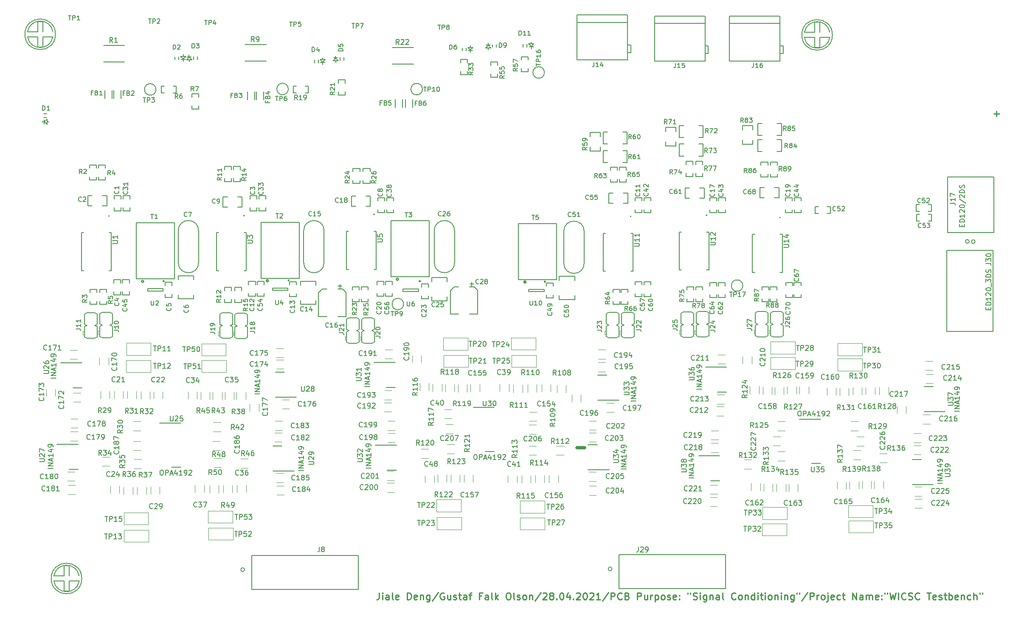
<source format=gbr>
%TF.GenerationSoftware,KiCad,Pcbnew,(5.99.0-10177-gd878cbddbc)*%
%TF.CreationDate,2021-05-16T23:38:29+02:00*%
%TF.ProjectId,PowerMeterDeng,506f7765-724d-4657-9465-7244656e672e,rev?*%
%TF.SameCoordinates,Original*%
%TF.FileFunction,Legend,Top*%
%TF.FilePolarity,Positive*%
%FSLAX46Y46*%
G04 Gerber Fmt 4.6, Leading zero omitted, Abs format (unit mm)*
G04 Created by KiCad (PCBNEW (5.99.0-10177-gd878cbddbc)) date 2021-05-16 23:38:29*
%MOMM*%
%LPD*%
G01*
G04 APERTURE LIST*
%ADD10C,0.254000*%
%ADD11C,0.152400*%
%ADD12C,0.150000*%
%ADD13C,0.177800*%
%ADD14C,0.100000*%
%ADD15C,0.120000*%
%ADD16C,0.203200*%
%ADD17C,0.127000*%
%ADD18C,0.200000*%
%ADD19O,2.200001X0.599999*%
G04 APERTURE END LIST*
D10*
X149083122Y-133833132D02*
X149083122Y-134785269D01*
X149016357Y-134975696D01*
X148882825Y-135102648D01*
X148682528Y-135166124D01*
X148548997Y-135166124D01*
X149750780Y-135166124D02*
X149750780Y-134277462D01*
X149750780Y-133833132D02*
X149684014Y-133896608D01*
X149750780Y-133960083D01*
X149817545Y-133896608D01*
X149750780Y-133833132D01*
X149750780Y-133960083D01*
X151019328Y-135166124D02*
X151019328Y-134467890D01*
X150952562Y-134340938D01*
X150819031Y-134277462D01*
X150551968Y-134277462D01*
X150418437Y-134340938D01*
X151019328Y-135102648D02*
X150885797Y-135166124D01*
X150551968Y-135166124D01*
X150418437Y-135102648D01*
X150351671Y-134975696D01*
X150351671Y-134848745D01*
X150418437Y-134721793D01*
X150551968Y-134658317D01*
X150885797Y-134658317D01*
X151019328Y-134594841D01*
X151887282Y-135166124D02*
X151753751Y-135102648D01*
X151686985Y-134975696D01*
X151686985Y-133833132D01*
X152955534Y-135102648D02*
X152822002Y-135166124D01*
X152554940Y-135166124D01*
X152421408Y-135102648D01*
X152354642Y-134975696D01*
X152354642Y-134467890D01*
X152421408Y-134340938D01*
X152554940Y-134277462D01*
X152822002Y-134277462D01*
X152955534Y-134340938D01*
X153022300Y-134467890D01*
X153022300Y-134594841D01*
X152354642Y-134721793D01*
X154691442Y-135166124D02*
X154691442Y-133833132D01*
X155025271Y-133833132D01*
X155225568Y-133896608D01*
X155359100Y-134023559D01*
X155425865Y-134150511D01*
X155492631Y-134404414D01*
X155492631Y-134594841D01*
X155425865Y-134848745D01*
X155359100Y-134975696D01*
X155225568Y-135102648D01*
X155025271Y-135166124D01*
X154691442Y-135166124D01*
X156627648Y-135102648D02*
X156494117Y-135166124D01*
X156227054Y-135166124D01*
X156093522Y-135102648D01*
X156026757Y-134975696D01*
X156026757Y-134467890D01*
X156093522Y-134340938D01*
X156227054Y-134277462D01*
X156494117Y-134277462D01*
X156627648Y-134340938D01*
X156694414Y-134467890D01*
X156694414Y-134594841D01*
X156026757Y-134721793D01*
X157295305Y-134277462D02*
X157295305Y-135166124D01*
X157295305Y-134404414D02*
X157362071Y-134340938D01*
X157495602Y-134277462D01*
X157695900Y-134277462D01*
X157829431Y-134340938D01*
X157896197Y-134467890D01*
X157896197Y-135166124D01*
X159164745Y-134277462D02*
X159164745Y-135356551D01*
X159097980Y-135483503D01*
X159031214Y-135546979D01*
X158897682Y-135610454D01*
X158697385Y-135610454D01*
X158563854Y-135546979D01*
X159164745Y-135102648D02*
X159031214Y-135166124D01*
X158764151Y-135166124D01*
X158630620Y-135102648D01*
X158563854Y-135039172D01*
X158497088Y-134912220D01*
X158497088Y-134531366D01*
X158563854Y-134404414D01*
X158630620Y-134340938D01*
X158764151Y-134277462D01*
X159031214Y-134277462D01*
X159164745Y-134340938D01*
X160833888Y-133769656D02*
X159632105Y-135483503D01*
X162035671Y-133896608D02*
X161902140Y-133833132D01*
X161701842Y-133833132D01*
X161501545Y-133896608D01*
X161368014Y-134023559D01*
X161301248Y-134150511D01*
X161234482Y-134404414D01*
X161234482Y-134594841D01*
X161301248Y-134848745D01*
X161368014Y-134975696D01*
X161501545Y-135102648D01*
X161701842Y-135166124D01*
X161835374Y-135166124D01*
X162035671Y-135102648D01*
X162102437Y-135039172D01*
X162102437Y-134594841D01*
X161835374Y-134594841D01*
X163304220Y-134277462D02*
X163304220Y-135166124D01*
X162703328Y-134277462D02*
X162703328Y-134975696D01*
X162770094Y-135102648D01*
X162903625Y-135166124D01*
X163103922Y-135166124D01*
X163237454Y-135102648D01*
X163304220Y-135039172D01*
X163905111Y-135102648D02*
X164038642Y-135166124D01*
X164305705Y-135166124D01*
X164439237Y-135102648D01*
X164506002Y-134975696D01*
X164506002Y-134912220D01*
X164439237Y-134785269D01*
X164305705Y-134721793D01*
X164105408Y-134721793D01*
X163971877Y-134658317D01*
X163905111Y-134531366D01*
X163905111Y-134467890D01*
X163971877Y-134340938D01*
X164105408Y-134277462D01*
X164305705Y-134277462D01*
X164439237Y-134340938D01*
X164906597Y-134277462D02*
X165440722Y-134277462D01*
X165106894Y-133833132D02*
X165106894Y-134975696D01*
X165173660Y-135102648D01*
X165307191Y-135166124D01*
X165440722Y-135166124D01*
X166508974Y-135166124D02*
X166508974Y-134467890D01*
X166442208Y-134340938D01*
X166308677Y-134277462D01*
X166041614Y-134277462D01*
X165908082Y-134340938D01*
X166508974Y-135102648D02*
X166375442Y-135166124D01*
X166041614Y-135166124D01*
X165908082Y-135102648D01*
X165841317Y-134975696D01*
X165841317Y-134848745D01*
X165908082Y-134721793D01*
X166041614Y-134658317D01*
X166375442Y-134658317D01*
X166508974Y-134594841D01*
X166976334Y-134277462D02*
X167510460Y-134277462D01*
X167176631Y-135166124D02*
X167176631Y-134023559D01*
X167243397Y-133896608D01*
X167376928Y-133833132D01*
X167510460Y-133833132D01*
X169513431Y-134467890D02*
X169046071Y-134467890D01*
X169046071Y-135166124D02*
X169046071Y-133833132D01*
X169713728Y-133833132D01*
X170848745Y-135166124D02*
X170848745Y-134467890D01*
X170781980Y-134340938D01*
X170648448Y-134277462D01*
X170381385Y-134277462D01*
X170247854Y-134340938D01*
X170848745Y-135102648D02*
X170715214Y-135166124D01*
X170381385Y-135166124D01*
X170247854Y-135102648D01*
X170181088Y-134975696D01*
X170181088Y-134848745D01*
X170247854Y-134721793D01*
X170381385Y-134658317D01*
X170715214Y-134658317D01*
X170848745Y-134594841D01*
X171716700Y-135166124D02*
X171583168Y-135102648D01*
X171516402Y-134975696D01*
X171516402Y-133833132D01*
X172250825Y-135166124D02*
X172250825Y-133833132D01*
X172384357Y-134658317D02*
X172784951Y-135166124D01*
X172784951Y-134277462D02*
X172250825Y-134785269D01*
X174721157Y-133833132D02*
X174988220Y-133833132D01*
X175121751Y-133896608D01*
X175255282Y-134023559D01*
X175322048Y-134277462D01*
X175322048Y-134721793D01*
X175255282Y-134975696D01*
X175121751Y-135102648D01*
X174988220Y-135166124D01*
X174721157Y-135166124D01*
X174587625Y-135102648D01*
X174454094Y-134975696D01*
X174387328Y-134721793D01*
X174387328Y-134277462D01*
X174454094Y-134023559D01*
X174587625Y-133896608D01*
X174721157Y-133833132D01*
X176123237Y-135166124D02*
X175989705Y-135102648D01*
X175922940Y-134975696D01*
X175922940Y-133833132D01*
X176590597Y-135102648D02*
X176724128Y-135166124D01*
X176991191Y-135166124D01*
X177124722Y-135102648D01*
X177191488Y-134975696D01*
X177191488Y-134912220D01*
X177124722Y-134785269D01*
X176991191Y-134721793D01*
X176790894Y-134721793D01*
X176657362Y-134658317D01*
X176590597Y-134531366D01*
X176590597Y-134467890D01*
X176657362Y-134340938D01*
X176790894Y-134277462D01*
X176991191Y-134277462D01*
X177124722Y-134340938D01*
X177992677Y-135166124D02*
X177859145Y-135102648D01*
X177792380Y-135039172D01*
X177725614Y-134912220D01*
X177725614Y-134531366D01*
X177792380Y-134404414D01*
X177859145Y-134340938D01*
X177992677Y-134277462D01*
X178192974Y-134277462D01*
X178326505Y-134340938D01*
X178393271Y-134404414D01*
X178460037Y-134531366D01*
X178460037Y-134912220D01*
X178393271Y-135039172D01*
X178326505Y-135102648D01*
X178192974Y-135166124D01*
X177992677Y-135166124D01*
X179060928Y-134277462D02*
X179060928Y-135166124D01*
X179060928Y-134404414D02*
X179127694Y-134340938D01*
X179261225Y-134277462D01*
X179461522Y-134277462D01*
X179595054Y-134340938D01*
X179661820Y-134467890D01*
X179661820Y-135166124D01*
X181330962Y-133769656D02*
X180129180Y-135483503D01*
X181731557Y-133960083D02*
X181798322Y-133896608D01*
X181931854Y-133833132D01*
X182265682Y-133833132D01*
X182399214Y-133896608D01*
X182465980Y-133960083D01*
X182532745Y-134087035D01*
X182532745Y-134213987D01*
X182465980Y-134404414D01*
X181664791Y-135166124D01*
X182532745Y-135166124D01*
X183333934Y-134404414D02*
X183200402Y-134340938D01*
X183133637Y-134277462D01*
X183066871Y-134150511D01*
X183066871Y-134087035D01*
X183133637Y-133960083D01*
X183200402Y-133896608D01*
X183333934Y-133833132D01*
X183600997Y-133833132D01*
X183734528Y-133896608D01*
X183801294Y-133960083D01*
X183868060Y-134087035D01*
X183868060Y-134150511D01*
X183801294Y-134277462D01*
X183734528Y-134340938D01*
X183600997Y-134404414D01*
X183333934Y-134404414D01*
X183200402Y-134467890D01*
X183133637Y-134531366D01*
X183066871Y-134658317D01*
X183066871Y-134912220D01*
X183133637Y-135039172D01*
X183200402Y-135102648D01*
X183333934Y-135166124D01*
X183600997Y-135166124D01*
X183734528Y-135102648D01*
X183801294Y-135039172D01*
X183868060Y-134912220D01*
X183868060Y-134658317D01*
X183801294Y-134531366D01*
X183734528Y-134467890D01*
X183600997Y-134404414D01*
X184468951Y-135039172D02*
X184535717Y-135102648D01*
X184468951Y-135166124D01*
X184402185Y-135102648D01*
X184468951Y-135039172D01*
X184468951Y-135166124D01*
X185403671Y-133833132D02*
X185537202Y-133833132D01*
X185670734Y-133896608D01*
X185737500Y-133960083D01*
X185804265Y-134087035D01*
X185871031Y-134340938D01*
X185871031Y-134658317D01*
X185804265Y-134912220D01*
X185737500Y-135039172D01*
X185670734Y-135102648D01*
X185537202Y-135166124D01*
X185403671Y-135166124D01*
X185270140Y-135102648D01*
X185203374Y-135039172D01*
X185136608Y-134912220D01*
X185069842Y-134658317D01*
X185069842Y-134340938D01*
X185136608Y-134087035D01*
X185203374Y-133960083D01*
X185270140Y-133896608D01*
X185403671Y-133833132D01*
X187072814Y-134277462D02*
X187072814Y-135166124D01*
X186738985Y-133769656D02*
X186405157Y-134721793D01*
X187273111Y-134721793D01*
X187807237Y-135039172D02*
X187874002Y-135102648D01*
X187807237Y-135166124D01*
X187740471Y-135102648D01*
X187807237Y-135039172D01*
X187807237Y-135166124D01*
X188408128Y-133960083D02*
X188474894Y-133896608D01*
X188608425Y-133833132D01*
X188942254Y-133833132D01*
X189075785Y-133896608D01*
X189142551Y-133960083D01*
X189209317Y-134087035D01*
X189209317Y-134213987D01*
X189142551Y-134404414D01*
X188341362Y-135166124D01*
X189209317Y-135166124D01*
X190077271Y-133833132D02*
X190210802Y-133833132D01*
X190344334Y-133896608D01*
X190411100Y-133960083D01*
X190477865Y-134087035D01*
X190544631Y-134340938D01*
X190544631Y-134658317D01*
X190477865Y-134912220D01*
X190411100Y-135039172D01*
X190344334Y-135102648D01*
X190210802Y-135166124D01*
X190077271Y-135166124D01*
X189943740Y-135102648D01*
X189876974Y-135039172D01*
X189810208Y-134912220D01*
X189743442Y-134658317D01*
X189743442Y-134340938D01*
X189810208Y-134087035D01*
X189876974Y-133960083D01*
X189943740Y-133896608D01*
X190077271Y-133833132D01*
X191078757Y-133960083D02*
X191145522Y-133896608D01*
X191279054Y-133833132D01*
X191612882Y-133833132D01*
X191746414Y-133896608D01*
X191813180Y-133960083D01*
X191879945Y-134087035D01*
X191879945Y-134213987D01*
X191813180Y-134404414D01*
X191011991Y-135166124D01*
X191879945Y-135166124D01*
X193215259Y-135166124D02*
X192414071Y-135166124D01*
X192814665Y-135166124D02*
X192814665Y-133833132D01*
X192681134Y-134023559D01*
X192547602Y-134150511D01*
X192414071Y-134213987D01*
X194817637Y-133769656D02*
X193615854Y-135483503D01*
X195284997Y-135166124D02*
X195284997Y-133833132D01*
X195819122Y-133833132D01*
X195952654Y-133896608D01*
X196019419Y-133960083D01*
X196086185Y-134087035D01*
X196086185Y-134277462D01*
X196019419Y-134404414D01*
X195952654Y-134467890D01*
X195819122Y-134531366D01*
X195284997Y-134531366D01*
X197488265Y-135039172D02*
X197421499Y-135102648D01*
X197221202Y-135166124D01*
X197087671Y-135166124D01*
X196887374Y-135102648D01*
X196753842Y-134975696D01*
X196687077Y-134848745D01*
X196620311Y-134594841D01*
X196620311Y-134404414D01*
X196687077Y-134150511D01*
X196753842Y-134023559D01*
X196887374Y-133896608D01*
X197087671Y-133833132D01*
X197221202Y-133833132D01*
X197421499Y-133896608D01*
X197488265Y-133960083D01*
X198556517Y-134467890D02*
X198756814Y-134531366D01*
X198823579Y-134594841D01*
X198890345Y-134721793D01*
X198890345Y-134912220D01*
X198823579Y-135039172D01*
X198756814Y-135102648D01*
X198623282Y-135166124D01*
X198089157Y-135166124D01*
X198089157Y-133833132D01*
X198556517Y-133833132D01*
X198690048Y-133896608D01*
X198756814Y-133960083D01*
X198823579Y-134087035D01*
X198823579Y-134213987D01*
X198756814Y-134340938D01*
X198690048Y-134404414D01*
X198556517Y-134467890D01*
X198089157Y-134467890D01*
X200559488Y-135166124D02*
X200559488Y-133833132D01*
X201093614Y-133833132D01*
X201227145Y-133896608D01*
X201293911Y-133960083D01*
X201360677Y-134087035D01*
X201360677Y-134277462D01*
X201293911Y-134404414D01*
X201227145Y-134467890D01*
X201093614Y-134531366D01*
X200559488Y-134531366D01*
X202562459Y-134277462D02*
X202562459Y-135166124D01*
X201961568Y-134277462D02*
X201961568Y-134975696D01*
X202028334Y-135102648D01*
X202161865Y-135166124D01*
X202362162Y-135166124D01*
X202495694Y-135102648D01*
X202562459Y-135039172D01*
X203230117Y-135166124D02*
X203230117Y-134277462D01*
X203230117Y-134531366D02*
X203296882Y-134404414D01*
X203363648Y-134340938D01*
X203497179Y-134277462D01*
X203630711Y-134277462D01*
X204098071Y-134277462D02*
X204098071Y-135610454D01*
X204098071Y-134340938D02*
X204231602Y-134277462D01*
X204498665Y-134277462D01*
X204632197Y-134340938D01*
X204698962Y-134404414D01*
X204765728Y-134531366D01*
X204765728Y-134912220D01*
X204698962Y-135039172D01*
X204632197Y-135102648D01*
X204498665Y-135166124D01*
X204231602Y-135166124D01*
X204098071Y-135102648D01*
X205566917Y-135166124D02*
X205433385Y-135102648D01*
X205366620Y-135039172D01*
X205299854Y-134912220D01*
X205299854Y-134531366D01*
X205366620Y-134404414D01*
X205433385Y-134340938D01*
X205566917Y-134277462D01*
X205767214Y-134277462D01*
X205900745Y-134340938D01*
X205967511Y-134404414D01*
X206034277Y-134531366D01*
X206034277Y-134912220D01*
X205967511Y-135039172D01*
X205900745Y-135102648D01*
X205767214Y-135166124D01*
X205566917Y-135166124D01*
X206568402Y-135102648D02*
X206701934Y-135166124D01*
X206968997Y-135166124D01*
X207102528Y-135102648D01*
X207169294Y-134975696D01*
X207169294Y-134912220D01*
X207102528Y-134785269D01*
X206968997Y-134721793D01*
X206768700Y-134721793D01*
X206635168Y-134658317D01*
X206568402Y-134531366D01*
X206568402Y-134467890D01*
X206635168Y-134340938D01*
X206768700Y-134277462D01*
X206968997Y-134277462D01*
X207102528Y-134340938D01*
X208304311Y-135102648D02*
X208170780Y-135166124D01*
X207903717Y-135166124D01*
X207770185Y-135102648D01*
X207703420Y-134975696D01*
X207703420Y-134467890D01*
X207770185Y-134340938D01*
X207903717Y-134277462D01*
X208170780Y-134277462D01*
X208304311Y-134340938D01*
X208371077Y-134467890D01*
X208371077Y-134594841D01*
X207703420Y-134721793D01*
X208971968Y-135039172D02*
X209038734Y-135102648D01*
X208971968Y-135166124D01*
X208905202Y-135102648D01*
X208971968Y-135039172D01*
X208971968Y-135166124D01*
X208971968Y-134340938D02*
X209038734Y-134404414D01*
X208971968Y-134467890D01*
X208905202Y-134404414D01*
X208971968Y-134340938D01*
X208971968Y-134467890D01*
X210641111Y-133833132D02*
X210641111Y-134087035D01*
X211175237Y-133833132D02*
X211175237Y-134087035D01*
X211709362Y-135102648D02*
X211909659Y-135166124D01*
X212243488Y-135166124D01*
X212377019Y-135102648D01*
X212443785Y-135039172D01*
X212510551Y-134912220D01*
X212510551Y-134785269D01*
X212443785Y-134658317D01*
X212377019Y-134594841D01*
X212243488Y-134531366D01*
X211976425Y-134467890D01*
X211842894Y-134404414D01*
X211776128Y-134340938D01*
X211709362Y-134213987D01*
X211709362Y-134087035D01*
X211776128Y-133960083D01*
X211842894Y-133896608D01*
X211976425Y-133833132D01*
X212310254Y-133833132D01*
X212510551Y-133896608D01*
X213111442Y-135166124D02*
X213111442Y-134277462D01*
X213111442Y-133833132D02*
X213044677Y-133896608D01*
X213111442Y-133960083D01*
X213178208Y-133896608D01*
X213111442Y-133833132D01*
X213111442Y-133960083D01*
X214379991Y-134277462D02*
X214379991Y-135356551D01*
X214313225Y-135483503D01*
X214246459Y-135546979D01*
X214112928Y-135610454D01*
X213912631Y-135610454D01*
X213779099Y-135546979D01*
X214379991Y-135102648D02*
X214246459Y-135166124D01*
X213979397Y-135166124D01*
X213845865Y-135102648D01*
X213779099Y-135039172D01*
X213712334Y-134912220D01*
X213712334Y-134531366D01*
X213779099Y-134404414D01*
X213845865Y-134340938D01*
X213979397Y-134277462D01*
X214246459Y-134277462D01*
X214379991Y-134340938D01*
X215047648Y-134277462D02*
X215047648Y-135166124D01*
X215047648Y-134404414D02*
X215114414Y-134340938D01*
X215247945Y-134277462D01*
X215448242Y-134277462D01*
X215581774Y-134340938D01*
X215648539Y-134467890D01*
X215648539Y-135166124D01*
X216917088Y-135166124D02*
X216917088Y-134467890D01*
X216850322Y-134340938D01*
X216716791Y-134277462D01*
X216449728Y-134277462D01*
X216316197Y-134340938D01*
X216917088Y-135102648D02*
X216783557Y-135166124D01*
X216449728Y-135166124D01*
X216316197Y-135102648D01*
X216249431Y-134975696D01*
X216249431Y-134848745D01*
X216316197Y-134721793D01*
X216449728Y-134658317D01*
X216783557Y-134658317D01*
X216917088Y-134594841D01*
X217785042Y-135166124D02*
X217651511Y-135102648D01*
X217584745Y-134975696D01*
X217584745Y-133833132D01*
X220188608Y-135039172D02*
X220121842Y-135102648D01*
X219921545Y-135166124D01*
X219788014Y-135166124D01*
X219587717Y-135102648D01*
X219454185Y-134975696D01*
X219387419Y-134848745D01*
X219320654Y-134594841D01*
X219320654Y-134404414D01*
X219387419Y-134150511D01*
X219454185Y-134023559D01*
X219587717Y-133896608D01*
X219788014Y-133833132D01*
X219921545Y-133833132D01*
X220121842Y-133896608D01*
X220188608Y-133960083D01*
X220989797Y-135166124D02*
X220856265Y-135102648D01*
X220789499Y-135039172D01*
X220722734Y-134912220D01*
X220722734Y-134531366D01*
X220789499Y-134404414D01*
X220856265Y-134340938D01*
X220989797Y-134277462D01*
X221190094Y-134277462D01*
X221323625Y-134340938D01*
X221390391Y-134404414D01*
X221457157Y-134531366D01*
X221457157Y-134912220D01*
X221390391Y-135039172D01*
X221323625Y-135102648D01*
X221190094Y-135166124D01*
X220989797Y-135166124D01*
X222058048Y-134277462D02*
X222058048Y-135166124D01*
X222058048Y-134404414D02*
X222124814Y-134340938D01*
X222258345Y-134277462D01*
X222458642Y-134277462D01*
X222592174Y-134340938D01*
X222658939Y-134467890D01*
X222658939Y-135166124D01*
X223927488Y-135166124D02*
X223927488Y-133833132D01*
X223927488Y-135102648D02*
X223793957Y-135166124D01*
X223526894Y-135166124D01*
X223393362Y-135102648D01*
X223326597Y-135039172D01*
X223259831Y-134912220D01*
X223259831Y-134531366D01*
X223326597Y-134404414D01*
X223393362Y-134340938D01*
X223526894Y-134277462D01*
X223793957Y-134277462D01*
X223927488Y-134340938D01*
X224595145Y-135166124D02*
X224595145Y-134277462D01*
X224595145Y-133833132D02*
X224528379Y-133896608D01*
X224595145Y-133960083D01*
X224661911Y-133896608D01*
X224595145Y-133833132D01*
X224595145Y-133960083D01*
X225062505Y-134277462D02*
X225596631Y-134277462D01*
X225262802Y-133833132D02*
X225262802Y-134975696D01*
X225329568Y-135102648D01*
X225463099Y-135166124D01*
X225596631Y-135166124D01*
X226063991Y-135166124D02*
X226063991Y-134277462D01*
X226063991Y-133833132D02*
X225997225Y-133896608D01*
X226063991Y-133960083D01*
X226130757Y-133896608D01*
X226063991Y-133833132D01*
X226063991Y-133960083D01*
X226931945Y-135166124D02*
X226798414Y-135102648D01*
X226731648Y-135039172D01*
X226664882Y-134912220D01*
X226664882Y-134531366D01*
X226731648Y-134404414D01*
X226798414Y-134340938D01*
X226931945Y-134277462D01*
X227132242Y-134277462D01*
X227265774Y-134340938D01*
X227332539Y-134404414D01*
X227399305Y-134531366D01*
X227399305Y-134912220D01*
X227332539Y-135039172D01*
X227265774Y-135102648D01*
X227132242Y-135166124D01*
X226931945Y-135166124D01*
X228000197Y-134277462D02*
X228000197Y-135166124D01*
X228000197Y-134404414D02*
X228066962Y-134340938D01*
X228200494Y-134277462D01*
X228400791Y-134277462D01*
X228534322Y-134340938D01*
X228601088Y-134467890D01*
X228601088Y-135166124D01*
X229268745Y-135166124D02*
X229268745Y-134277462D01*
X229268745Y-133833132D02*
X229201979Y-133896608D01*
X229268745Y-133960083D01*
X229335511Y-133896608D01*
X229268745Y-133833132D01*
X229268745Y-133960083D01*
X229936402Y-134277462D02*
X229936402Y-135166124D01*
X229936402Y-134404414D02*
X230003168Y-134340938D01*
X230136699Y-134277462D01*
X230336997Y-134277462D01*
X230470528Y-134340938D01*
X230537294Y-134467890D01*
X230537294Y-135166124D01*
X231805842Y-134277462D02*
X231805842Y-135356551D01*
X231739077Y-135483503D01*
X231672311Y-135546979D01*
X231538779Y-135610454D01*
X231338482Y-135610454D01*
X231204951Y-135546979D01*
X231805842Y-135102648D02*
X231672311Y-135166124D01*
X231405248Y-135166124D01*
X231271717Y-135102648D01*
X231204951Y-135039172D01*
X231138185Y-134912220D01*
X231138185Y-134531366D01*
X231204951Y-134404414D01*
X231271717Y-134340938D01*
X231405248Y-134277462D01*
X231672311Y-134277462D01*
X231805842Y-134340938D01*
X232406734Y-133833132D02*
X232406734Y-134087035D01*
X232940859Y-133833132D02*
X232940859Y-134087035D01*
X234543237Y-133769656D02*
X233341454Y-135483503D01*
X235010597Y-135166124D02*
X235010597Y-133833132D01*
X235544722Y-133833132D01*
X235678254Y-133896608D01*
X235745019Y-133960083D01*
X235811785Y-134087035D01*
X235811785Y-134277462D01*
X235745019Y-134404414D01*
X235678254Y-134467890D01*
X235544722Y-134531366D01*
X235010597Y-134531366D01*
X236412677Y-135166124D02*
X236412677Y-134277462D01*
X236412677Y-134531366D02*
X236479442Y-134404414D01*
X236546208Y-134340938D01*
X236679739Y-134277462D01*
X236813271Y-134277462D01*
X237480928Y-135166124D02*
X237347397Y-135102648D01*
X237280631Y-135039172D01*
X237213865Y-134912220D01*
X237213865Y-134531366D01*
X237280631Y-134404414D01*
X237347397Y-134340938D01*
X237480928Y-134277462D01*
X237681225Y-134277462D01*
X237814757Y-134340938D01*
X237881522Y-134404414D01*
X237948288Y-134531366D01*
X237948288Y-134912220D01*
X237881522Y-135039172D01*
X237814757Y-135102648D01*
X237681225Y-135166124D01*
X237480928Y-135166124D01*
X238549179Y-134277462D02*
X238549179Y-135420027D01*
X238482414Y-135546979D01*
X238348882Y-135610454D01*
X238282117Y-135610454D01*
X238549179Y-133833132D02*
X238482414Y-133896608D01*
X238549179Y-133960083D01*
X238615945Y-133896608D01*
X238549179Y-133833132D01*
X238549179Y-133960083D01*
X239750962Y-135102648D02*
X239617431Y-135166124D01*
X239350368Y-135166124D01*
X239216837Y-135102648D01*
X239150071Y-134975696D01*
X239150071Y-134467890D01*
X239216837Y-134340938D01*
X239350368Y-134277462D01*
X239617431Y-134277462D01*
X239750962Y-134340938D01*
X239817728Y-134467890D01*
X239817728Y-134594841D01*
X239150071Y-134721793D01*
X241019511Y-135102648D02*
X240885979Y-135166124D01*
X240618917Y-135166124D01*
X240485385Y-135102648D01*
X240418619Y-135039172D01*
X240351854Y-134912220D01*
X240351854Y-134531366D01*
X240418619Y-134404414D01*
X240485385Y-134340938D01*
X240618917Y-134277462D01*
X240885979Y-134277462D01*
X241019511Y-134340938D01*
X241420105Y-134277462D02*
X241954231Y-134277462D01*
X241620402Y-133833132D02*
X241620402Y-134975696D01*
X241687168Y-135102648D01*
X241820699Y-135166124D01*
X241954231Y-135166124D01*
X243489842Y-135166124D02*
X243489842Y-133833132D01*
X244291031Y-135166124D01*
X244291031Y-133833132D01*
X245559579Y-135166124D02*
X245559579Y-134467890D01*
X245492814Y-134340938D01*
X245359282Y-134277462D01*
X245092219Y-134277462D01*
X244958688Y-134340938D01*
X245559579Y-135102648D02*
X245426048Y-135166124D01*
X245092219Y-135166124D01*
X244958688Y-135102648D01*
X244891922Y-134975696D01*
X244891922Y-134848745D01*
X244958688Y-134721793D01*
X245092219Y-134658317D01*
X245426048Y-134658317D01*
X245559579Y-134594841D01*
X246227237Y-135166124D02*
X246227237Y-134277462D01*
X246227237Y-134404414D02*
X246294002Y-134340938D01*
X246427534Y-134277462D01*
X246627831Y-134277462D01*
X246761362Y-134340938D01*
X246828128Y-134467890D01*
X246828128Y-135166124D01*
X246828128Y-134467890D02*
X246894894Y-134340938D01*
X247028425Y-134277462D01*
X247228722Y-134277462D01*
X247362254Y-134340938D01*
X247429019Y-134467890D01*
X247429019Y-135166124D01*
X248630802Y-135102648D02*
X248497271Y-135166124D01*
X248230208Y-135166124D01*
X248096677Y-135102648D01*
X248029911Y-134975696D01*
X248029911Y-134467890D01*
X248096677Y-134340938D01*
X248230208Y-134277462D01*
X248497271Y-134277462D01*
X248630802Y-134340938D01*
X248697568Y-134467890D01*
X248697568Y-134594841D01*
X248029911Y-134721793D01*
X249298459Y-135039172D02*
X249365225Y-135102648D01*
X249298459Y-135166124D01*
X249231694Y-135102648D01*
X249298459Y-135039172D01*
X249298459Y-135166124D01*
X249298459Y-134340938D02*
X249365225Y-134404414D01*
X249298459Y-134467890D01*
X249231694Y-134404414D01*
X249298459Y-134340938D01*
X249298459Y-134467890D01*
X249899351Y-133833132D02*
X249899351Y-134087035D01*
X250433477Y-133833132D02*
X250433477Y-134087035D01*
X250900837Y-133833132D02*
X251234665Y-135166124D01*
X251501728Y-134213987D01*
X251768791Y-135166124D01*
X252102619Y-133833132D01*
X252636745Y-135166124D02*
X252636745Y-133833132D01*
X254105591Y-135039172D02*
X254038825Y-135102648D01*
X253838528Y-135166124D01*
X253704997Y-135166124D01*
X253504699Y-135102648D01*
X253371168Y-134975696D01*
X253304402Y-134848745D01*
X253237637Y-134594841D01*
X253237637Y-134404414D01*
X253304402Y-134150511D01*
X253371168Y-134023559D01*
X253504699Y-133896608D01*
X253704997Y-133833132D01*
X253838528Y-133833132D01*
X254038825Y-133896608D01*
X254105591Y-133960083D01*
X254639717Y-135102648D02*
X254840014Y-135166124D01*
X255173842Y-135166124D01*
X255307374Y-135102648D01*
X255374139Y-135039172D01*
X255440905Y-134912220D01*
X255440905Y-134785269D01*
X255374139Y-134658317D01*
X255307374Y-134594841D01*
X255173842Y-134531366D01*
X254906779Y-134467890D01*
X254773248Y-134404414D01*
X254706482Y-134340938D01*
X254639717Y-134213987D01*
X254639717Y-134087035D01*
X254706482Y-133960083D01*
X254773248Y-133896608D01*
X254906779Y-133833132D01*
X255240608Y-133833132D01*
X255440905Y-133896608D01*
X256842985Y-135039172D02*
X256776219Y-135102648D01*
X256575922Y-135166124D01*
X256442391Y-135166124D01*
X256242094Y-135102648D01*
X256108562Y-134975696D01*
X256041797Y-134848745D01*
X255975031Y-134594841D01*
X255975031Y-134404414D01*
X256041797Y-134150511D01*
X256108562Y-134023559D01*
X256242094Y-133896608D01*
X256442391Y-133833132D01*
X256575922Y-133833132D01*
X256776219Y-133896608D01*
X256842985Y-133960083D01*
X258311831Y-133833132D02*
X259113019Y-133833132D01*
X258712425Y-135166124D02*
X258712425Y-133833132D01*
X260114505Y-135102648D02*
X259980974Y-135166124D01*
X259713911Y-135166124D01*
X259580379Y-135102648D01*
X259513614Y-134975696D01*
X259513614Y-134467890D01*
X259580379Y-134340938D01*
X259713911Y-134277462D01*
X259980974Y-134277462D01*
X260114505Y-134340938D01*
X260181271Y-134467890D01*
X260181271Y-134594841D01*
X259513614Y-134721793D01*
X260715397Y-135102648D02*
X260848928Y-135166124D01*
X261115991Y-135166124D01*
X261249522Y-135102648D01*
X261316288Y-134975696D01*
X261316288Y-134912220D01*
X261249522Y-134785269D01*
X261115991Y-134721793D01*
X260915694Y-134721793D01*
X260782162Y-134658317D01*
X260715397Y-134531366D01*
X260715397Y-134467890D01*
X260782162Y-134340938D01*
X260915694Y-134277462D01*
X261115991Y-134277462D01*
X261249522Y-134340938D01*
X261716882Y-134277462D02*
X262251008Y-134277462D01*
X261917179Y-133833132D02*
X261917179Y-134975696D01*
X261983945Y-135102648D01*
X262117477Y-135166124D01*
X262251008Y-135166124D01*
X262718368Y-135166124D02*
X262718368Y-133833132D01*
X262718368Y-134340938D02*
X262851899Y-134277462D01*
X263118962Y-134277462D01*
X263252494Y-134340938D01*
X263319259Y-134404414D01*
X263386025Y-134531366D01*
X263386025Y-134912220D01*
X263319259Y-135039172D01*
X263252494Y-135102648D01*
X263118962Y-135166124D01*
X262851899Y-135166124D01*
X262718368Y-135102648D01*
X264521042Y-135102648D02*
X264387511Y-135166124D01*
X264120448Y-135166124D01*
X263986917Y-135102648D01*
X263920151Y-134975696D01*
X263920151Y-134467890D01*
X263986917Y-134340938D01*
X264120448Y-134277462D01*
X264387511Y-134277462D01*
X264521042Y-134340938D01*
X264587808Y-134467890D01*
X264587808Y-134594841D01*
X263920151Y-134721793D01*
X265188699Y-134277462D02*
X265188699Y-135166124D01*
X265188699Y-134404414D02*
X265255465Y-134340938D01*
X265388997Y-134277462D01*
X265589294Y-134277462D01*
X265722825Y-134340938D01*
X265789591Y-134467890D01*
X265789591Y-135166124D01*
X267058139Y-135102648D02*
X266924608Y-135166124D01*
X266657545Y-135166124D01*
X266524014Y-135102648D01*
X266457248Y-135039172D01*
X266390482Y-134912220D01*
X266390482Y-134531366D01*
X266457248Y-134404414D01*
X266524014Y-134340938D01*
X266657545Y-134277462D01*
X266924608Y-134277462D01*
X267058139Y-134340938D01*
X267659031Y-135166124D02*
X267659031Y-133833132D01*
X268259922Y-135166124D02*
X268259922Y-134467890D01*
X268193157Y-134340938D01*
X268059625Y-134277462D01*
X267859328Y-134277462D01*
X267725797Y-134340938D01*
X267659031Y-134404414D01*
X268860814Y-133833132D02*
X268860814Y-134087035D01*
X269394939Y-133833132D02*
X269394939Y-134087035D01*
X271694728Y-38239917D02*
X272762980Y-38239917D01*
X272228854Y-38747724D02*
X272228854Y-37732111D01*
D11*
%TO.C,R4*%
X95524287Y-50475600D02*
X95214661Y-50055073D01*
X94993499Y-50475600D02*
X94993499Y-49592493D01*
X95347357Y-49592493D01*
X95435822Y-49634546D01*
X95480054Y-49676599D01*
X95524287Y-49760704D01*
X95524287Y-49886862D01*
X95480054Y-49970968D01*
X95435822Y-50013020D01*
X95347357Y-50055073D01*
X94993499Y-50055073D01*
X96320468Y-49886862D02*
X96320468Y-50475600D01*
X96099306Y-49550441D02*
X95878145Y-50181231D01*
X96453165Y-50181231D01*
%TO.C,J26*%
X230097593Y-80609548D02*
X230728384Y-80609548D01*
X230854542Y-80653781D01*
X230938648Y-80742245D01*
X230980700Y-80874942D01*
X230980700Y-80963407D01*
X230181699Y-80211458D02*
X230139646Y-80167226D01*
X230097593Y-80078761D01*
X230097593Y-79857600D01*
X230139646Y-79769135D01*
X230181699Y-79724903D01*
X230265804Y-79680670D01*
X230349910Y-79680670D01*
X230476068Y-79724903D01*
X230980700Y-80255690D01*
X230980700Y-79680670D01*
X230097593Y-78884489D02*
X230097593Y-79061418D01*
X230139646Y-79149883D01*
X230181699Y-79194115D01*
X230307857Y-79282580D01*
X230476068Y-79326812D01*
X230812489Y-79326812D01*
X230896595Y-79282580D01*
X230938648Y-79238348D01*
X230980700Y-79149883D01*
X230980700Y-78972954D01*
X230938648Y-78884489D01*
X230896595Y-78840257D01*
X230812489Y-78796025D01*
X230602226Y-78796025D01*
X230518120Y-78840257D01*
X230476068Y-78884489D01*
X230434015Y-78972954D01*
X230434015Y-79149883D01*
X230476068Y-79238348D01*
X230518120Y-79282580D01*
X230602226Y-79326812D01*
%TO.C,C43*%
X217609695Y-54197485D02*
X217651748Y-54241718D01*
X217693800Y-54374415D01*
X217693800Y-54462879D01*
X217651748Y-54595576D01*
X217567642Y-54684041D01*
X217483537Y-54728273D01*
X217315326Y-54772505D01*
X217189168Y-54772505D01*
X217020957Y-54728273D01*
X216936851Y-54684041D01*
X216852746Y-54595576D01*
X216810693Y-54462879D01*
X216810693Y-54374415D01*
X216852746Y-54241718D01*
X216894799Y-54197485D01*
X217105062Y-53401304D02*
X217693800Y-53401304D01*
X216768641Y-53622466D02*
X217399431Y-53843627D01*
X217399431Y-53268607D01*
X216810693Y-53003214D02*
X216810693Y-52428194D01*
X217147115Y-52737820D01*
X217147115Y-52605123D01*
X217189168Y-52516659D01*
X217231220Y-52472426D01*
X217315326Y-52428194D01*
X217525589Y-52428194D01*
X217609695Y-52472426D01*
X217651748Y-52516659D01*
X217693800Y-52605123D01*
X217693800Y-52870517D01*
X217651748Y-52958981D01*
X217609695Y-53003214D01*
D12*
%TO.C,U31*%
X144499579Y-91499895D02*
X145309103Y-91499895D01*
X145404341Y-91452276D01*
X145451960Y-91404657D01*
X145499579Y-91309419D01*
X145499579Y-91118942D01*
X145451960Y-91023704D01*
X145404341Y-90976085D01*
X145309103Y-90928466D01*
X144499579Y-90928466D01*
X144499579Y-90547514D02*
X144499579Y-89928466D01*
X144880532Y-90261800D01*
X144880532Y-90118942D01*
X144928151Y-90023704D01*
X144975770Y-89976085D01*
X145071008Y-89928466D01*
X145309103Y-89928466D01*
X145404341Y-89976085D01*
X145451960Y-90023704D01*
X145499579Y-90118942D01*
X145499579Y-90404657D01*
X145451960Y-90499895D01*
X145404341Y-90547514D01*
X145499579Y-88976085D02*
X145499579Y-89547514D01*
X145499579Y-89261800D02*
X144499579Y-89261800D01*
X144642437Y-89357038D01*
X144737675Y-89452276D01*
X144785294Y-89547514D01*
X147226779Y-92693552D02*
X146226779Y-92693552D01*
X147226779Y-92217361D02*
X146226779Y-92217361D01*
X147226779Y-91645933D01*
X146226779Y-91645933D01*
X146941065Y-91217361D02*
X146941065Y-90741171D01*
X147226779Y-91312600D02*
X146226779Y-90979266D01*
X147226779Y-90645933D01*
X147226779Y-89788790D02*
X147226779Y-90360219D01*
X147226779Y-90074504D02*
X146226779Y-90074504D01*
X146369637Y-90169742D01*
X146464875Y-90264980D01*
X146512494Y-90360219D01*
X146560113Y-88931647D02*
X147226779Y-88931647D01*
X146179160Y-89169742D02*
X146893446Y-89407838D01*
X146893446Y-88788790D01*
X147226779Y-88360219D02*
X147226779Y-88169742D01*
X147179160Y-88074504D01*
X147131541Y-88026885D01*
X146988684Y-87931647D01*
X146798208Y-87884028D01*
X146417256Y-87884028D01*
X146322018Y-87931647D01*
X146274399Y-87979266D01*
X146226779Y-88074504D01*
X146226779Y-88264980D01*
X146274399Y-88360219D01*
X146322018Y-88407838D01*
X146417256Y-88455457D01*
X146655351Y-88455457D01*
X146750589Y-88407838D01*
X146798208Y-88360219D01*
X146845827Y-88264980D01*
X146845827Y-88074504D01*
X146798208Y-87979266D01*
X146750589Y-87931647D01*
X146655351Y-87884028D01*
%TO.C,J8*%
X137155764Y-124657880D02*
X137155764Y-125372166D01*
X137108145Y-125515023D01*
X137012907Y-125610261D01*
X136870050Y-125657880D01*
X136774812Y-125657880D01*
X137774812Y-125086452D02*
X137679574Y-125038833D01*
X137631955Y-124991214D01*
X137584336Y-124895976D01*
X137584336Y-124848357D01*
X137631955Y-124753119D01*
X137679574Y-124705500D01*
X137774812Y-124657880D01*
X137965288Y-124657880D01*
X138060526Y-124705500D01*
X138108145Y-124753119D01*
X138155764Y-124848357D01*
X138155764Y-124895976D01*
X138108145Y-124991214D01*
X138060526Y-125038833D01*
X137965288Y-125086452D01*
X137774812Y-125086452D01*
X137679574Y-125134071D01*
X137631955Y-125181690D01*
X137584336Y-125276928D01*
X137584336Y-125467404D01*
X137631955Y-125562642D01*
X137679574Y-125610261D01*
X137774812Y-125657880D01*
X137965288Y-125657880D01*
X138060526Y-125610261D01*
X138108145Y-125562642D01*
X138155764Y-125467404D01*
X138155764Y-125276928D01*
X138108145Y-125181690D01*
X138060526Y-125134071D01*
X137965288Y-125086452D01*
%TO.C,R109*%
X184171180Y-99973447D02*
X183694990Y-100306780D01*
X184171180Y-100544876D02*
X183171180Y-100544876D01*
X183171180Y-100163923D01*
X183218800Y-100068685D01*
X183266419Y-100021066D01*
X183361657Y-99973447D01*
X183504514Y-99973447D01*
X183599752Y-100021066D01*
X183647371Y-100068685D01*
X183694990Y-100163923D01*
X183694990Y-100544876D01*
X184171180Y-99021066D02*
X184171180Y-99592495D01*
X184171180Y-99306780D02*
X183171180Y-99306780D01*
X183314038Y-99402019D01*
X183409276Y-99497257D01*
X183456895Y-99592495D01*
X183171180Y-98402019D02*
X183171180Y-98306780D01*
X183218800Y-98211542D01*
X183266419Y-98163923D01*
X183361657Y-98116304D01*
X183552133Y-98068685D01*
X183790228Y-98068685D01*
X183980704Y-98116304D01*
X184075942Y-98163923D01*
X184123561Y-98211542D01*
X184171180Y-98306780D01*
X184171180Y-98402019D01*
X184123561Y-98497257D01*
X184075942Y-98544876D01*
X183980704Y-98592495D01*
X183790228Y-98640114D01*
X183552133Y-98640114D01*
X183361657Y-98592495D01*
X183266419Y-98544876D01*
X183218800Y-98497257D01*
X183171180Y-98402019D01*
X184171180Y-97592495D02*
X184171180Y-97402019D01*
X184123561Y-97306780D01*
X184075942Y-97259161D01*
X183933085Y-97163923D01*
X183742609Y-97116304D01*
X183361657Y-97116304D01*
X183266419Y-97163923D01*
X183218800Y-97211542D01*
X183171180Y-97306780D01*
X183171180Y-97497257D01*
X183218800Y-97592495D01*
X183266419Y-97640114D01*
X183361657Y-97687733D01*
X183599752Y-97687733D01*
X183694990Y-97640114D01*
X183742609Y-97592495D01*
X183790228Y-97497257D01*
X183790228Y-97306780D01*
X183742609Y-97211542D01*
X183694990Y-97163923D01*
X183599752Y-97116304D01*
%TO.C,U29*%
X135062980Y-108222895D02*
X135872504Y-108222895D01*
X135967742Y-108175276D01*
X136015361Y-108127657D01*
X136062980Y-108032419D01*
X136062980Y-107841942D01*
X136015361Y-107746704D01*
X135967742Y-107699085D01*
X135872504Y-107651466D01*
X135062980Y-107651466D01*
X135158219Y-107222895D02*
X135110600Y-107175276D01*
X135062980Y-107080038D01*
X135062980Y-106841942D01*
X135110600Y-106746704D01*
X135158219Y-106699085D01*
X135253457Y-106651466D01*
X135348695Y-106651466D01*
X135491552Y-106699085D01*
X136062980Y-107270514D01*
X136062980Y-106651466D01*
X136062980Y-106175276D02*
X136062980Y-105984800D01*
X136015361Y-105889561D01*
X135967742Y-105841942D01*
X135824885Y-105746704D01*
X135634409Y-105699085D01*
X135253457Y-105699085D01*
X135158219Y-105746704D01*
X135110600Y-105794323D01*
X135062980Y-105889561D01*
X135062980Y-106080038D01*
X135110600Y-106175276D01*
X135158219Y-106222895D01*
X135253457Y-106270514D01*
X135491552Y-106270514D01*
X135586790Y-106222895D01*
X135634409Y-106175276D01*
X135682028Y-106080038D01*
X135682028Y-105889561D01*
X135634409Y-105794323D01*
X135586790Y-105746704D01*
X135491552Y-105699085D01*
X134005580Y-109441952D02*
X133005580Y-109441952D01*
X134005580Y-108965761D02*
X133005580Y-108965761D01*
X134005580Y-108394333D01*
X133005580Y-108394333D01*
X133719866Y-107965761D02*
X133719866Y-107489571D01*
X134005580Y-108061000D02*
X133005580Y-107727666D01*
X134005580Y-107394333D01*
X134005580Y-106537190D02*
X134005580Y-107108619D01*
X134005580Y-106822904D02*
X133005580Y-106822904D01*
X133148438Y-106918142D01*
X133243676Y-107013380D01*
X133291295Y-107108619D01*
X133338914Y-105680047D02*
X134005580Y-105680047D01*
X132957961Y-105918142D02*
X133672247Y-106156238D01*
X133672247Y-105537190D01*
X134005580Y-105108619D02*
X134005580Y-104918142D01*
X133957961Y-104822904D01*
X133910342Y-104775285D01*
X133767485Y-104680047D01*
X133577009Y-104632428D01*
X133196057Y-104632428D01*
X133100819Y-104680047D01*
X133053200Y-104727666D01*
X133005580Y-104822904D01*
X133005580Y-105013380D01*
X133053200Y-105108619D01*
X133100819Y-105156238D01*
X133196057Y-105203857D01*
X133434152Y-105203857D01*
X133529390Y-105156238D01*
X133577009Y-105108619D01*
X133624628Y-105013380D01*
X133624628Y-104822904D01*
X133577009Y-104727666D01*
X133529390Y-104680047D01*
X133434152Y-104632428D01*
D11*
%TO.C,J27*%
X222525693Y-81123898D02*
X223156484Y-81123898D01*
X223282642Y-81168131D01*
X223366748Y-81256595D01*
X223408800Y-81389292D01*
X223408800Y-81477757D01*
X222609799Y-80725808D02*
X222567746Y-80681576D01*
X222525693Y-80593111D01*
X222525693Y-80371950D01*
X222567746Y-80283485D01*
X222609799Y-80239253D01*
X222693904Y-80195020D01*
X222778010Y-80195020D01*
X222904168Y-80239253D01*
X223408800Y-80770040D01*
X223408800Y-80195020D01*
X222525693Y-79885394D02*
X222525693Y-79266142D01*
X223408800Y-79664233D01*
D12*
%TO.C,C196*%
X189831551Y-98322542D02*
X189783932Y-98370161D01*
X189641075Y-98417780D01*
X189545837Y-98417780D01*
X189402979Y-98370161D01*
X189307741Y-98274923D01*
X189260122Y-98179685D01*
X189212503Y-97989209D01*
X189212503Y-97846352D01*
X189260122Y-97655876D01*
X189307741Y-97560638D01*
X189402979Y-97465400D01*
X189545837Y-97417780D01*
X189641075Y-97417780D01*
X189783932Y-97465400D01*
X189831551Y-97513019D01*
X190783932Y-98417780D02*
X190212503Y-98417780D01*
X190498218Y-98417780D02*
X190498218Y-97417780D01*
X190402979Y-97560638D01*
X190307741Y-97655876D01*
X190212503Y-97703495D01*
X191260122Y-98417780D02*
X191450599Y-98417780D01*
X191545837Y-98370161D01*
X191593456Y-98322542D01*
X191688694Y-98179685D01*
X191736313Y-97989209D01*
X191736313Y-97608257D01*
X191688694Y-97513019D01*
X191641075Y-97465400D01*
X191545837Y-97417780D01*
X191355360Y-97417780D01*
X191260122Y-97465400D01*
X191212503Y-97513019D01*
X191164884Y-97608257D01*
X191164884Y-97846352D01*
X191212503Y-97941590D01*
X191260122Y-97989209D01*
X191355360Y-98036828D01*
X191545837Y-98036828D01*
X191641075Y-97989209D01*
X191688694Y-97941590D01*
X191736313Y-97846352D01*
X192593456Y-97417780D02*
X192402979Y-97417780D01*
X192307741Y-97465400D01*
X192260122Y-97513019D01*
X192164884Y-97655876D01*
X192117265Y-97846352D01*
X192117265Y-98227304D01*
X192164884Y-98322542D01*
X192212503Y-98370161D01*
X192307741Y-98417780D01*
X192498218Y-98417780D01*
X192593456Y-98370161D01*
X192641075Y-98322542D01*
X192688694Y-98227304D01*
X192688694Y-97989209D01*
X192641075Y-97893971D01*
X192593456Y-97846352D01*
X192498218Y-97798733D01*
X192307741Y-97798733D01*
X192212503Y-97846352D01*
X192164884Y-97893971D01*
X192117265Y-97989209D01*
%TO.C,C24*%
X95369142Y-110542342D02*
X95321523Y-110589961D01*
X95178666Y-110637580D01*
X95083428Y-110637580D01*
X94940571Y-110589961D01*
X94845333Y-110494723D01*
X94797714Y-110399485D01*
X94750095Y-110209009D01*
X94750095Y-110066152D01*
X94797714Y-109875676D01*
X94845333Y-109780438D01*
X94940571Y-109685200D01*
X95083428Y-109637580D01*
X95178666Y-109637580D01*
X95321523Y-109685200D01*
X95369142Y-109732819D01*
X95750095Y-109732819D02*
X95797714Y-109685200D01*
X95892952Y-109637580D01*
X96131047Y-109637580D01*
X96226285Y-109685200D01*
X96273904Y-109732819D01*
X96321523Y-109828057D01*
X96321523Y-109923295D01*
X96273904Y-110066152D01*
X95702476Y-110637580D01*
X96321523Y-110637580D01*
X97178666Y-109970914D02*
X97178666Y-110637580D01*
X96940571Y-109589961D02*
X96702476Y-110304247D01*
X97321523Y-110304247D01*
%TO.C,R30*%
X97937580Y-101328457D02*
X97461390Y-101661790D01*
X97937580Y-101899885D02*
X96937580Y-101899885D01*
X96937580Y-101518933D01*
X96985200Y-101423695D01*
X97032819Y-101376076D01*
X97128057Y-101328457D01*
X97270914Y-101328457D01*
X97366152Y-101376076D01*
X97413771Y-101423695D01*
X97461390Y-101518933D01*
X97461390Y-101899885D01*
X96937580Y-100995123D02*
X96937580Y-100376076D01*
X97318533Y-100709409D01*
X97318533Y-100566552D01*
X97366152Y-100471314D01*
X97413771Y-100423695D01*
X97509009Y-100376076D01*
X97747104Y-100376076D01*
X97842342Y-100423695D01*
X97889961Y-100471314D01*
X97937580Y-100566552D01*
X97937580Y-100852266D01*
X97889961Y-100947504D01*
X97842342Y-100995123D01*
X96937580Y-99757028D02*
X96937580Y-99661790D01*
X96985200Y-99566552D01*
X97032819Y-99518933D01*
X97128057Y-99471314D01*
X97318533Y-99423695D01*
X97556628Y-99423695D01*
X97747104Y-99471314D01*
X97842342Y-99518933D01*
X97889961Y-99566552D01*
X97937580Y-99661790D01*
X97937580Y-99757028D01*
X97889961Y-99852266D01*
X97842342Y-99899885D01*
X97747104Y-99947504D01*
X97556628Y-99995123D01*
X97318533Y-99995123D01*
X97128057Y-99947504D01*
X97032819Y-99899885D01*
X96985200Y-99852266D01*
X96937580Y-99757028D01*
%TO.C,C210*%
X225934542Y-87961647D02*
X225982161Y-88009266D01*
X226029780Y-88152123D01*
X226029780Y-88247361D01*
X225982161Y-88390219D01*
X225886923Y-88485457D01*
X225791685Y-88533076D01*
X225601209Y-88580695D01*
X225458352Y-88580695D01*
X225267876Y-88533076D01*
X225172638Y-88485457D01*
X225077400Y-88390219D01*
X225029780Y-88247361D01*
X225029780Y-88152123D01*
X225077400Y-88009266D01*
X225125019Y-87961647D01*
X225125019Y-87580695D02*
X225077400Y-87533076D01*
X225029780Y-87437838D01*
X225029780Y-87199742D01*
X225077400Y-87104504D01*
X225125019Y-87056885D01*
X225220257Y-87009266D01*
X225315495Y-87009266D01*
X225458352Y-87056885D01*
X226029780Y-87628314D01*
X226029780Y-87009266D01*
X226029780Y-86056885D02*
X226029780Y-86628314D01*
X226029780Y-86342600D02*
X225029780Y-86342600D01*
X225172638Y-86437838D01*
X225267876Y-86533076D01*
X225315495Y-86628314D01*
X225029780Y-85437838D02*
X225029780Y-85342600D01*
X225077400Y-85247361D01*
X225125019Y-85199742D01*
X225220257Y-85152123D01*
X225410733Y-85104504D01*
X225648828Y-85104504D01*
X225839304Y-85152123D01*
X225934542Y-85199742D01*
X225982161Y-85247361D01*
X226029780Y-85342600D01*
X226029780Y-85437838D01*
X225982161Y-85533076D01*
X225934542Y-85580695D01*
X225839304Y-85628314D01*
X225648828Y-85675933D01*
X225410733Y-85675933D01*
X225220257Y-85628314D01*
X225125019Y-85580695D01*
X225077400Y-85533076D01*
X225029780Y-85437838D01*
%TO.C,R113*%
X176620179Y-106247247D02*
X176143989Y-106580580D01*
X176620179Y-106818676D02*
X175620179Y-106818676D01*
X175620179Y-106437723D01*
X175667799Y-106342485D01*
X175715418Y-106294866D01*
X175810656Y-106247247D01*
X175953513Y-106247247D01*
X176048751Y-106294866D01*
X176096370Y-106342485D01*
X176143989Y-106437723D01*
X176143989Y-106818676D01*
X176620179Y-105294866D02*
X176620179Y-105866295D01*
X176620179Y-105580580D02*
X175620179Y-105580580D01*
X175763037Y-105675819D01*
X175858275Y-105771057D01*
X175905894Y-105866295D01*
X176620179Y-104342485D02*
X176620179Y-104913914D01*
X176620179Y-104628200D02*
X175620179Y-104628200D01*
X175763037Y-104723438D01*
X175858275Y-104818676D01*
X175905894Y-104913914D01*
X175620179Y-104009152D02*
X175620179Y-103390104D01*
X176001132Y-103723438D01*
X176001132Y-103580580D01*
X176048751Y-103485342D01*
X176096370Y-103437723D01*
X176191608Y-103390104D01*
X176429703Y-103390104D01*
X176524941Y-103437723D01*
X176572560Y-103485342D01*
X176620179Y-103580580D01*
X176620179Y-103866295D01*
X176572560Y-103961533D01*
X176524941Y-104009152D01*
%TO.C,R50*%
X115739942Y-110256580D02*
X115406609Y-109780390D01*
X115168514Y-110256580D02*
X115168514Y-109256580D01*
X115549466Y-109256580D01*
X115644704Y-109304200D01*
X115692323Y-109351819D01*
X115739942Y-109447057D01*
X115739942Y-109589914D01*
X115692323Y-109685152D01*
X115644704Y-109732771D01*
X115549466Y-109780390D01*
X115168514Y-109780390D01*
X116644704Y-109256580D02*
X116168514Y-109256580D01*
X116120895Y-109732771D01*
X116168514Y-109685152D01*
X116263752Y-109637533D01*
X116501847Y-109637533D01*
X116597085Y-109685152D01*
X116644704Y-109732771D01*
X116692323Y-109828009D01*
X116692323Y-110066104D01*
X116644704Y-110161342D01*
X116597085Y-110208961D01*
X116501847Y-110256580D01*
X116263752Y-110256580D01*
X116168514Y-110208961D01*
X116120895Y-110161342D01*
X117311371Y-109256580D02*
X117406609Y-109256580D01*
X117501847Y-109304200D01*
X117549466Y-109351819D01*
X117597085Y-109447057D01*
X117644704Y-109637533D01*
X117644704Y-109875628D01*
X117597085Y-110066104D01*
X117549466Y-110161342D01*
X117501847Y-110208961D01*
X117406609Y-110256580D01*
X117311371Y-110256580D01*
X117216133Y-110208961D01*
X117168514Y-110161342D01*
X117120895Y-110066104D01*
X117073276Y-109875628D01*
X117073276Y-109637533D01*
X117120895Y-109447057D01*
X117168514Y-109351819D01*
X117216133Y-109304200D01*
X117311371Y-109256580D01*
%TO.C,C222*%
X259738952Y-105690942D02*
X259691333Y-105738561D01*
X259548476Y-105786180D01*
X259453238Y-105786180D01*
X259310380Y-105738561D01*
X259215142Y-105643323D01*
X259167523Y-105548085D01*
X259119904Y-105357609D01*
X259119904Y-105214752D01*
X259167523Y-105024276D01*
X259215142Y-104929038D01*
X259310380Y-104833800D01*
X259453238Y-104786180D01*
X259548476Y-104786180D01*
X259691333Y-104833800D01*
X259738952Y-104881419D01*
X260119904Y-104881419D02*
X260167523Y-104833800D01*
X260262761Y-104786180D01*
X260500857Y-104786180D01*
X260596095Y-104833800D01*
X260643714Y-104881419D01*
X260691333Y-104976657D01*
X260691333Y-105071895D01*
X260643714Y-105214752D01*
X260072285Y-105786180D01*
X260691333Y-105786180D01*
X261072285Y-104881419D02*
X261119904Y-104833800D01*
X261215142Y-104786180D01*
X261453238Y-104786180D01*
X261548476Y-104833800D01*
X261596095Y-104881419D01*
X261643714Y-104976657D01*
X261643714Y-105071895D01*
X261596095Y-105214752D01*
X261024666Y-105786180D01*
X261643714Y-105786180D01*
X262024666Y-104881419D02*
X262072285Y-104833800D01*
X262167523Y-104786180D01*
X262405619Y-104786180D01*
X262500857Y-104833800D01*
X262548476Y-104881419D01*
X262596095Y-104976657D01*
X262596095Y-105071895D01*
X262548476Y-105214752D01*
X261977047Y-105786180D01*
X262596095Y-105786180D01*
D11*
%TO.C,FB6*%
X156557185Y-36119220D02*
X156247559Y-36119220D01*
X156247559Y-36581800D02*
X156247559Y-35698693D01*
X156689881Y-35698693D01*
X157353366Y-36119220D02*
X157486063Y-36161273D01*
X157530295Y-36203326D01*
X157574527Y-36287431D01*
X157574527Y-36413589D01*
X157530295Y-36497695D01*
X157486063Y-36539748D01*
X157397598Y-36581800D01*
X157043740Y-36581800D01*
X157043740Y-35698693D01*
X157353366Y-35698693D01*
X157441830Y-35740746D01*
X157486063Y-35782799D01*
X157530295Y-35866904D01*
X157530295Y-35951010D01*
X157486063Y-36035115D01*
X157441830Y-36077168D01*
X157353366Y-36119220D01*
X157043740Y-36119220D01*
X158370708Y-35698693D02*
X158193779Y-35698693D01*
X158105315Y-35740746D01*
X158061082Y-35782799D01*
X157972618Y-35908957D01*
X157928385Y-36077168D01*
X157928385Y-36413589D01*
X157972618Y-36497695D01*
X158016850Y-36539748D01*
X158105315Y-36581800D01*
X158282244Y-36581800D01*
X158370708Y-36539748D01*
X158414941Y-36497695D01*
X158459173Y-36413589D01*
X158459173Y-36203326D01*
X158414941Y-36119220D01*
X158370708Y-36077168D01*
X158282244Y-36035115D01*
X158105315Y-36035115D01*
X158016850Y-36077168D01*
X157972618Y-36119220D01*
X157928385Y-36203326D01*
D12*
%TO.C,C186*%
X121108742Y-105360647D02*
X121156361Y-105408266D01*
X121203980Y-105551123D01*
X121203980Y-105646361D01*
X121156361Y-105789219D01*
X121061123Y-105884457D01*
X120965885Y-105932076D01*
X120775409Y-105979695D01*
X120632552Y-105979695D01*
X120442076Y-105932076D01*
X120346838Y-105884457D01*
X120251600Y-105789219D01*
X120203980Y-105646361D01*
X120203980Y-105551123D01*
X120251600Y-105408266D01*
X120299219Y-105360647D01*
X121203980Y-104408266D02*
X121203980Y-104979695D01*
X121203980Y-104693980D02*
X120203980Y-104693980D01*
X120346838Y-104789219D01*
X120442076Y-104884457D01*
X120489695Y-104979695D01*
X120632552Y-103836838D02*
X120584933Y-103932076D01*
X120537314Y-103979695D01*
X120442076Y-104027314D01*
X120394457Y-104027314D01*
X120299219Y-103979695D01*
X120251600Y-103932076D01*
X120203980Y-103836838D01*
X120203980Y-103646361D01*
X120251600Y-103551123D01*
X120299219Y-103503504D01*
X120394457Y-103455885D01*
X120442076Y-103455885D01*
X120537314Y-103503504D01*
X120584933Y-103551123D01*
X120632552Y-103646361D01*
X120632552Y-103836838D01*
X120680171Y-103932076D01*
X120727790Y-103979695D01*
X120823028Y-104027314D01*
X121013504Y-104027314D01*
X121108742Y-103979695D01*
X121156361Y-103932076D01*
X121203980Y-103836838D01*
X121203980Y-103646361D01*
X121156361Y-103551123D01*
X121108742Y-103503504D01*
X121013504Y-103455885D01*
X120823028Y-103455885D01*
X120727790Y-103503504D01*
X120680171Y-103551123D01*
X120632552Y-103646361D01*
X120203980Y-102598742D02*
X120203980Y-102789219D01*
X120251600Y-102884457D01*
X120299219Y-102932076D01*
X120442076Y-103027314D01*
X120632552Y-103074933D01*
X121013504Y-103074933D01*
X121108742Y-103027314D01*
X121156361Y-102979695D01*
X121203980Y-102884457D01*
X121203980Y-102693980D01*
X121156361Y-102598742D01*
X121108742Y-102551123D01*
X121013504Y-102503504D01*
X120775409Y-102503504D01*
X120680171Y-102551123D01*
X120632552Y-102598742D01*
X120584933Y-102693980D01*
X120584933Y-102884457D01*
X120632552Y-102979695D01*
X120680171Y-103027314D01*
X120775409Y-103074933D01*
%TO.C,C223*%
X259408752Y-103379542D02*
X259361133Y-103427161D01*
X259218276Y-103474780D01*
X259123038Y-103474780D01*
X258980180Y-103427161D01*
X258884942Y-103331923D01*
X258837323Y-103236685D01*
X258789704Y-103046209D01*
X258789704Y-102903352D01*
X258837323Y-102712876D01*
X258884942Y-102617638D01*
X258980180Y-102522400D01*
X259123038Y-102474780D01*
X259218276Y-102474780D01*
X259361133Y-102522400D01*
X259408752Y-102570019D01*
X259789704Y-102570019D02*
X259837323Y-102522400D01*
X259932561Y-102474780D01*
X260170657Y-102474780D01*
X260265895Y-102522400D01*
X260313514Y-102570019D01*
X260361133Y-102665257D01*
X260361133Y-102760495D01*
X260313514Y-102903352D01*
X259742085Y-103474780D01*
X260361133Y-103474780D01*
X260742085Y-102570019D02*
X260789704Y-102522400D01*
X260884942Y-102474780D01*
X261123038Y-102474780D01*
X261218276Y-102522400D01*
X261265895Y-102570019D01*
X261313514Y-102665257D01*
X261313514Y-102760495D01*
X261265895Y-102903352D01*
X260694466Y-103474780D01*
X261313514Y-103474780D01*
X261646847Y-102474780D02*
X262265895Y-102474780D01*
X261932561Y-102855733D01*
X262075419Y-102855733D01*
X262170657Y-102903352D01*
X262218276Y-102950971D01*
X262265895Y-103046209D01*
X262265895Y-103284304D01*
X262218276Y-103379542D01*
X262170657Y-103427161D01*
X262075419Y-103474780D01*
X261789704Y-103474780D01*
X261694466Y-103427161D01*
X261646847Y-103379542D01*
%TO.C,C22*%
X104360742Y-91695542D02*
X104313123Y-91743161D01*
X104170266Y-91790780D01*
X104075028Y-91790780D01*
X103932171Y-91743161D01*
X103836933Y-91647923D01*
X103789314Y-91552685D01*
X103741695Y-91362209D01*
X103741695Y-91219352D01*
X103789314Y-91028876D01*
X103836933Y-90933638D01*
X103932171Y-90838400D01*
X104075028Y-90790780D01*
X104170266Y-90790780D01*
X104313123Y-90838400D01*
X104360742Y-90886019D01*
X104741695Y-90886019D02*
X104789314Y-90838400D01*
X104884552Y-90790780D01*
X105122647Y-90790780D01*
X105217885Y-90838400D01*
X105265504Y-90886019D01*
X105313123Y-90981257D01*
X105313123Y-91076495D01*
X105265504Y-91219352D01*
X104694076Y-91790780D01*
X105313123Y-91790780D01*
X105694076Y-90886019D02*
X105741695Y-90838400D01*
X105836933Y-90790780D01*
X106075028Y-90790780D01*
X106170266Y-90838400D01*
X106217885Y-90886019D01*
X106265504Y-90981257D01*
X106265504Y-91076495D01*
X106217885Y-91219352D01*
X105646457Y-91790780D01*
X106265504Y-91790780D01*
D11*
%TO.C,C31*%
X98864695Y-53765685D02*
X98906748Y-53809918D01*
X98948800Y-53942615D01*
X98948800Y-54031079D01*
X98906748Y-54163776D01*
X98822642Y-54252241D01*
X98738537Y-54296473D01*
X98570326Y-54340705D01*
X98444168Y-54340705D01*
X98275957Y-54296473D01*
X98191851Y-54252241D01*
X98107746Y-54163776D01*
X98065693Y-54031079D01*
X98065693Y-53942615D01*
X98107746Y-53809918D01*
X98149799Y-53765685D01*
X98065693Y-53456059D02*
X98065693Y-52881040D01*
X98402115Y-53190666D01*
X98402115Y-53057969D01*
X98444168Y-52969504D01*
X98486220Y-52925272D01*
X98570326Y-52881040D01*
X98780589Y-52881040D01*
X98864695Y-52925272D01*
X98906748Y-52969504D01*
X98948800Y-53057969D01*
X98948800Y-53323363D01*
X98906748Y-53411827D01*
X98864695Y-53456059D01*
X98948800Y-51996394D02*
X98948800Y-52527181D01*
X98948800Y-52261788D02*
X98065693Y-52261788D01*
X98191851Y-52350252D01*
X98275957Y-52438717D01*
X98318010Y-52527181D01*
D12*
%TO.C,R112*%
X184040351Y-104065380D02*
X183707018Y-103589190D01*
X183468922Y-104065380D02*
X183468922Y-103065380D01*
X183849875Y-103065380D01*
X183945113Y-103113000D01*
X183992732Y-103160619D01*
X184040351Y-103255857D01*
X184040351Y-103398714D01*
X183992732Y-103493952D01*
X183945113Y-103541571D01*
X183849875Y-103589190D01*
X183468922Y-103589190D01*
X184992732Y-104065380D02*
X184421303Y-104065380D01*
X184707018Y-104065380D02*
X184707018Y-103065380D01*
X184611779Y-103208238D01*
X184516541Y-103303476D01*
X184421303Y-103351095D01*
X185945113Y-104065380D02*
X185373684Y-104065380D01*
X185659399Y-104065380D02*
X185659399Y-103065380D01*
X185564160Y-103208238D01*
X185468922Y-103303476D01*
X185373684Y-103351095D01*
X186326065Y-103160619D02*
X186373684Y-103113000D01*
X186468922Y-103065380D01*
X186707018Y-103065380D01*
X186802256Y-103113000D01*
X186849875Y-103160619D01*
X186897494Y-103255857D01*
X186897494Y-103351095D01*
X186849875Y-103493952D01*
X186278446Y-104065380D01*
X186897494Y-104065380D01*
%TO.C,R42*%
X120210342Y-101264980D02*
X119877009Y-100788790D01*
X119638914Y-101264980D02*
X119638914Y-100264980D01*
X120019866Y-100264980D01*
X120115104Y-100312600D01*
X120162723Y-100360219D01*
X120210342Y-100455457D01*
X120210342Y-100598314D01*
X120162723Y-100693552D01*
X120115104Y-100741171D01*
X120019866Y-100788790D01*
X119638914Y-100788790D01*
X121067485Y-100598314D02*
X121067485Y-101264980D01*
X120829390Y-100217361D02*
X120591295Y-100931647D01*
X121210342Y-100931647D01*
X121543676Y-100360219D02*
X121591295Y-100312600D01*
X121686533Y-100264980D01*
X121924628Y-100264980D01*
X122019866Y-100312600D01*
X122067485Y-100360219D01*
X122115104Y-100455457D01*
X122115104Y-100550695D01*
X122067485Y-100693552D01*
X121496057Y-101264980D01*
X122115104Y-101264980D01*
%TO.C,C215*%
X261952352Y-89166142D02*
X261904733Y-89213761D01*
X261761876Y-89261380D01*
X261666638Y-89261380D01*
X261523780Y-89213761D01*
X261428542Y-89118523D01*
X261380923Y-89023285D01*
X261333304Y-88832809D01*
X261333304Y-88689952D01*
X261380923Y-88499476D01*
X261428542Y-88404238D01*
X261523780Y-88309000D01*
X261666638Y-88261380D01*
X261761876Y-88261380D01*
X261904733Y-88309000D01*
X261952352Y-88356619D01*
X262333304Y-88356619D02*
X262380923Y-88309000D01*
X262476161Y-88261380D01*
X262714257Y-88261380D01*
X262809495Y-88309000D01*
X262857114Y-88356619D01*
X262904733Y-88451857D01*
X262904733Y-88547095D01*
X262857114Y-88689952D01*
X262285685Y-89261380D01*
X262904733Y-89261380D01*
X263857114Y-89261380D02*
X263285685Y-89261380D01*
X263571400Y-89261380D02*
X263571400Y-88261380D01*
X263476161Y-88404238D01*
X263380923Y-88499476D01*
X263285685Y-88547095D01*
X264761876Y-88261380D02*
X264285685Y-88261380D01*
X264238066Y-88737571D01*
X264285685Y-88689952D01*
X264380923Y-88642333D01*
X264619019Y-88642333D01*
X264714257Y-88689952D01*
X264761876Y-88737571D01*
X264809495Y-88832809D01*
X264809495Y-89070904D01*
X264761876Y-89166142D01*
X264714257Y-89213761D01*
X264619019Y-89261380D01*
X264380923Y-89261380D01*
X264285685Y-89213761D01*
X264238066Y-89166142D01*
D11*
%TO.C,C25*%
X160163114Y-76655095D02*
X160118881Y-76697148D01*
X159986185Y-76739200D01*
X159897720Y-76739200D01*
X159765023Y-76697148D01*
X159676559Y-76613042D01*
X159632326Y-76528937D01*
X159588094Y-76360726D01*
X159588094Y-76234568D01*
X159632326Y-76066357D01*
X159676559Y-75982251D01*
X159765023Y-75898146D01*
X159897720Y-75856093D01*
X159986185Y-75856093D01*
X160118881Y-75898146D01*
X160163114Y-75940199D01*
X160516972Y-75940199D02*
X160561204Y-75898146D01*
X160649669Y-75856093D01*
X160870830Y-75856093D01*
X160959295Y-75898146D01*
X161003527Y-75940199D01*
X161047759Y-76024304D01*
X161047759Y-76108410D01*
X161003527Y-76234568D01*
X160472740Y-76739200D01*
X161047759Y-76739200D01*
X161888173Y-75856093D02*
X161445850Y-75856093D01*
X161401618Y-76276620D01*
X161445850Y-76234568D01*
X161534315Y-76192515D01*
X161755476Y-76192515D01*
X161843941Y-76234568D01*
X161888173Y-76276620D01*
X161932405Y-76360726D01*
X161932405Y-76570989D01*
X161888173Y-76655095D01*
X161843941Y-76697148D01*
X161755476Y-76739200D01*
X161534315Y-76739200D01*
X161445850Y-76697148D01*
X161401618Y-76655095D01*
%TO.C,D2*%
X107998299Y-25380400D02*
X107998299Y-24497293D01*
X108219461Y-24497293D01*
X108352157Y-24539346D01*
X108440622Y-24623451D01*
X108484854Y-24707557D01*
X108529087Y-24875768D01*
X108529087Y-25001926D01*
X108484854Y-25170137D01*
X108440622Y-25254242D01*
X108352157Y-25338348D01*
X108219461Y-25380400D01*
X107998299Y-25380400D01*
X108882945Y-24581399D02*
X108927177Y-24539346D01*
X109015642Y-24497293D01*
X109236803Y-24497293D01*
X109325268Y-24539346D01*
X109369500Y-24581399D01*
X109413732Y-24665504D01*
X109413732Y-24749610D01*
X109369500Y-24875768D01*
X108838713Y-25380400D01*
X109413732Y-25380400D01*
D12*
%TO.C,R46*%
X122242342Y-106471980D02*
X121909009Y-105995790D01*
X121670914Y-106471980D02*
X121670914Y-105471980D01*
X122051866Y-105471980D01*
X122147104Y-105519600D01*
X122194723Y-105567219D01*
X122242342Y-105662457D01*
X122242342Y-105805314D01*
X122194723Y-105900552D01*
X122147104Y-105948171D01*
X122051866Y-105995790D01*
X121670914Y-105995790D01*
X123099485Y-105805314D02*
X123099485Y-106471980D01*
X122861390Y-105424361D02*
X122623295Y-106138647D01*
X123242342Y-106138647D01*
X124051866Y-105471980D02*
X123861390Y-105471980D01*
X123766152Y-105519600D01*
X123718533Y-105567219D01*
X123623295Y-105710076D01*
X123575676Y-105900552D01*
X123575676Y-106281504D01*
X123623295Y-106376742D01*
X123670914Y-106424361D01*
X123766152Y-106471980D01*
X123956628Y-106471980D01*
X124051866Y-106424361D01*
X124099485Y-106376742D01*
X124147104Y-106281504D01*
X124147104Y-106043409D01*
X124099485Y-105948171D01*
X124051866Y-105900552D01*
X123956628Y-105852933D01*
X123766152Y-105852933D01*
X123670914Y-105900552D01*
X123623295Y-105948171D01*
X123575676Y-106043409D01*
D11*
%TO.C,TP7*%
X143662294Y-20230093D02*
X144193081Y-20230093D01*
X143927688Y-21113200D02*
X143927688Y-20230093D01*
X144502707Y-21113200D02*
X144502707Y-20230093D01*
X144856566Y-20230093D01*
X144945030Y-20272146D01*
X144989263Y-20314199D01*
X145033495Y-20398304D01*
X145033495Y-20524462D01*
X144989263Y-20608568D01*
X144945030Y-20650620D01*
X144856566Y-20692673D01*
X144502707Y-20692673D01*
X145343121Y-20230093D02*
X145962373Y-20230093D01*
X145564282Y-21113200D01*
%TO.C,D6*%
X163141699Y-25380400D02*
X163141699Y-24497293D01*
X163362861Y-24497293D01*
X163495557Y-24539346D01*
X163584022Y-24623451D01*
X163628254Y-24707557D01*
X163672487Y-24875768D01*
X163672487Y-25001926D01*
X163628254Y-25170137D01*
X163584022Y-25254242D01*
X163495557Y-25338348D01*
X163362861Y-25380400D01*
X163141699Y-25380400D01*
X164468668Y-24497293D02*
X164291739Y-24497293D01*
X164203274Y-24539346D01*
X164159042Y-24581399D01*
X164070577Y-24707557D01*
X164026345Y-24875768D01*
X164026345Y-25212189D01*
X164070577Y-25296295D01*
X164114809Y-25338348D01*
X164203274Y-25380400D01*
X164380203Y-25380400D01*
X164468668Y-25338348D01*
X164512900Y-25296295D01*
X164557132Y-25212189D01*
X164557132Y-25001926D01*
X164512900Y-24917820D01*
X164468668Y-24875768D01*
X164380203Y-24833715D01*
X164203274Y-24833715D01*
X164114809Y-24875768D01*
X164070577Y-24917820D01*
X164026345Y-25001926D01*
%TO.C,TP16*%
X180415193Y-28690878D02*
X180415193Y-28160091D01*
X181298300Y-28425484D02*
X180415193Y-28425484D01*
X181298300Y-27850465D02*
X180415193Y-27850465D01*
X180415193Y-27496606D01*
X180457246Y-27408142D01*
X180499299Y-27363909D01*
X180583404Y-27319677D01*
X180709562Y-27319677D01*
X180793668Y-27363909D01*
X180835720Y-27408142D01*
X180877773Y-27496606D01*
X180877773Y-27850465D01*
X181298300Y-26435031D02*
X181298300Y-26965819D01*
X181298300Y-26700425D02*
X180415193Y-26700425D01*
X180541351Y-26788890D01*
X180625457Y-26877354D01*
X180667510Y-26965819D01*
X180415193Y-25638850D02*
X180415193Y-25815779D01*
X180457246Y-25904244D01*
X180499299Y-25948476D01*
X180625457Y-26036941D01*
X180793668Y-26081173D01*
X181130089Y-26081173D01*
X181214195Y-26036941D01*
X181256248Y-25992709D01*
X181298300Y-25904244D01*
X181298300Y-25727315D01*
X181256248Y-25638850D01*
X181214195Y-25594618D01*
X181130089Y-25550386D01*
X180919826Y-25550386D01*
X180835720Y-25594618D01*
X180793668Y-25638850D01*
X180751615Y-25727315D01*
X180751615Y-25904244D01*
X180793668Y-25992709D01*
X180835720Y-26036941D01*
X180919826Y-26081173D01*
D12*
%TO.C,R48*%
X116451142Y-106675180D02*
X116117809Y-106198990D01*
X115879714Y-106675180D02*
X115879714Y-105675180D01*
X116260666Y-105675180D01*
X116355904Y-105722800D01*
X116403523Y-105770419D01*
X116451142Y-105865657D01*
X116451142Y-106008514D01*
X116403523Y-106103752D01*
X116355904Y-106151371D01*
X116260666Y-106198990D01*
X115879714Y-106198990D01*
X117308285Y-106008514D02*
X117308285Y-106675180D01*
X117070190Y-105627561D02*
X116832095Y-106341847D01*
X117451142Y-106341847D01*
X117974952Y-106103752D02*
X117879714Y-106056133D01*
X117832095Y-106008514D01*
X117784476Y-105913276D01*
X117784476Y-105865657D01*
X117832095Y-105770419D01*
X117879714Y-105722800D01*
X117974952Y-105675180D01*
X118165428Y-105675180D01*
X118260666Y-105722800D01*
X118308285Y-105770419D01*
X118355904Y-105865657D01*
X118355904Y-105913276D01*
X118308285Y-106008514D01*
X118260666Y-106056133D01*
X118165428Y-106103752D01*
X117974952Y-106103752D01*
X117879714Y-106151371D01*
X117832095Y-106198990D01*
X117784476Y-106294228D01*
X117784476Y-106484704D01*
X117832095Y-106579942D01*
X117879714Y-106627561D01*
X117974952Y-106675180D01*
X118165428Y-106675180D01*
X118260666Y-106627561D01*
X118308285Y-106579942D01*
X118355904Y-106484704D01*
X118355904Y-106294228D01*
X118308285Y-106198990D01*
X118260666Y-106151371D01*
X118165428Y-106103752D01*
%TO.C,C213*%
X211859952Y-95505542D02*
X211812333Y-95553161D01*
X211669476Y-95600780D01*
X211574238Y-95600780D01*
X211431380Y-95553161D01*
X211336142Y-95457923D01*
X211288523Y-95362685D01*
X211240904Y-95172209D01*
X211240904Y-95029352D01*
X211288523Y-94838876D01*
X211336142Y-94743638D01*
X211431380Y-94648400D01*
X211574238Y-94600780D01*
X211669476Y-94600780D01*
X211812333Y-94648400D01*
X211859952Y-94696019D01*
X212240904Y-94696019D02*
X212288523Y-94648400D01*
X212383761Y-94600780D01*
X212621857Y-94600780D01*
X212717095Y-94648400D01*
X212764714Y-94696019D01*
X212812333Y-94791257D01*
X212812333Y-94886495D01*
X212764714Y-95029352D01*
X212193285Y-95600780D01*
X212812333Y-95600780D01*
X213764714Y-95600780D02*
X213193285Y-95600780D01*
X213479000Y-95600780D02*
X213479000Y-94600780D01*
X213383761Y-94743638D01*
X213288523Y-94838876D01*
X213193285Y-94886495D01*
X214098047Y-94600780D02*
X214717095Y-94600780D01*
X214383761Y-94981733D01*
X214526619Y-94981733D01*
X214621857Y-95029352D01*
X214669476Y-95076971D01*
X214717095Y-95172209D01*
X214717095Y-95410304D01*
X214669476Y-95505542D01*
X214621857Y-95553161D01*
X214526619Y-95600780D01*
X214240904Y-95600780D01*
X214145666Y-95553161D01*
X214098047Y-95505542D01*
%TO.C,R110*%
X178129352Y-90340580D02*
X177796019Y-89864390D01*
X177557923Y-90340580D02*
X177557923Y-89340580D01*
X177938876Y-89340580D01*
X178034114Y-89388200D01*
X178081733Y-89435819D01*
X178129352Y-89531057D01*
X178129352Y-89673914D01*
X178081733Y-89769152D01*
X178034114Y-89816771D01*
X177938876Y-89864390D01*
X177557923Y-89864390D01*
X179081733Y-90340580D02*
X178510304Y-90340580D01*
X178796019Y-90340580D02*
X178796019Y-89340580D01*
X178700780Y-89483438D01*
X178605542Y-89578676D01*
X178510304Y-89626295D01*
X180034114Y-90340580D02*
X179462685Y-90340580D01*
X179748400Y-90340580D02*
X179748400Y-89340580D01*
X179653161Y-89483438D01*
X179557923Y-89578676D01*
X179462685Y-89626295D01*
X180653161Y-89340580D02*
X180748400Y-89340580D01*
X180843638Y-89388200D01*
X180891257Y-89435819D01*
X180938876Y-89531057D01*
X180986495Y-89721533D01*
X180986495Y-89959628D01*
X180938876Y-90150104D01*
X180891257Y-90245342D01*
X180843638Y-90292961D01*
X180748400Y-90340580D01*
X180653161Y-90340580D01*
X180557923Y-90292961D01*
X180510304Y-90245342D01*
X180462685Y-90150104D01*
X180415066Y-89959628D01*
X180415066Y-89721533D01*
X180462685Y-89531057D01*
X180510304Y-89435819D01*
X180557923Y-89388200D01*
X180653161Y-89340580D01*
%TO.C,C204*%
X194969552Y-113816542D02*
X194921933Y-113864161D01*
X194779076Y-113911780D01*
X194683838Y-113911780D01*
X194540980Y-113864161D01*
X194445742Y-113768923D01*
X194398123Y-113673685D01*
X194350504Y-113483209D01*
X194350504Y-113340352D01*
X194398123Y-113149876D01*
X194445742Y-113054638D01*
X194540980Y-112959400D01*
X194683838Y-112911780D01*
X194779076Y-112911780D01*
X194921933Y-112959400D01*
X194969552Y-113007019D01*
X195350504Y-113007019D02*
X195398123Y-112959400D01*
X195493361Y-112911780D01*
X195731457Y-112911780D01*
X195826695Y-112959400D01*
X195874314Y-113007019D01*
X195921933Y-113102257D01*
X195921933Y-113197495D01*
X195874314Y-113340352D01*
X195302885Y-113911780D01*
X195921933Y-113911780D01*
X196540980Y-112911780D02*
X196636219Y-112911780D01*
X196731457Y-112959400D01*
X196779076Y-113007019D01*
X196826695Y-113102257D01*
X196874314Y-113292733D01*
X196874314Y-113530828D01*
X196826695Y-113721304D01*
X196779076Y-113816542D01*
X196731457Y-113864161D01*
X196636219Y-113911780D01*
X196540980Y-113911780D01*
X196445742Y-113864161D01*
X196398123Y-113816542D01*
X196350504Y-113721304D01*
X196302885Y-113530828D01*
X196302885Y-113292733D01*
X196350504Y-113102257D01*
X196398123Y-113007019D01*
X196445742Y-112959400D01*
X196540980Y-112911780D01*
X197731457Y-113245114D02*
X197731457Y-113911780D01*
X197493361Y-112864161D02*
X197255266Y-113578447D01*
X197874314Y-113578447D01*
D11*
%TO.C,C56*%
X150960095Y-77616285D02*
X151002148Y-77660518D01*
X151044200Y-77793215D01*
X151044200Y-77881679D01*
X151002148Y-78014376D01*
X150918042Y-78102841D01*
X150833937Y-78147073D01*
X150665726Y-78191305D01*
X150539568Y-78191305D01*
X150371357Y-78147073D01*
X150287251Y-78102841D01*
X150203146Y-78014376D01*
X150161093Y-77881679D01*
X150161093Y-77793215D01*
X150203146Y-77660518D01*
X150245199Y-77616285D01*
X150161093Y-76775872D02*
X150161093Y-77218195D01*
X150581620Y-77262427D01*
X150539568Y-77218195D01*
X150497515Y-77129730D01*
X150497515Y-76908569D01*
X150539568Y-76820104D01*
X150581620Y-76775872D01*
X150665726Y-76731640D01*
X150875989Y-76731640D01*
X150960095Y-76775872D01*
X151002148Y-76820104D01*
X151044200Y-76908569D01*
X151044200Y-77129730D01*
X151002148Y-77218195D01*
X150960095Y-77262427D01*
X150161093Y-75935459D02*
X150161093Y-76112388D01*
X150203146Y-76200852D01*
X150245199Y-76245085D01*
X150371357Y-76333549D01*
X150539568Y-76377781D01*
X150875989Y-76377781D01*
X150960095Y-76333549D01*
X151002148Y-76289317D01*
X151044200Y-76200852D01*
X151044200Y-76023923D01*
X151002148Y-75935459D01*
X150960095Y-75891226D01*
X150875989Y-75846994D01*
X150665726Y-75846994D01*
X150581620Y-75891226D01*
X150539568Y-75935459D01*
X150497515Y-76023923D01*
X150497515Y-76200852D01*
X150539568Y-76289317D01*
X150581620Y-76333549D01*
X150665726Y-76377781D01*
%TO.C,C62*%
X217533495Y-77616285D02*
X217575548Y-77660518D01*
X217617600Y-77793215D01*
X217617600Y-77881679D01*
X217575548Y-78014376D01*
X217491442Y-78102841D01*
X217407337Y-78147073D01*
X217239126Y-78191305D01*
X217112968Y-78191305D01*
X216944757Y-78147073D01*
X216860651Y-78102841D01*
X216776546Y-78014376D01*
X216734493Y-77881679D01*
X216734493Y-77793215D01*
X216776546Y-77660518D01*
X216818599Y-77616285D01*
X216734493Y-76820104D02*
X216734493Y-76997033D01*
X216776546Y-77085498D01*
X216818599Y-77129730D01*
X216944757Y-77218195D01*
X217112968Y-77262427D01*
X217449389Y-77262427D01*
X217533495Y-77218195D01*
X217575548Y-77173963D01*
X217617600Y-77085498D01*
X217617600Y-76908569D01*
X217575548Y-76820104D01*
X217533495Y-76775872D01*
X217449389Y-76731640D01*
X217239126Y-76731640D01*
X217155020Y-76775872D01*
X217112968Y-76820104D01*
X217070915Y-76908569D01*
X217070915Y-77085498D01*
X217112968Y-77173963D01*
X217155020Y-77218195D01*
X217239126Y-77262427D01*
X216818599Y-76377781D02*
X216776546Y-76333549D01*
X216734493Y-76245085D01*
X216734493Y-76023923D01*
X216776546Y-75935459D01*
X216818599Y-75891226D01*
X216902704Y-75846994D01*
X216986810Y-75846994D01*
X217112968Y-75891226D01*
X217617600Y-76422014D01*
X217617600Y-75846994D01*
%TO.C,TP8*%
X160807294Y-20560293D02*
X161338081Y-20560293D01*
X161072688Y-21443400D02*
X161072688Y-20560293D01*
X161647707Y-21443400D02*
X161647707Y-20560293D01*
X162001566Y-20560293D01*
X162090030Y-20602346D01*
X162134263Y-20644399D01*
X162178495Y-20728504D01*
X162178495Y-20854662D01*
X162134263Y-20938768D01*
X162090030Y-20980820D01*
X162001566Y-21022873D01*
X161647707Y-21022873D01*
X162709282Y-20938768D02*
X162620818Y-20896715D01*
X162576585Y-20854662D01*
X162532353Y-20770557D01*
X162532353Y-20728504D01*
X162576585Y-20644399D01*
X162620818Y-20602346D01*
X162709282Y-20560293D01*
X162886211Y-20560293D01*
X162974676Y-20602346D01*
X163018908Y-20644399D01*
X163063141Y-20728504D01*
X163063141Y-20770557D01*
X163018908Y-20854662D01*
X162974676Y-20896715D01*
X162886211Y-20938768D01*
X162709282Y-20938768D01*
X162620818Y-20980820D01*
X162576585Y-21022873D01*
X162532353Y-21106979D01*
X162532353Y-21275189D01*
X162576585Y-21359295D01*
X162620818Y-21401348D01*
X162709282Y-21443400D01*
X162886211Y-21443400D01*
X162974676Y-21401348D01*
X163018908Y-21359295D01*
X163063141Y-21275189D01*
X163063141Y-21106979D01*
X163018908Y-21022873D01*
X162974676Y-20980820D01*
X162886211Y-20938768D01*
D12*
%TO.C,C202*%
X195096552Y-100938742D02*
X195048933Y-100986361D01*
X194906076Y-101033980D01*
X194810838Y-101033980D01*
X194667980Y-100986361D01*
X194572742Y-100891123D01*
X194525123Y-100795885D01*
X194477504Y-100605409D01*
X194477504Y-100462552D01*
X194525123Y-100272076D01*
X194572742Y-100176838D01*
X194667980Y-100081600D01*
X194810838Y-100033980D01*
X194906076Y-100033980D01*
X195048933Y-100081600D01*
X195096552Y-100129219D01*
X195477504Y-100129219D02*
X195525123Y-100081600D01*
X195620361Y-100033980D01*
X195858457Y-100033980D01*
X195953695Y-100081600D01*
X196001314Y-100129219D01*
X196048933Y-100224457D01*
X196048933Y-100319695D01*
X196001314Y-100462552D01*
X195429885Y-101033980D01*
X196048933Y-101033980D01*
X196667980Y-100033980D02*
X196763219Y-100033980D01*
X196858457Y-100081600D01*
X196906076Y-100129219D01*
X196953695Y-100224457D01*
X197001314Y-100414933D01*
X197001314Y-100653028D01*
X196953695Y-100843504D01*
X196906076Y-100938742D01*
X196858457Y-100986361D01*
X196763219Y-101033980D01*
X196667980Y-101033980D01*
X196572742Y-100986361D01*
X196525123Y-100938742D01*
X196477504Y-100843504D01*
X196429885Y-100653028D01*
X196429885Y-100414933D01*
X196477504Y-100224457D01*
X196525123Y-100129219D01*
X196572742Y-100081600D01*
X196667980Y-100033980D01*
X197382266Y-100129219D02*
X197429885Y-100081600D01*
X197525123Y-100033980D01*
X197763219Y-100033980D01*
X197858457Y-100081600D01*
X197906076Y-100129219D01*
X197953695Y-100224457D01*
X197953695Y-100319695D01*
X197906076Y-100462552D01*
X197334647Y-101033980D01*
X197953695Y-101033980D01*
%TO.C,*%
%TO.C,TP29*%
X232221304Y-87641180D02*
X232792733Y-87641180D01*
X232507019Y-88641180D02*
X232507019Y-87641180D01*
X233126066Y-88641180D02*
X233126066Y-87641180D01*
X233507019Y-87641180D01*
X233602257Y-87688800D01*
X233649876Y-87736419D01*
X233697495Y-87831657D01*
X233697495Y-87974514D01*
X233649876Y-88069752D01*
X233602257Y-88117371D01*
X233507019Y-88164990D01*
X233126066Y-88164990D01*
X234078447Y-87736419D02*
X234126066Y-87688800D01*
X234221304Y-87641180D01*
X234459400Y-87641180D01*
X234554638Y-87688800D01*
X234602257Y-87736419D01*
X234649876Y-87831657D01*
X234649876Y-87926895D01*
X234602257Y-88069752D01*
X234030828Y-88641180D01*
X234649876Y-88641180D01*
X235126066Y-88641180D02*
X235316542Y-88641180D01*
X235411780Y-88593561D01*
X235459400Y-88545942D01*
X235554638Y-88403085D01*
X235602257Y-88212609D01*
X235602257Y-87831657D01*
X235554638Y-87736419D01*
X235507019Y-87688800D01*
X235411780Y-87641180D01*
X235221304Y-87641180D01*
X235126066Y-87688800D01*
X235078447Y-87736419D01*
X235030828Y-87831657D01*
X235030828Y-88069752D01*
X235078447Y-88164990D01*
X235126066Y-88212609D01*
X235221304Y-88260228D01*
X235411780Y-88260228D01*
X235507019Y-88212609D01*
X235554638Y-88164990D01*
X235602257Y-88069752D01*
D11*
%TO.C,J20*%
X148408493Y-82647898D02*
X149039284Y-82647898D01*
X149165442Y-82692131D01*
X149249548Y-82780595D01*
X149291600Y-82913292D01*
X149291600Y-83001757D01*
X148492599Y-82249808D02*
X148450546Y-82205576D01*
X148408493Y-82117111D01*
X148408493Y-81895950D01*
X148450546Y-81807485D01*
X148492599Y-81763253D01*
X148576704Y-81719020D01*
X148660810Y-81719020D01*
X148786968Y-81763253D01*
X149291600Y-82294040D01*
X149291600Y-81719020D01*
X148408493Y-81144001D02*
X148408493Y-81055536D01*
X148450546Y-80967072D01*
X148492599Y-80922839D01*
X148576704Y-80878607D01*
X148744915Y-80834375D01*
X148955179Y-80834375D01*
X149123389Y-80878607D01*
X149207495Y-80922839D01*
X149249548Y-80967072D01*
X149291600Y-81055536D01*
X149291600Y-81144001D01*
X149249548Y-81232465D01*
X149207495Y-81276698D01*
X149123389Y-81320930D01*
X148955179Y-81365162D01*
X148744915Y-81365162D01*
X148576704Y-81320930D01*
X148492599Y-81276698D01*
X148450546Y-81232465D01*
X148408493Y-81144001D01*
%TO.C,TP17*%
X218974521Y-73852193D02*
X219505309Y-73852193D01*
X219239915Y-74735300D02*
X219239915Y-73852193D01*
X219814935Y-74735300D02*
X219814935Y-73852193D01*
X220168793Y-73852193D01*
X220257257Y-73894246D01*
X220301490Y-73936299D01*
X220345722Y-74020404D01*
X220345722Y-74146562D01*
X220301490Y-74230668D01*
X220257257Y-74272720D01*
X220168793Y-74314773D01*
X219814935Y-74314773D01*
X221230368Y-74735300D02*
X220699580Y-74735300D01*
X220964974Y-74735300D02*
X220964974Y-73852193D01*
X220876509Y-73978351D01*
X220788045Y-74062457D01*
X220699580Y-74104510D01*
X221539994Y-73852193D02*
X222159246Y-73852193D01*
X221761155Y-74735300D01*
%TO.C,C38*%
X151442695Y-54248285D02*
X151484748Y-54292518D01*
X151526800Y-54425215D01*
X151526800Y-54513679D01*
X151484748Y-54646376D01*
X151400642Y-54734841D01*
X151316537Y-54779073D01*
X151148326Y-54823305D01*
X151022168Y-54823305D01*
X150853957Y-54779073D01*
X150769851Y-54734841D01*
X150685746Y-54646376D01*
X150643693Y-54513679D01*
X150643693Y-54425215D01*
X150685746Y-54292518D01*
X150727799Y-54248285D01*
X150643693Y-53938659D02*
X150643693Y-53363640D01*
X150980115Y-53673266D01*
X150980115Y-53540569D01*
X151022168Y-53452104D01*
X151064220Y-53407872D01*
X151148326Y-53363640D01*
X151358589Y-53363640D01*
X151442695Y-53407872D01*
X151484748Y-53452104D01*
X151526800Y-53540569D01*
X151526800Y-53805963D01*
X151484748Y-53894427D01*
X151442695Y-53938659D01*
X151022168Y-52832852D02*
X150980115Y-52921317D01*
X150938062Y-52965549D01*
X150853957Y-53009781D01*
X150811904Y-53009781D01*
X150727799Y-52965549D01*
X150685746Y-52921317D01*
X150643693Y-52832852D01*
X150643693Y-52655923D01*
X150685746Y-52567459D01*
X150727799Y-52523226D01*
X150811904Y-52478994D01*
X150853957Y-52478994D01*
X150938062Y-52523226D01*
X150980115Y-52567459D01*
X151022168Y-52655923D01*
X151022168Y-52832852D01*
X151064220Y-52921317D01*
X151106273Y-52965549D01*
X151190379Y-53009781D01*
X151358589Y-53009781D01*
X151442695Y-52965549D01*
X151484748Y-52921317D01*
X151526800Y-52832852D01*
X151526800Y-52655923D01*
X151484748Y-52567459D01*
X151442695Y-52523226D01*
X151358589Y-52478994D01*
X151190379Y-52478994D01*
X151106273Y-52523226D01*
X151064220Y-52567459D01*
X151022168Y-52655923D01*
%TO.C,R72*%
X214722314Y-42068200D02*
X214412688Y-41647673D01*
X214191526Y-42068200D02*
X214191526Y-41185093D01*
X214545385Y-41185093D01*
X214633849Y-41227146D01*
X214678081Y-41269199D01*
X214722314Y-41353304D01*
X214722314Y-41479462D01*
X214678081Y-41563568D01*
X214633849Y-41605620D01*
X214545385Y-41647673D01*
X214191526Y-41647673D01*
X215031940Y-41185093D02*
X215651192Y-41185093D01*
X215253101Y-42068200D01*
X215960818Y-41269199D02*
X216005050Y-41227146D01*
X216093515Y-41185093D01*
X216314676Y-41185093D01*
X216403141Y-41227146D01*
X216447373Y-41269199D01*
X216491605Y-41353304D01*
X216491605Y-41437410D01*
X216447373Y-41563568D01*
X215916585Y-42068200D01*
X216491605Y-42068200D01*
%TO.C,C14*%
X133975714Y-77569495D02*
X133931481Y-77611548D01*
X133798785Y-77653600D01*
X133710320Y-77653600D01*
X133577623Y-77611548D01*
X133489159Y-77527442D01*
X133444926Y-77443337D01*
X133400694Y-77275126D01*
X133400694Y-77148968D01*
X133444926Y-76980757D01*
X133489159Y-76896651D01*
X133577623Y-76812546D01*
X133710320Y-76770493D01*
X133798785Y-76770493D01*
X133931481Y-76812546D01*
X133975714Y-76854599D01*
X134860359Y-77653600D02*
X134329572Y-77653600D01*
X134594966Y-77653600D02*
X134594966Y-76770493D01*
X134506501Y-76896651D01*
X134418037Y-76980757D01*
X134329572Y-77022810D01*
X135656541Y-77064862D02*
X135656541Y-77653600D01*
X135435379Y-76728441D02*
X135214218Y-77359231D01*
X135789237Y-77359231D01*
%TO.C,C52*%
X257060464Y-55941395D02*
X257016231Y-55983448D01*
X256883535Y-56025500D01*
X256795070Y-56025500D01*
X256662373Y-55983448D01*
X256573909Y-55899342D01*
X256529676Y-55815237D01*
X256485444Y-55647026D01*
X256485444Y-55520868D01*
X256529676Y-55352657D01*
X256573909Y-55268551D01*
X256662373Y-55184446D01*
X256795070Y-55142393D01*
X256883535Y-55142393D01*
X257016231Y-55184446D01*
X257060464Y-55226499D01*
X257900877Y-55142393D02*
X257458554Y-55142393D01*
X257414322Y-55562920D01*
X257458554Y-55520868D01*
X257547019Y-55478815D01*
X257768180Y-55478815D01*
X257856645Y-55520868D01*
X257900877Y-55562920D01*
X257945109Y-55647026D01*
X257945109Y-55857289D01*
X257900877Y-55941395D01*
X257856645Y-55983448D01*
X257768180Y-56025500D01*
X257547019Y-56025500D01*
X257458554Y-55983448D01*
X257414322Y-55941395D01*
X258298968Y-55226499D02*
X258343200Y-55184446D01*
X258431665Y-55142393D01*
X258652826Y-55142393D01*
X258741291Y-55184446D01*
X258785523Y-55226499D01*
X258829755Y-55310604D01*
X258829755Y-55394710D01*
X258785523Y-55520868D01*
X258254735Y-56025500D01*
X258829755Y-56025500D01*
%TO.C,J21*%
X141146793Y-81981148D02*
X141777584Y-81981148D01*
X141903742Y-82025381D01*
X141987848Y-82113845D01*
X142029900Y-82246542D01*
X142029900Y-82335007D01*
X141230899Y-81583058D02*
X141188846Y-81538826D01*
X141146793Y-81450361D01*
X141146793Y-81229200D01*
X141188846Y-81140735D01*
X141230899Y-81096503D01*
X141315004Y-81052270D01*
X141399110Y-81052270D01*
X141525268Y-81096503D01*
X142029900Y-81627290D01*
X142029900Y-81052270D01*
X142029900Y-80167625D02*
X142029900Y-80698412D01*
X142029900Y-80433018D02*
X141146793Y-80433018D01*
X141272951Y-80521483D01*
X141357057Y-80609948D01*
X141399110Y-80698412D01*
D12*
%TO.C,TP21*%
X167063703Y-87054580D02*
X167635132Y-87054580D01*
X167349418Y-88054580D02*
X167349418Y-87054580D01*
X167968465Y-88054580D02*
X167968465Y-87054580D01*
X168349418Y-87054580D01*
X168444656Y-87102200D01*
X168492275Y-87149819D01*
X168539894Y-87245057D01*
X168539894Y-87387914D01*
X168492275Y-87483152D01*
X168444656Y-87530771D01*
X168349418Y-87578390D01*
X167968465Y-87578390D01*
X168920846Y-87149819D02*
X168968465Y-87102200D01*
X169063703Y-87054580D01*
X169301799Y-87054580D01*
X169397037Y-87102200D01*
X169444656Y-87149819D01*
X169492275Y-87245057D01*
X169492275Y-87340295D01*
X169444656Y-87483152D01*
X168873227Y-88054580D01*
X169492275Y-88054580D01*
X170444656Y-88054580D02*
X169873227Y-88054580D01*
X170158941Y-88054580D02*
X170158941Y-87054580D01*
X170063703Y-87197438D01*
X169968465Y-87292676D01*
X169873227Y-87340295D01*
D11*
%TO.C,C5*%
X107475295Y-77002513D02*
X107517348Y-77046745D01*
X107559400Y-77179442D01*
X107559400Y-77267906D01*
X107517348Y-77400603D01*
X107433242Y-77489068D01*
X107349137Y-77533300D01*
X107180926Y-77577532D01*
X107054768Y-77577532D01*
X106886557Y-77533300D01*
X106802451Y-77489068D01*
X106718346Y-77400603D01*
X106676293Y-77267906D01*
X106676293Y-77179442D01*
X106718346Y-77046745D01*
X106760399Y-77002513D01*
X106676293Y-76162099D02*
X106676293Y-76604422D01*
X107096820Y-76648654D01*
X107054768Y-76604422D01*
X107012715Y-76515957D01*
X107012715Y-76294796D01*
X107054768Y-76206331D01*
X107096820Y-76162099D01*
X107180926Y-76117867D01*
X107391189Y-76117867D01*
X107475295Y-76162099D01*
X107517348Y-76206331D01*
X107559400Y-76294796D01*
X107559400Y-76515957D01*
X107517348Y-76604422D01*
X107475295Y-76648654D01*
%TO.C,R26*%
X148478800Y-51555885D02*
X148058273Y-51865511D01*
X148478800Y-52086673D02*
X147595693Y-52086673D01*
X147595693Y-51732815D01*
X147637746Y-51644350D01*
X147679799Y-51600118D01*
X147763904Y-51555885D01*
X147890062Y-51555885D01*
X147974168Y-51600118D01*
X148016220Y-51644350D01*
X148058273Y-51732815D01*
X148058273Y-52086673D01*
X147679799Y-51202027D02*
X147637746Y-51157795D01*
X147595693Y-51069330D01*
X147595693Y-50848169D01*
X147637746Y-50759704D01*
X147679799Y-50715472D01*
X147763904Y-50671240D01*
X147848010Y-50671240D01*
X147974168Y-50715472D01*
X148478800Y-51246259D01*
X148478800Y-50671240D01*
X147595693Y-49875059D02*
X147595693Y-50051988D01*
X147637746Y-50140452D01*
X147679799Y-50184685D01*
X147805957Y-50273149D01*
X147974168Y-50317381D01*
X148310589Y-50317381D01*
X148394695Y-50273149D01*
X148436748Y-50228917D01*
X148478800Y-50140452D01*
X148478800Y-49963523D01*
X148436748Y-49875059D01*
X148394695Y-49830826D01*
X148310589Y-49786594D01*
X148100326Y-49786594D01*
X148016220Y-49830826D01*
X147974168Y-49875059D01*
X147932115Y-49963523D01*
X147932115Y-50140452D01*
X147974168Y-50228917D01*
X148016220Y-50273149D01*
X148100326Y-50317381D01*
%TO.C,R57*%
X176698200Y-29178485D02*
X176277673Y-29488111D01*
X176698200Y-29709273D02*
X175815093Y-29709273D01*
X175815093Y-29355415D01*
X175857146Y-29266950D01*
X175899199Y-29222718D01*
X175983304Y-29178485D01*
X176109462Y-29178485D01*
X176193568Y-29222718D01*
X176235620Y-29266950D01*
X176277673Y-29355415D01*
X176277673Y-29709273D01*
X175815093Y-28338072D02*
X175815093Y-28780395D01*
X176235620Y-28824627D01*
X176193568Y-28780395D01*
X176151515Y-28691930D01*
X176151515Y-28470769D01*
X176193568Y-28382304D01*
X176235620Y-28338072D01*
X176319726Y-28293840D01*
X176529989Y-28293840D01*
X176614095Y-28338072D01*
X176656148Y-28382304D01*
X176698200Y-28470769D01*
X176698200Y-28691930D01*
X176656148Y-28780395D01*
X176614095Y-28824627D01*
X175815093Y-27984214D02*
X175815093Y-27364962D01*
X176698200Y-27763052D01*
D12*
%TO.C,TP15*%
X94426304Y-118578380D02*
X94997733Y-118578380D01*
X94712019Y-119578380D02*
X94712019Y-118578380D01*
X95331066Y-119578380D02*
X95331066Y-118578380D01*
X95712019Y-118578380D01*
X95807257Y-118626000D01*
X95854876Y-118673619D01*
X95902495Y-118768857D01*
X95902495Y-118911714D01*
X95854876Y-119006952D01*
X95807257Y-119054571D01*
X95712019Y-119102190D01*
X95331066Y-119102190D01*
X96854876Y-119578380D02*
X96283447Y-119578380D01*
X96569161Y-119578380D02*
X96569161Y-118578380D01*
X96473923Y-118721238D01*
X96378685Y-118816476D01*
X96283447Y-118864095D01*
X97759638Y-118578380D02*
X97283447Y-118578380D01*
X97235828Y-119054571D01*
X97283447Y-119006952D01*
X97378685Y-118959333D01*
X97616780Y-118959333D01*
X97712019Y-119006952D01*
X97759638Y-119054571D01*
X97807257Y-119149809D01*
X97807257Y-119387904D01*
X97759638Y-119483142D01*
X97712019Y-119530761D01*
X97616780Y-119578380D01*
X97378685Y-119578380D01*
X97283447Y-119530761D01*
X97235828Y-119483142D01*
%TO.C,R111*%
X175817952Y-96817580D02*
X175484619Y-96341390D01*
X175246523Y-96817580D02*
X175246523Y-95817580D01*
X175627476Y-95817580D01*
X175722714Y-95865200D01*
X175770333Y-95912819D01*
X175817952Y-96008057D01*
X175817952Y-96150914D01*
X175770333Y-96246152D01*
X175722714Y-96293771D01*
X175627476Y-96341390D01*
X175246523Y-96341390D01*
X176770333Y-96817580D02*
X176198904Y-96817580D01*
X176484619Y-96817580D02*
X176484619Y-95817580D01*
X176389380Y-95960438D01*
X176294142Y-96055676D01*
X176198904Y-96103295D01*
X177722714Y-96817580D02*
X177151285Y-96817580D01*
X177437000Y-96817580D02*
X177437000Y-95817580D01*
X177341761Y-95960438D01*
X177246523Y-96055676D01*
X177151285Y-96103295D01*
X178675095Y-96817580D02*
X178103666Y-96817580D01*
X178389380Y-96817580D02*
X178389380Y-95817580D01*
X178294142Y-95960438D01*
X178198904Y-96055676D01*
X178103666Y-96103295D01*
D11*
%TO.C,C8*%
X149639295Y-54142513D02*
X149681348Y-54186745D01*
X149723400Y-54319442D01*
X149723400Y-54407906D01*
X149681348Y-54540603D01*
X149597242Y-54629068D01*
X149513137Y-54673300D01*
X149344926Y-54717532D01*
X149218768Y-54717532D01*
X149050557Y-54673300D01*
X148966451Y-54629068D01*
X148882346Y-54540603D01*
X148840293Y-54407906D01*
X148840293Y-54319442D01*
X148882346Y-54186745D01*
X148924399Y-54142513D01*
X149218768Y-53611725D02*
X149176715Y-53700190D01*
X149134662Y-53744422D01*
X149050557Y-53788654D01*
X149008504Y-53788654D01*
X148924399Y-53744422D01*
X148882346Y-53700190D01*
X148840293Y-53611725D01*
X148840293Y-53434796D01*
X148882346Y-53346331D01*
X148924399Y-53302099D01*
X149008504Y-53257867D01*
X149050557Y-53257867D01*
X149134662Y-53302099D01*
X149176715Y-53346331D01*
X149218768Y-53434796D01*
X149218768Y-53611725D01*
X149260820Y-53700190D01*
X149302873Y-53744422D01*
X149386979Y-53788654D01*
X149555189Y-53788654D01*
X149639295Y-53744422D01*
X149681348Y-53700190D01*
X149723400Y-53611725D01*
X149723400Y-53434796D01*
X149681348Y-53346331D01*
X149639295Y-53302099D01*
X149555189Y-53257867D01*
X149386979Y-53257867D01*
X149302873Y-53302099D01*
X149260820Y-53346331D01*
X149218768Y-53434796D01*
D12*
%TO.C,*%
D11*
%TO.C,R84*%
X230571914Y-45065400D02*
X230262288Y-44644873D01*
X230041126Y-45065400D02*
X230041126Y-44182293D01*
X230394985Y-44182293D01*
X230483449Y-44224346D01*
X230527681Y-44266399D01*
X230571914Y-44350504D01*
X230571914Y-44476662D01*
X230527681Y-44560768D01*
X230483449Y-44602820D01*
X230394985Y-44644873D01*
X230041126Y-44644873D01*
X231102701Y-44560768D02*
X231014237Y-44518715D01*
X230970004Y-44476662D01*
X230925772Y-44392557D01*
X230925772Y-44350504D01*
X230970004Y-44266399D01*
X231014237Y-44224346D01*
X231102701Y-44182293D01*
X231279630Y-44182293D01*
X231368095Y-44224346D01*
X231412327Y-44266399D01*
X231456559Y-44350504D01*
X231456559Y-44392557D01*
X231412327Y-44476662D01*
X231368095Y-44518715D01*
X231279630Y-44560768D01*
X231102701Y-44560768D01*
X231014237Y-44602820D01*
X230970004Y-44644873D01*
X230925772Y-44728979D01*
X230925772Y-44897189D01*
X230970004Y-44981295D01*
X231014237Y-45023348D01*
X231102701Y-45065400D01*
X231279630Y-45065400D01*
X231368095Y-45023348D01*
X231412327Y-44981295D01*
X231456559Y-44897189D01*
X231456559Y-44728979D01*
X231412327Y-44644873D01*
X231368095Y-44602820D01*
X231279630Y-44560768D01*
X232252741Y-44476662D02*
X232252741Y-45065400D01*
X232031579Y-44140241D02*
X231810418Y-44771031D01*
X232385437Y-44771031D01*
D12*
%TO.C,R131*%
X241069952Y-97302580D02*
X240736619Y-96826390D01*
X240498523Y-97302580D02*
X240498523Y-96302580D01*
X240879476Y-96302580D01*
X240974714Y-96350200D01*
X241022333Y-96397819D01*
X241069952Y-96493057D01*
X241069952Y-96635914D01*
X241022333Y-96731152D01*
X240974714Y-96778771D01*
X240879476Y-96826390D01*
X240498523Y-96826390D01*
X242022333Y-97302580D02*
X241450904Y-97302580D01*
X241736619Y-97302580D02*
X241736619Y-96302580D01*
X241641380Y-96445438D01*
X241546142Y-96540676D01*
X241450904Y-96588295D01*
X242355666Y-96302580D02*
X242974714Y-96302580D01*
X242641380Y-96683533D01*
X242784238Y-96683533D01*
X242879476Y-96731152D01*
X242927095Y-96778771D01*
X242974714Y-96874009D01*
X242974714Y-97112104D01*
X242927095Y-97207342D01*
X242879476Y-97254961D01*
X242784238Y-97302580D01*
X242498523Y-97302580D01*
X242403285Y-97254961D01*
X242355666Y-97207342D01*
X243927095Y-97302580D02*
X243355666Y-97302580D01*
X243641380Y-97302580D02*
X243641380Y-96302580D01*
X243546142Y-96445438D01*
X243450904Y-96540676D01*
X243355666Y-96588295D01*
%TO.C,TP33*%
X221908904Y-117308080D02*
X222480333Y-117308080D01*
X222194619Y-118308080D02*
X222194619Y-117308080D01*
X222813666Y-118308080D02*
X222813666Y-117308080D01*
X223194619Y-117308080D01*
X223289857Y-117355700D01*
X223337476Y-117403319D01*
X223385095Y-117498557D01*
X223385095Y-117641414D01*
X223337476Y-117736652D01*
X223289857Y-117784271D01*
X223194619Y-117831890D01*
X222813666Y-117831890D01*
X223718428Y-117308080D02*
X224337476Y-117308080D01*
X224004142Y-117689033D01*
X224147000Y-117689033D01*
X224242238Y-117736652D01*
X224289857Y-117784271D01*
X224337476Y-117879509D01*
X224337476Y-118117604D01*
X224289857Y-118212842D01*
X224242238Y-118260461D01*
X224147000Y-118308080D01*
X223861285Y-118308080D01*
X223766047Y-118260461D01*
X223718428Y-118212842D01*
X224670809Y-117308080D02*
X225289857Y-117308080D01*
X224956523Y-117689033D01*
X225099380Y-117689033D01*
X225194619Y-117736652D01*
X225242238Y-117784271D01*
X225289857Y-117879509D01*
X225289857Y-118117604D01*
X225242238Y-118212842D01*
X225194619Y-118260461D01*
X225099380Y-118308080D01*
X224813666Y-118308080D01*
X224718428Y-118260461D01*
X224670809Y-118212842D01*
%TO.C,R9*%
X124191733Y-23871180D02*
X123858400Y-23394990D01*
X123620304Y-23871180D02*
X123620304Y-22871180D01*
X124001257Y-22871180D01*
X124096495Y-22918800D01*
X124144114Y-22966419D01*
X124191733Y-23061657D01*
X124191733Y-23204514D01*
X124144114Y-23299752D01*
X124096495Y-23347371D01*
X124001257Y-23394990D01*
X123620304Y-23394990D01*
X124667923Y-23871180D02*
X124858400Y-23871180D01*
X124953638Y-23823561D01*
X125001257Y-23775942D01*
X125096495Y-23633085D01*
X125144114Y-23442609D01*
X125144114Y-23061657D01*
X125096495Y-22966419D01*
X125048876Y-22918800D01*
X124953638Y-22871180D01*
X124763161Y-22871180D01*
X124667923Y-22918800D01*
X124620304Y-22966419D01*
X124572685Y-23061657D01*
X124572685Y-23299752D01*
X124620304Y-23394990D01*
X124667923Y-23442609D01*
X124763161Y-23490228D01*
X124953638Y-23490228D01*
X125048876Y-23442609D01*
X125096495Y-23394990D01*
X125144114Y-23299752D01*
%TO.C,C207*%
X161974952Y-103372942D02*
X161927333Y-103420561D01*
X161784476Y-103468180D01*
X161689238Y-103468180D01*
X161546380Y-103420561D01*
X161451142Y-103325323D01*
X161403523Y-103230085D01*
X161355904Y-103039609D01*
X161355904Y-102896752D01*
X161403523Y-102706276D01*
X161451142Y-102611038D01*
X161546380Y-102515800D01*
X161689238Y-102468180D01*
X161784476Y-102468180D01*
X161927333Y-102515800D01*
X161974952Y-102563419D01*
X162355904Y-102563419D02*
X162403523Y-102515800D01*
X162498761Y-102468180D01*
X162736857Y-102468180D01*
X162832095Y-102515800D01*
X162879714Y-102563419D01*
X162927333Y-102658657D01*
X162927333Y-102753895D01*
X162879714Y-102896752D01*
X162308285Y-103468180D01*
X162927333Y-103468180D01*
X163546380Y-102468180D02*
X163641619Y-102468180D01*
X163736857Y-102515800D01*
X163784476Y-102563419D01*
X163832095Y-102658657D01*
X163879714Y-102849133D01*
X163879714Y-103087228D01*
X163832095Y-103277704D01*
X163784476Y-103372942D01*
X163736857Y-103420561D01*
X163641619Y-103468180D01*
X163546380Y-103468180D01*
X163451142Y-103420561D01*
X163403523Y-103372942D01*
X163355904Y-103277704D01*
X163308285Y-103087228D01*
X163308285Y-102849133D01*
X163355904Y-102658657D01*
X163403523Y-102563419D01*
X163451142Y-102515800D01*
X163546380Y-102468180D01*
X164213047Y-102468180D02*
X164879714Y-102468180D01*
X164451142Y-103468180D01*
%TO.C,R129*%
X247369152Y-101061780D02*
X247035819Y-100585590D01*
X246797723Y-101061780D02*
X246797723Y-100061780D01*
X247178676Y-100061780D01*
X247273914Y-100109400D01*
X247321533Y-100157019D01*
X247369152Y-100252257D01*
X247369152Y-100395114D01*
X247321533Y-100490352D01*
X247273914Y-100537971D01*
X247178676Y-100585590D01*
X246797723Y-100585590D01*
X248321533Y-101061780D02*
X247750104Y-101061780D01*
X248035819Y-101061780D02*
X248035819Y-100061780D01*
X247940580Y-100204638D01*
X247845342Y-100299876D01*
X247750104Y-100347495D01*
X248702485Y-100157019D02*
X248750104Y-100109400D01*
X248845342Y-100061780D01*
X249083438Y-100061780D01*
X249178676Y-100109400D01*
X249226295Y-100157019D01*
X249273914Y-100252257D01*
X249273914Y-100347495D01*
X249226295Y-100490352D01*
X248654866Y-101061780D01*
X249273914Y-101061780D01*
X249750104Y-101061780D02*
X249940580Y-101061780D01*
X250035819Y-101014161D01*
X250083438Y-100966542D01*
X250178676Y-100823685D01*
X250226295Y-100633209D01*
X250226295Y-100252257D01*
X250178676Y-100157019D01*
X250131057Y-100109400D01*
X250035819Y-100061780D01*
X249845342Y-100061780D01*
X249750104Y-100109400D01*
X249702485Y-100157019D01*
X249654866Y-100252257D01*
X249654866Y-100490352D01*
X249702485Y-100585590D01*
X249750104Y-100633209D01*
X249845342Y-100680828D01*
X250035819Y-100680828D01*
X250131057Y-100633209D01*
X250178676Y-100585590D01*
X250226295Y-100490352D01*
D11*
%TO.C,C3*%
X124213895Y-53761513D02*
X124255948Y-53805745D01*
X124298000Y-53938442D01*
X124298000Y-54026906D01*
X124255948Y-54159603D01*
X124171842Y-54248068D01*
X124087737Y-54292300D01*
X123919526Y-54336532D01*
X123793368Y-54336532D01*
X123625157Y-54292300D01*
X123541051Y-54248068D01*
X123456946Y-54159603D01*
X123414893Y-54026906D01*
X123414893Y-53938442D01*
X123456946Y-53805745D01*
X123498999Y-53761513D01*
X123414893Y-53451887D02*
X123414893Y-52876867D01*
X123751315Y-53186493D01*
X123751315Y-53053796D01*
X123793368Y-52965331D01*
X123835420Y-52921099D01*
X123919526Y-52876867D01*
X124129789Y-52876867D01*
X124213895Y-52921099D01*
X124255948Y-52965331D01*
X124298000Y-53053796D01*
X124298000Y-53319190D01*
X124255948Y-53407654D01*
X124213895Y-53451887D01*
D12*
%TO.C,R36*%
X98569542Y-110637580D02*
X98236209Y-110161390D01*
X97998114Y-110637580D02*
X97998114Y-109637580D01*
X98379066Y-109637580D01*
X98474304Y-109685200D01*
X98521923Y-109732819D01*
X98569542Y-109828057D01*
X98569542Y-109970914D01*
X98521923Y-110066152D01*
X98474304Y-110113771D01*
X98379066Y-110161390D01*
X97998114Y-110161390D01*
X98902876Y-109637580D02*
X99521923Y-109637580D01*
X99188590Y-110018533D01*
X99331447Y-110018533D01*
X99426685Y-110066152D01*
X99474304Y-110113771D01*
X99521923Y-110209009D01*
X99521923Y-110447104D01*
X99474304Y-110542342D01*
X99426685Y-110589961D01*
X99331447Y-110637580D01*
X99045733Y-110637580D01*
X98950495Y-110589961D01*
X98902876Y-110542342D01*
X100379066Y-109637580D02*
X100188590Y-109637580D01*
X100093352Y-109685200D01*
X100045733Y-109732819D01*
X99950495Y-109875676D01*
X99902876Y-110066152D01*
X99902876Y-110447104D01*
X99950495Y-110542342D01*
X99998114Y-110589961D01*
X100093352Y-110637580D01*
X100283828Y-110637580D01*
X100379066Y-110589961D01*
X100426685Y-110542342D01*
X100474304Y-110447104D01*
X100474304Y-110209009D01*
X100426685Y-110113771D01*
X100379066Y-110066152D01*
X100283828Y-110018533D01*
X100093352Y-110018533D01*
X99998114Y-110066152D01*
X99950495Y-110113771D01*
X99902876Y-110209009D01*
%TO.C,R38*%
X120362742Y-98140780D02*
X120029409Y-97664590D01*
X119791314Y-98140780D02*
X119791314Y-97140780D01*
X120172266Y-97140780D01*
X120267504Y-97188400D01*
X120315123Y-97236019D01*
X120362742Y-97331257D01*
X120362742Y-97474114D01*
X120315123Y-97569352D01*
X120267504Y-97616971D01*
X120172266Y-97664590D01*
X119791314Y-97664590D01*
X120696076Y-97140780D02*
X121315123Y-97140780D01*
X120981790Y-97521733D01*
X121124647Y-97521733D01*
X121219885Y-97569352D01*
X121267504Y-97616971D01*
X121315123Y-97712209D01*
X121315123Y-97950304D01*
X121267504Y-98045542D01*
X121219885Y-98093161D01*
X121124647Y-98140780D01*
X120838933Y-98140780D01*
X120743695Y-98093161D01*
X120696076Y-98045542D01*
X121886552Y-97569352D02*
X121791314Y-97521733D01*
X121743695Y-97474114D01*
X121696076Y-97378876D01*
X121696076Y-97331257D01*
X121743695Y-97236019D01*
X121791314Y-97188400D01*
X121886552Y-97140780D01*
X122077028Y-97140780D01*
X122172266Y-97188400D01*
X122219885Y-97236019D01*
X122267504Y-97331257D01*
X122267504Y-97378876D01*
X122219885Y-97474114D01*
X122172266Y-97521733D01*
X122077028Y-97569352D01*
X121886552Y-97569352D01*
X121791314Y-97616971D01*
X121743695Y-97664590D01*
X121696076Y-97759828D01*
X121696076Y-97950304D01*
X121743695Y-98045542D01*
X121791314Y-98093161D01*
X121886552Y-98140780D01*
X122077028Y-98140780D01*
X122172266Y-98093161D01*
X122219885Y-98045542D01*
X122267504Y-97950304D01*
X122267504Y-97759828D01*
X122219885Y-97664590D01*
X122172266Y-97616971D01*
X122077028Y-97569352D01*
D11*
%TO.C,J15*%
X208217501Y-28154893D02*
X208217501Y-28785684D01*
X208173268Y-28911842D01*
X208084804Y-28995948D01*
X207952107Y-29038000D01*
X207863642Y-29038000D01*
X209146379Y-29038000D02*
X208615591Y-29038000D01*
X208880985Y-29038000D02*
X208880985Y-28154893D01*
X208792520Y-28281051D01*
X208704056Y-28365157D01*
X208615591Y-28407210D01*
X209986792Y-28154893D02*
X209544469Y-28154893D01*
X209500237Y-28575420D01*
X209544469Y-28533368D01*
X209632934Y-28491315D01*
X209854095Y-28491315D01*
X209942560Y-28533368D01*
X209986792Y-28575420D01*
X210031024Y-28659526D01*
X210031024Y-28869789D01*
X209986792Y-28953895D01*
X209942560Y-28995948D01*
X209854095Y-29038000D01*
X209632934Y-29038000D01*
X209544469Y-28995948D01*
X209500237Y-28953895D01*
D12*
%TO.C,R132*%
X221511952Y-106852980D02*
X221178619Y-106376790D01*
X220940523Y-106852980D02*
X220940523Y-105852980D01*
X221321476Y-105852980D01*
X221416714Y-105900600D01*
X221464333Y-105948219D01*
X221511952Y-106043457D01*
X221511952Y-106186314D01*
X221464333Y-106281552D01*
X221416714Y-106329171D01*
X221321476Y-106376790D01*
X220940523Y-106376790D01*
X222464333Y-106852980D02*
X221892904Y-106852980D01*
X222178619Y-106852980D02*
X222178619Y-105852980D01*
X222083380Y-105995838D01*
X221988142Y-106091076D01*
X221892904Y-106138695D01*
X222797666Y-105852980D02*
X223416714Y-105852980D01*
X223083380Y-106233933D01*
X223226238Y-106233933D01*
X223321476Y-106281552D01*
X223369095Y-106329171D01*
X223416714Y-106424409D01*
X223416714Y-106662504D01*
X223369095Y-106757742D01*
X223321476Y-106805361D01*
X223226238Y-106852980D01*
X222940523Y-106852980D01*
X222845285Y-106805361D01*
X222797666Y-106757742D01*
X223797666Y-105948219D02*
X223845285Y-105900600D01*
X223940523Y-105852980D01*
X224178619Y-105852980D01*
X224273857Y-105900600D01*
X224321476Y-105948219D01*
X224369095Y-106043457D01*
X224369095Y-106138695D01*
X224321476Y-106281552D01*
X223750047Y-106852980D01*
X224369095Y-106852980D01*
%TO.C,C212*%
X211732952Y-97766142D02*
X211685333Y-97813761D01*
X211542476Y-97861380D01*
X211447238Y-97861380D01*
X211304380Y-97813761D01*
X211209142Y-97718523D01*
X211161523Y-97623285D01*
X211113904Y-97432809D01*
X211113904Y-97289952D01*
X211161523Y-97099476D01*
X211209142Y-97004238D01*
X211304380Y-96909000D01*
X211447238Y-96861380D01*
X211542476Y-96861380D01*
X211685333Y-96909000D01*
X211732952Y-96956619D01*
X212113904Y-96956619D02*
X212161523Y-96909000D01*
X212256761Y-96861380D01*
X212494857Y-96861380D01*
X212590095Y-96909000D01*
X212637714Y-96956619D01*
X212685333Y-97051857D01*
X212685333Y-97147095D01*
X212637714Y-97289952D01*
X212066285Y-97861380D01*
X212685333Y-97861380D01*
X213637714Y-97861380D02*
X213066285Y-97861380D01*
X213352000Y-97861380D02*
X213352000Y-96861380D01*
X213256761Y-97004238D01*
X213161523Y-97099476D01*
X213066285Y-97147095D01*
X214018666Y-96956619D02*
X214066285Y-96909000D01*
X214161523Y-96861380D01*
X214399619Y-96861380D01*
X214494857Y-96909000D01*
X214542476Y-96956619D01*
X214590095Y-97051857D01*
X214590095Y-97147095D01*
X214542476Y-97289952D01*
X213971047Y-97861380D01*
X214590095Y-97861380D01*
%TO.C,TP22*%
X156725903Y-115806780D02*
X157297332Y-115806780D01*
X157011618Y-116806780D02*
X157011618Y-115806780D01*
X157630665Y-116806780D02*
X157630665Y-115806780D01*
X158011618Y-115806780D01*
X158106856Y-115854400D01*
X158154475Y-115902019D01*
X158202094Y-115997257D01*
X158202094Y-116140114D01*
X158154475Y-116235352D01*
X158106856Y-116282971D01*
X158011618Y-116330590D01*
X157630665Y-116330590D01*
X158583046Y-115902019D02*
X158630665Y-115854400D01*
X158725903Y-115806780D01*
X158963999Y-115806780D01*
X159059237Y-115854400D01*
X159106856Y-115902019D01*
X159154475Y-115997257D01*
X159154475Y-116092495D01*
X159106856Y-116235352D01*
X158535427Y-116806780D01*
X159154475Y-116806780D01*
X159535427Y-115902019D02*
X159583046Y-115854400D01*
X159678284Y-115806780D01*
X159916379Y-115806780D01*
X160011618Y-115854400D01*
X160059237Y-115902019D01*
X160106856Y-115997257D01*
X160106856Y-116092495D01*
X160059237Y-116235352D01*
X159487808Y-116806780D01*
X160106856Y-116806780D01*
D11*
%TO.C,C64*%
X215806295Y-77565485D02*
X215848348Y-77609718D01*
X215890400Y-77742415D01*
X215890400Y-77830879D01*
X215848348Y-77963576D01*
X215764242Y-78052041D01*
X215680137Y-78096273D01*
X215511926Y-78140505D01*
X215385768Y-78140505D01*
X215217557Y-78096273D01*
X215133451Y-78052041D01*
X215049346Y-77963576D01*
X215007293Y-77830879D01*
X215007293Y-77742415D01*
X215049346Y-77609718D01*
X215091399Y-77565485D01*
X215007293Y-76769304D02*
X215007293Y-76946233D01*
X215049346Y-77034698D01*
X215091399Y-77078930D01*
X215217557Y-77167395D01*
X215385768Y-77211627D01*
X215722189Y-77211627D01*
X215806295Y-77167395D01*
X215848348Y-77123163D01*
X215890400Y-77034698D01*
X215890400Y-76857769D01*
X215848348Y-76769304D01*
X215806295Y-76725072D01*
X215722189Y-76680840D01*
X215511926Y-76680840D01*
X215427820Y-76725072D01*
X215385768Y-76769304D01*
X215343715Y-76857769D01*
X215343715Y-77034698D01*
X215385768Y-77123163D01*
X215427820Y-77167395D01*
X215511926Y-77211627D01*
X215301662Y-75884659D02*
X215890400Y-75884659D01*
X214965241Y-76105820D02*
X215596031Y-76326981D01*
X215596031Y-75751962D01*
D12*
%TO.C,C216*%
X261493352Y-99478542D02*
X261445733Y-99526161D01*
X261302876Y-99573780D01*
X261207638Y-99573780D01*
X261064780Y-99526161D01*
X260969542Y-99430923D01*
X260921923Y-99335685D01*
X260874304Y-99145209D01*
X260874304Y-99002352D01*
X260921923Y-98811876D01*
X260969542Y-98716638D01*
X261064780Y-98621400D01*
X261207638Y-98573780D01*
X261302876Y-98573780D01*
X261445733Y-98621400D01*
X261493352Y-98669019D01*
X261874304Y-98669019D02*
X261921923Y-98621400D01*
X262017161Y-98573780D01*
X262255257Y-98573780D01*
X262350495Y-98621400D01*
X262398114Y-98669019D01*
X262445733Y-98764257D01*
X262445733Y-98859495D01*
X262398114Y-99002352D01*
X261826685Y-99573780D01*
X262445733Y-99573780D01*
X263398114Y-99573780D02*
X262826685Y-99573780D01*
X263112400Y-99573780D02*
X263112400Y-98573780D01*
X263017161Y-98716638D01*
X262921923Y-98811876D01*
X262826685Y-98859495D01*
X264255257Y-98573780D02*
X264064780Y-98573780D01*
X263969542Y-98621400D01*
X263921923Y-98669019D01*
X263826685Y-98811876D01*
X263779066Y-99002352D01*
X263779066Y-99383304D01*
X263826685Y-99478542D01*
X263874304Y-99526161D01*
X263969542Y-99573780D01*
X264160019Y-99573780D01*
X264255257Y-99526161D01*
X264302876Y-99478542D01*
X264350495Y-99383304D01*
X264350495Y-99145209D01*
X264302876Y-99049971D01*
X264255257Y-99002352D01*
X264160019Y-98954733D01*
X263969542Y-98954733D01*
X263874304Y-99002352D01*
X263826685Y-99049971D01*
X263779066Y-99145209D01*
%TO.C,C227*%
X224131142Y-104776447D02*
X224178761Y-104824066D01*
X224226380Y-104966923D01*
X224226380Y-105062161D01*
X224178761Y-105205019D01*
X224083523Y-105300257D01*
X223988285Y-105347876D01*
X223797809Y-105395495D01*
X223654952Y-105395495D01*
X223464476Y-105347876D01*
X223369238Y-105300257D01*
X223274000Y-105205019D01*
X223226380Y-105062161D01*
X223226380Y-104966923D01*
X223274000Y-104824066D01*
X223321619Y-104776447D01*
X223321619Y-104395495D02*
X223274000Y-104347876D01*
X223226380Y-104252638D01*
X223226380Y-104014542D01*
X223274000Y-103919304D01*
X223321619Y-103871685D01*
X223416857Y-103824066D01*
X223512095Y-103824066D01*
X223654952Y-103871685D01*
X224226380Y-104443114D01*
X224226380Y-103824066D01*
X223321619Y-103443114D02*
X223274000Y-103395495D01*
X223226380Y-103300257D01*
X223226380Y-103062161D01*
X223274000Y-102966923D01*
X223321619Y-102919304D01*
X223416857Y-102871685D01*
X223512095Y-102871685D01*
X223654952Y-102919304D01*
X224226380Y-103490733D01*
X224226380Y-102871685D01*
X223226380Y-102538352D02*
X223226380Y-101871685D01*
X224226380Y-102300257D01*
%TO.C,TP23*%
X156718702Y-119388180D02*
X157290131Y-119388180D01*
X157004417Y-120388180D02*
X157004417Y-119388180D01*
X157623464Y-120388180D02*
X157623464Y-119388180D01*
X158004417Y-119388180D01*
X158099655Y-119435800D01*
X158147274Y-119483419D01*
X158194893Y-119578657D01*
X158194893Y-119721514D01*
X158147274Y-119816752D01*
X158099655Y-119864371D01*
X158004417Y-119911990D01*
X157623464Y-119911990D01*
X158575845Y-119483419D02*
X158623464Y-119435800D01*
X158718702Y-119388180D01*
X158956798Y-119388180D01*
X159052036Y-119435800D01*
X159099655Y-119483419D01*
X159147274Y-119578657D01*
X159147274Y-119673895D01*
X159099655Y-119816752D01*
X158528226Y-120388180D01*
X159147274Y-120388180D01*
X159480607Y-119388180D02*
X160099655Y-119388180D01*
X159766321Y-119769133D01*
X159909178Y-119769133D01*
X160004417Y-119816752D01*
X160052036Y-119864371D01*
X160099655Y-119959609D01*
X160099655Y-120197704D01*
X160052036Y-120292942D01*
X160004417Y-120340561D01*
X159909178Y-120388180D01*
X159623464Y-120388180D01*
X159528226Y-120340561D01*
X159480607Y-120292942D01*
D11*
%TO.C,T2*%
X128499383Y-58177693D02*
X129030170Y-58177693D01*
X128764777Y-59060800D02*
X128764777Y-58177693D01*
X129295564Y-58261799D02*
X129339796Y-58219746D01*
X129428261Y-58177693D01*
X129649422Y-58177693D01*
X129737887Y-58219746D01*
X129782119Y-58261799D01*
X129826352Y-58345904D01*
X129826352Y-58430010D01*
X129782119Y-58556168D01*
X129251332Y-59060800D01*
X129826352Y-59060800D01*
%TO.C,J11*%
X88667693Y-81149298D02*
X89298484Y-81149298D01*
X89424642Y-81193531D01*
X89508748Y-81281995D01*
X89550800Y-81414692D01*
X89550800Y-81503157D01*
X89550800Y-80220420D02*
X89550800Y-80751208D01*
X89550800Y-80485814D02*
X88667693Y-80485814D01*
X88793851Y-80574279D01*
X88877957Y-80662743D01*
X88920010Y-80751208D01*
X89550800Y-79335775D02*
X89550800Y-79866562D01*
X89550800Y-79601168D02*
X88667693Y-79601168D01*
X88793851Y-79689633D01*
X88877957Y-79778098D01*
X88920010Y-79866562D01*
D12*
%TO.C,R122*%
X160799351Y-114673180D02*
X160466018Y-114196990D01*
X160227922Y-114673180D02*
X160227922Y-113673180D01*
X160608875Y-113673180D01*
X160704113Y-113720800D01*
X160751732Y-113768419D01*
X160799351Y-113863657D01*
X160799351Y-114006514D01*
X160751732Y-114101752D01*
X160704113Y-114149371D01*
X160608875Y-114196990D01*
X160227922Y-114196990D01*
X161751732Y-114673180D02*
X161180303Y-114673180D01*
X161466018Y-114673180D02*
X161466018Y-113673180D01*
X161370779Y-113816038D01*
X161275541Y-113911276D01*
X161180303Y-113958895D01*
X162132684Y-113768419D02*
X162180303Y-113720800D01*
X162275541Y-113673180D01*
X162513637Y-113673180D01*
X162608875Y-113720800D01*
X162656494Y-113768419D01*
X162704113Y-113863657D01*
X162704113Y-113958895D01*
X162656494Y-114101752D01*
X162085065Y-114673180D01*
X162704113Y-114673180D01*
X163085065Y-113768419D02*
X163132684Y-113720800D01*
X163227922Y-113673180D01*
X163466018Y-113673180D01*
X163561256Y-113720800D01*
X163608875Y-113768419D01*
X163656494Y-113863657D01*
X163656494Y-113958895D01*
X163608875Y-114101752D01*
X163037446Y-114673180D01*
X163656494Y-114673180D01*
%TO.C,C164*%
X247902552Y-115749342D02*
X247854933Y-115796961D01*
X247712076Y-115844580D01*
X247616838Y-115844580D01*
X247473980Y-115796961D01*
X247378742Y-115701723D01*
X247331123Y-115606485D01*
X247283504Y-115416009D01*
X247283504Y-115273152D01*
X247331123Y-115082676D01*
X247378742Y-114987438D01*
X247473980Y-114892200D01*
X247616838Y-114844580D01*
X247712076Y-114844580D01*
X247854933Y-114892200D01*
X247902552Y-114939819D01*
X248854933Y-115844580D02*
X248283504Y-115844580D01*
X248569219Y-115844580D02*
X248569219Y-114844580D01*
X248473980Y-114987438D01*
X248378742Y-115082676D01*
X248283504Y-115130295D01*
X249712076Y-114844580D02*
X249521600Y-114844580D01*
X249426361Y-114892200D01*
X249378742Y-114939819D01*
X249283504Y-115082676D01*
X249235885Y-115273152D01*
X249235885Y-115654104D01*
X249283504Y-115749342D01*
X249331123Y-115796961D01*
X249426361Y-115844580D01*
X249616838Y-115844580D01*
X249712076Y-115796961D01*
X249759695Y-115749342D01*
X249807314Y-115654104D01*
X249807314Y-115416009D01*
X249759695Y-115320771D01*
X249712076Y-115273152D01*
X249616838Y-115225533D01*
X249426361Y-115225533D01*
X249331123Y-115273152D01*
X249283504Y-115320771D01*
X249235885Y-115416009D01*
X250664457Y-115177914D02*
X250664457Y-115844580D01*
X250426361Y-114796961D02*
X250188266Y-115511247D01*
X250807314Y-115511247D01*
%TO.C,C48*%
X158786341Y-108509142D02*
X158738722Y-108556761D01*
X158595865Y-108604380D01*
X158500627Y-108604380D01*
X158357770Y-108556761D01*
X158262532Y-108461523D01*
X158214913Y-108366285D01*
X158167294Y-108175809D01*
X158167294Y-108032952D01*
X158214913Y-107842476D01*
X158262532Y-107747238D01*
X158357770Y-107652000D01*
X158500627Y-107604380D01*
X158595865Y-107604380D01*
X158738722Y-107652000D01*
X158786341Y-107699619D01*
X159643484Y-107937714D02*
X159643484Y-108604380D01*
X159405389Y-107556761D02*
X159167294Y-108271047D01*
X159786341Y-108271047D01*
X160310151Y-108032952D02*
X160214913Y-107985333D01*
X160167294Y-107937714D01*
X160119675Y-107842476D01*
X160119675Y-107794857D01*
X160167294Y-107699619D01*
X160214913Y-107652000D01*
X160310151Y-107604380D01*
X160500627Y-107604380D01*
X160595865Y-107652000D01*
X160643484Y-107699619D01*
X160691103Y-107794857D01*
X160691103Y-107842476D01*
X160643484Y-107937714D01*
X160595865Y-107985333D01*
X160500627Y-108032952D01*
X160310151Y-108032952D01*
X160214913Y-108080571D01*
X160167294Y-108128190D01*
X160119675Y-108223428D01*
X160119675Y-108413904D01*
X160167294Y-108509142D01*
X160214913Y-108556761D01*
X160310151Y-108604380D01*
X160500627Y-108604380D01*
X160595865Y-108556761D01*
X160643484Y-108509142D01*
X160691103Y-108413904D01*
X160691103Y-108223428D01*
X160643484Y-108128190D01*
X160595865Y-108080571D01*
X160500627Y-108032952D01*
D11*
%TO.C,C50*%
X186774095Y-78225885D02*
X186816148Y-78270118D01*
X186858200Y-78402815D01*
X186858200Y-78491279D01*
X186816148Y-78623976D01*
X186732042Y-78712441D01*
X186647937Y-78756673D01*
X186479726Y-78800905D01*
X186353568Y-78800905D01*
X186185357Y-78756673D01*
X186101251Y-78712441D01*
X186017146Y-78623976D01*
X185975093Y-78491279D01*
X185975093Y-78402815D01*
X186017146Y-78270118D01*
X186059199Y-78225885D01*
X185975093Y-77385472D02*
X185975093Y-77827795D01*
X186395620Y-77872027D01*
X186353568Y-77827795D01*
X186311515Y-77739330D01*
X186311515Y-77518169D01*
X186353568Y-77429704D01*
X186395620Y-77385472D01*
X186479726Y-77341240D01*
X186689989Y-77341240D01*
X186774095Y-77385472D01*
X186816148Y-77429704D01*
X186858200Y-77518169D01*
X186858200Y-77739330D01*
X186816148Y-77827795D01*
X186774095Y-77872027D01*
X185975093Y-76766220D02*
X185975093Y-76677755D01*
X186017146Y-76589291D01*
X186059199Y-76545059D01*
X186143304Y-76500826D01*
X186311515Y-76456594D01*
X186521779Y-76456594D01*
X186689989Y-76500826D01*
X186774095Y-76545059D01*
X186816148Y-76589291D01*
X186858200Y-76677755D01*
X186858200Y-76766220D01*
X186816148Y-76854685D01*
X186774095Y-76898917D01*
X186689989Y-76943149D01*
X186521779Y-76987381D01*
X186311515Y-76987381D01*
X186143304Y-76943149D01*
X186059199Y-76898917D01*
X186017146Y-76854685D01*
X185975093Y-76766220D01*
D12*
%TO.C,C35*%
X119041942Y-91695542D02*
X118994323Y-91743161D01*
X118851466Y-91790780D01*
X118756228Y-91790780D01*
X118613371Y-91743161D01*
X118518133Y-91647923D01*
X118470514Y-91552685D01*
X118422895Y-91362209D01*
X118422895Y-91219352D01*
X118470514Y-91028876D01*
X118518133Y-90933638D01*
X118613371Y-90838400D01*
X118756228Y-90790780D01*
X118851466Y-90790780D01*
X118994323Y-90838400D01*
X119041942Y-90886019D01*
X119375276Y-90790780D02*
X119994323Y-90790780D01*
X119660990Y-91171733D01*
X119803847Y-91171733D01*
X119899085Y-91219352D01*
X119946704Y-91266971D01*
X119994323Y-91362209D01*
X119994323Y-91600304D01*
X119946704Y-91695542D01*
X119899085Y-91743161D01*
X119803847Y-91790780D01*
X119518133Y-91790780D01*
X119422895Y-91743161D01*
X119375276Y-91695542D01*
X120899085Y-90790780D02*
X120422895Y-90790780D01*
X120375276Y-91266971D01*
X120422895Y-91219352D01*
X120518133Y-91171733D01*
X120756228Y-91171733D01*
X120851466Y-91219352D01*
X120899085Y-91266971D01*
X120946704Y-91362209D01*
X120946704Y-91600304D01*
X120899085Y-91695542D01*
X120851466Y-91743161D01*
X120756228Y-91790780D01*
X120518133Y-91790780D01*
X120422895Y-91743161D01*
X120375276Y-91695542D01*
%TO.C,C29*%
X103928942Y-116943142D02*
X103881323Y-116990761D01*
X103738466Y-117038380D01*
X103643228Y-117038380D01*
X103500371Y-116990761D01*
X103405133Y-116895523D01*
X103357514Y-116800285D01*
X103309895Y-116609809D01*
X103309895Y-116466952D01*
X103357514Y-116276476D01*
X103405133Y-116181238D01*
X103500371Y-116086000D01*
X103643228Y-116038380D01*
X103738466Y-116038380D01*
X103881323Y-116086000D01*
X103928942Y-116133619D01*
X104309895Y-116133619D02*
X104357514Y-116086000D01*
X104452752Y-116038380D01*
X104690847Y-116038380D01*
X104786085Y-116086000D01*
X104833704Y-116133619D01*
X104881323Y-116228857D01*
X104881323Y-116324095D01*
X104833704Y-116466952D01*
X104262276Y-117038380D01*
X104881323Y-117038380D01*
X105357514Y-117038380D02*
X105547990Y-117038380D01*
X105643228Y-116990761D01*
X105690847Y-116943142D01*
X105786085Y-116800285D01*
X105833704Y-116609809D01*
X105833704Y-116228857D01*
X105786085Y-116133619D01*
X105738466Y-116086000D01*
X105643228Y-116038380D01*
X105452752Y-116038380D01*
X105357514Y-116086000D01*
X105309895Y-116133619D01*
X105262276Y-116228857D01*
X105262276Y-116466952D01*
X105309895Y-116562190D01*
X105357514Y-116609809D01*
X105452752Y-116657428D01*
X105643228Y-116657428D01*
X105738466Y-116609809D01*
X105786085Y-116562190D01*
X105833704Y-116466952D01*
D11*
%TO.C,C19*%
X230944695Y-54172085D02*
X230986748Y-54216318D01*
X231028800Y-54349015D01*
X231028800Y-54437479D01*
X230986748Y-54570176D01*
X230902642Y-54658641D01*
X230818537Y-54702873D01*
X230650326Y-54747105D01*
X230524168Y-54747105D01*
X230355957Y-54702873D01*
X230271851Y-54658641D01*
X230187746Y-54570176D01*
X230145693Y-54437479D01*
X230145693Y-54349015D01*
X230187746Y-54216318D01*
X230229799Y-54172085D01*
X231028800Y-53287440D02*
X231028800Y-53818227D01*
X231028800Y-53552833D02*
X230145693Y-53552833D01*
X230271851Y-53641298D01*
X230355957Y-53729763D01*
X230398010Y-53818227D01*
X231028800Y-52845117D02*
X231028800Y-52668188D01*
X230986748Y-52579723D01*
X230944695Y-52535491D01*
X230818537Y-52447026D01*
X230650326Y-52402794D01*
X230313904Y-52402794D01*
X230229799Y-52447026D01*
X230187746Y-52491259D01*
X230145693Y-52579723D01*
X230145693Y-52756652D01*
X230187746Y-52845117D01*
X230229799Y-52889349D01*
X230313904Y-52933581D01*
X230524168Y-52933581D01*
X230608273Y-52889349D01*
X230650326Y-52845117D01*
X230692379Y-52756652D01*
X230692379Y-52579723D01*
X230650326Y-52491259D01*
X230608273Y-52447026D01*
X230524168Y-52402794D01*
D12*
%TO.C,C191*%
X145706151Y-86427942D02*
X145658532Y-86475561D01*
X145515675Y-86523180D01*
X145420437Y-86523180D01*
X145277579Y-86475561D01*
X145182341Y-86380323D01*
X145134722Y-86285085D01*
X145087103Y-86094609D01*
X145087103Y-85951752D01*
X145134722Y-85761276D01*
X145182341Y-85666038D01*
X145277579Y-85570800D01*
X145420437Y-85523180D01*
X145515675Y-85523180D01*
X145658532Y-85570800D01*
X145706151Y-85618419D01*
X146658532Y-86523180D02*
X146087103Y-86523180D01*
X146372818Y-86523180D02*
X146372818Y-85523180D01*
X146277579Y-85666038D01*
X146182341Y-85761276D01*
X146087103Y-85808895D01*
X147134722Y-86523180D02*
X147325199Y-86523180D01*
X147420437Y-86475561D01*
X147468056Y-86427942D01*
X147563294Y-86285085D01*
X147610913Y-86094609D01*
X147610913Y-85713657D01*
X147563294Y-85618419D01*
X147515675Y-85570800D01*
X147420437Y-85523180D01*
X147229960Y-85523180D01*
X147134722Y-85570800D01*
X147087103Y-85618419D01*
X147039484Y-85713657D01*
X147039484Y-85951752D01*
X147087103Y-86046990D01*
X147134722Y-86094609D01*
X147229960Y-86142228D01*
X147420437Y-86142228D01*
X147515675Y-86094609D01*
X147563294Y-86046990D01*
X147610913Y-85951752D01*
X148563294Y-86523180D02*
X147991865Y-86523180D01*
X148277579Y-86523180D02*
X148277579Y-85523180D01*
X148182341Y-85666038D01*
X148087103Y-85761276D01*
X147991865Y-85808895D01*
D11*
%TO.C,T1*%
X103556583Y-58279293D02*
X104087370Y-58279293D01*
X103821977Y-59162400D02*
X103821977Y-58279293D01*
X104883552Y-59162400D02*
X104352764Y-59162400D01*
X104618158Y-59162400D02*
X104618158Y-58279293D01*
X104529693Y-58405451D01*
X104441229Y-58489557D01*
X104352764Y-58531610D01*
%TO.C,FB5*%
X149597585Y-36068420D02*
X149287959Y-36068420D01*
X149287959Y-36531000D02*
X149287959Y-35647893D01*
X149730281Y-35647893D01*
X150393766Y-36068420D02*
X150526463Y-36110473D01*
X150570695Y-36152526D01*
X150614927Y-36236631D01*
X150614927Y-36362789D01*
X150570695Y-36446895D01*
X150526463Y-36488948D01*
X150437998Y-36531000D01*
X150084140Y-36531000D01*
X150084140Y-35647893D01*
X150393766Y-35647893D01*
X150482230Y-35689946D01*
X150526463Y-35731999D01*
X150570695Y-35816104D01*
X150570695Y-35900210D01*
X150526463Y-35984315D01*
X150482230Y-36026368D01*
X150393766Y-36068420D01*
X150084140Y-36068420D01*
X151455341Y-35647893D02*
X151013018Y-35647893D01*
X150968785Y-36068420D01*
X151013018Y-36026368D01*
X151101482Y-35984315D01*
X151322644Y-35984315D01*
X151411108Y-36026368D01*
X151455341Y-36068420D01*
X151499573Y-36152526D01*
X151499573Y-36362789D01*
X151455341Y-36446895D01*
X151411108Y-36488948D01*
X151322644Y-36531000D01*
X151101482Y-36531000D01*
X151013018Y-36488948D01*
X150968785Y-36446895D01*
D12*
%TO.C,U36*%
X210932780Y-91382695D02*
X211742304Y-91382695D01*
X211837542Y-91335076D01*
X211885161Y-91287457D01*
X211932780Y-91192219D01*
X211932780Y-91001742D01*
X211885161Y-90906504D01*
X211837542Y-90858885D01*
X211742304Y-90811266D01*
X210932780Y-90811266D01*
X210932780Y-90430314D02*
X210932780Y-89811266D01*
X211313733Y-90144600D01*
X211313733Y-90001742D01*
X211361352Y-89906504D01*
X211408971Y-89858885D01*
X211504209Y-89811266D01*
X211742304Y-89811266D01*
X211837542Y-89858885D01*
X211885161Y-89906504D01*
X211932780Y-90001742D01*
X211932780Y-90287457D01*
X211885161Y-90382695D01*
X211837542Y-90430314D01*
X210932780Y-88954123D02*
X210932780Y-89144600D01*
X210980400Y-89239838D01*
X211028019Y-89287457D01*
X211170876Y-89382695D01*
X211361352Y-89430314D01*
X211742304Y-89430314D01*
X211837542Y-89382695D01*
X211885161Y-89335076D01*
X211932780Y-89239838D01*
X211932780Y-89049361D01*
X211885161Y-88954123D01*
X211837542Y-88906504D01*
X211742304Y-88858885D01*
X211504209Y-88858885D01*
X211408971Y-88906504D01*
X211361352Y-88954123D01*
X211313733Y-89049361D01*
X211313733Y-89239838D01*
X211361352Y-89335076D01*
X211408971Y-89382695D01*
X211504209Y-89430314D01*
X213431380Y-93211352D02*
X212431380Y-93211352D01*
X213431380Y-92735161D02*
X212431380Y-92735161D01*
X213431380Y-92163733D01*
X212431380Y-92163733D01*
X213145666Y-91735161D02*
X213145666Y-91258971D01*
X213431380Y-91830400D02*
X212431380Y-91497066D01*
X213431380Y-91163733D01*
X213431380Y-90306590D02*
X213431380Y-90878019D01*
X213431380Y-90592304D02*
X212431380Y-90592304D01*
X212574238Y-90687542D01*
X212669476Y-90782780D01*
X212717095Y-90878019D01*
X212764714Y-89449447D02*
X213431380Y-89449447D01*
X212383761Y-89687542D02*
X213098047Y-89925638D01*
X213098047Y-89306590D01*
X213431380Y-88878019D02*
X213431380Y-88687542D01*
X213383761Y-88592304D01*
X213336142Y-88544685D01*
X213193285Y-88449447D01*
X213002809Y-88401828D01*
X212621857Y-88401828D01*
X212526619Y-88449447D01*
X212479000Y-88497066D01*
X212431380Y-88592304D01*
X212431380Y-88782780D01*
X212479000Y-88878019D01*
X212526619Y-88925638D01*
X212621857Y-88973257D01*
X212859952Y-88973257D01*
X212955190Y-88925638D01*
X213002809Y-88878019D01*
X213050428Y-88782780D01*
X213050428Y-88592304D01*
X213002809Y-88497066D01*
X212955190Y-88449447D01*
X212859952Y-88401828D01*
%TO.C,C41*%
X175321741Y-108532742D02*
X175274122Y-108580361D01*
X175131265Y-108627980D01*
X175036027Y-108627980D01*
X174893170Y-108580361D01*
X174797932Y-108485123D01*
X174750313Y-108389885D01*
X174702694Y-108199409D01*
X174702694Y-108056552D01*
X174750313Y-107866076D01*
X174797932Y-107770838D01*
X174893170Y-107675600D01*
X175036027Y-107627980D01*
X175131265Y-107627980D01*
X175274122Y-107675600D01*
X175321741Y-107723219D01*
X176178884Y-107961314D02*
X176178884Y-108627980D01*
X175940789Y-107580361D02*
X175702694Y-108294647D01*
X176321741Y-108294647D01*
X177226503Y-108627980D02*
X176655075Y-108627980D01*
X176940789Y-108627980D02*
X176940789Y-107627980D01*
X176845551Y-107770838D01*
X176750313Y-107866076D01*
X176655075Y-107913695D01*
%TO.C,C158*%
X225423552Y-96978742D02*
X225375933Y-97026361D01*
X225233076Y-97073980D01*
X225137838Y-97073980D01*
X224994980Y-97026361D01*
X224899742Y-96931123D01*
X224852123Y-96835885D01*
X224804504Y-96645409D01*
X224804504Y-96502552D01*
X224852123Y-96312076D01*
X224899742Y-96216838D01*
X224994980Y-96121600D01*
X225137838Y-96073980D01*
X225233076Y-96073980D01*
X225375933Y-96121600D01*
X225423552Y-96169219D01*
X226375933Y-97073980D02*
X225804504Y-97073980D01*
X226090219Y-97073980D02*
X226090219Y-96073980D01*
X225994980Y-96216838D01*
X225899742Y-96312076D01*
X225804504Y-96359695D01*
X227280695Y-96073980D02*
X226804504Y-96073980D01*
X226756885Y-96550171D01*
X226804504Y-96502552D01*
X226899742Y-96454933D01*
X227137838Y-96454933D01*
X227233076Y-96502552D01*
X227280695Y-96550171D01*
X227328314Y-96645409D01*
X227328314Y-96883504D01*
X227280695Y-96978742D01*
X227233076Y-97026361D01*
X227137838Y-97073980D01*
X226899742Y-97073980D01*
X226804504Y-97026361D01*
X226756885Y-96978742D01*
X227899742Y-96502552D02*
X227804504Y-96454933D01*
X227756885Y-96407314D01*
X227709266Y-96312076D01*
X227709266Y-96264457D01*
X227756885Y-96169219D01*
X227804504Y-96121600D01*
X227899742Y-96073980D01*
X228090219Y-96073980D01*
X228185457Y-96121600D01*
X228233076Y-96169219D01*
X228280695Y-96264457D01*
X228280695Y-96312076D01*
X228233076Y-96407314D01*
X228185457Y-96454933D01*
X228090219Y-96502552D01*
X227899742Y-96502552D01*
X227804504Y-96550171D01*
X227756885Y-96597790D01*
X227709266Y-96693028D01*
X227709266Y-96883504D01*
X227756885Y-96978742D01*
X227804504Y-97026361D01*
X227899742Y-97073980D01*
X228090219Y-97073980D01*
X228185457Y-97026361D01*
X228233076Y-96978742D01*
X228280695Y-96883504D01*
X228280695Y-96693028D01*
X228233076Y-96597790D01*
X228185457Y-96550171D01*
X228090219Y-96502552D01*
%TO.C,TP35*%
X247969304Y-119874080D02*
X248540733Y-119874080D01*
X248255019Y-120874080D02*
X248255019Y-119874080D01*
X248874066Y-120874080D02*
X248874066Y-119874080D01*
X249255019Y-119874080D01*
X249350257Y-119921700D01*
X249397876Y-119969319D01*
X249445495Y-120064557D01*
X249445495Y-120207414D01*
X249397876Y-120302652D01*
X249350257Y-120350271D01*
X249255019Y-120397890D01*
X248874066Y-120397890D01*
X249778828Y-119874080D02*
X250397876Y-119874080D01*
X250064542Y-120255033D01*
X250207400Y-120255033D01*
X250302638Y-120302652D01*
X250350257Y-120350271D01*
X250397876Y-120445509D01*
X250397876Y-120683604D01*
X250350257Y-120778842D01*
X250302638Y-120826461D01*
X250207400Y-120874080D01*
X249921685Y-120874080D01*
X249826447Y-120826461D01*
X249778828Y-120778842D01*
X251302638Y-119874080D02*
X250826447Y-119874080D01*
X250778828Y-120350271D01*
X250826447Y-120302652D01*
X250921685Y-120255033D01*
X251159780Y-120255033D01*
X251255019Y-120302652D01*
X251302638Y-120350271D01*
X251350257Y-120445509D01*
X251350257Y-120683604D01*
X251302638Y-120778842D01*
X251255019Y-120826461D01*
X251159780Y-120874080D01*
X250921685Y-120874080D01*
X250826447Y-120826461D01*
X250778828Y-120778842D01*
D11*
%TO.C,U4*%
X128448583Y-75449693D02*
X128448583Y-76164589D01*
X128492815Y-76248695D01*
X128537048Y-76290748D01*
X128625512Y-76332800D01*
X128802441Y-76332800D01*
X128890906Y-76290748D01*
X128935138Y-76248695D01*
X128979370Y-76164589D01*
X128979370Y-75449693D01*
X129819784Y-75744062D02*
X129819784Y-76332800D01*
X129598622Y-75407641D02*
X129377461Y-76038431D01*
X129952481Y-76038431D01*
D12*
%TO.C,R115*%
X177182351Y-114927180D02*
X176849018Y-114450990D01*
X176610922Y-114927180D02*
X176610922Y-113927180D01*
X176991875Y-113927180D01*
X177087113Y-113974800D01*
X177134732Y-114022419D01*
X177182351Y-114117657D01*
X177182351Y-114260514D01*
X177134732Y-114355752D01*
X177087113Y-114403371D01*
X176991875Y-114450990D01*
X176610922Y-114450990D01*
X178134732Y-114927180D02*
X177563303Y-114927180D01*
X177849018Y-114927180D02*
X177849018Y-113927180D01*
X177753779Y-114070038D01*
X177658541Y-114165276D01*
X177563303Y-114212895D01*
X179087113Y-114927180D02*
X178515684Y-114927180D01*
X178801399Y-114927180D02*
X178801399Y-113927180D01*
X178706160Y-114070038D01*
X178610922Y-114165276D01*
X178515684Y-114212895D01*
X179991875Y-113927180D02*
X179515684Y-113927180D01*
X179468065Y-114403371D01*
X179515684Y-114355752D01*
X179610922Y-114308133D01*
X179849018Y-114308133D01*
X179944256Y-114355752D01*
X179991875Y-114403371D01*
X180039494Y-114498609D01*
X180039494Y-114736704D01*
X179991875Y-114831942D01*
X179944256Y-114879561D01*
X179849018Y-114927180D01*
X179610922Y-114927180D01*
X179515684Y-114879561D01*
X179468065Y-114831942D01*
D11*
%TO.C,U10*%
X179168210Y-75551293D02*
X179168210Y-76266189D01*
X179212442Y-76350295D01*
X179256675Y-76392348D01*
X179345139Y-76434400D01*
X179522068Y-76434400D01*
X179610533Y-76392348D01*
X179654765Y-76350295D01*
X179698998Y-76266189D01*
X179698998Y-75551293D01*
X180627876Y-76434400D02*
X180097088Y-76434400D01*
X180362482Y-76434400D02*
X180362482Y-75551293D01*
X180274017Y-75677451D01*
X180185553Y-75761557D01*
X180097088Y-75803610D01*
X181202895Y-75551293D02*
X181291360Y-75551293D01*
X181379824Y-75593346D01*
X181424057Y-75635399D01*
X181468289Y-75719504D01*
X181512521Y-75887715D01*
X181512521Y-76097979D01*
X181468289Y-76266189D01*
X181424057Y-76350295D01*
X181379824Y-76392348D01*
X181291360Y-76434400D01*
X181202895Y-76434400D01*
X181114431Y-76392348D01*
X181070198Y-76350295D01*
X181025966Y-76266189D01*
X180981734Y-76097979D01*
X180981734Y-75887715D01*
X181025966Y-75719504D01*
X181070198Y-75635399D01*
X181114431Y-75593346D01*
X181202895Y-75551293D01*
%TO.C,U12*%
X215126180Y-64452795D02*
X215935704Y-64452795D01*
X216030942Y-64405176D01*
X216078561Y-64357557D01*
X216126180Y-64262319D01*
X216126180Y-64071842D01*
X216078561Y-63976604D01*
X216030942Y-63928985D01*
X215935704Y-63881366D01*
X215126180Y-63881366D01*
X216126180Y-62881366D02*
X216126180Y-63452795D01*
X216126180Y-63167080D02*
X215126180Y-63167080D01*
X215269038Y-63262319D01*
X215364276Y-63357557D01*
X215411895Y-63452795D01*
X215221419Y-62500414D02*
X215173800Y-62452795D01*
X215126180Y-62357557D01*
X215126180Y-62119461D01*
X215173800Y-62024223D01*
X215221419Y-61976604D01*
X215316657Y-61928985D01*
X215411895Y-61928985D01*
X215554752Y-61976604D01*
X216126180Y-62548033D01*
X216126180Y-61928985D01*
D12*
%TO.C,C183*%
X132180152Y-100839542D02*
X132132533Y-100887161D01*
X131989676Y-100934780D01*
X131894438Y-100934780D01*
X131751580Y-100887161D01*
X131656342Y-100791923D01*
X131608723Y-100696685D01*
X131561104Y-100506209D01*
X131561104Y-100363352D01*
X131608723Y-100172876D01*
X131656342Y-100077638D01*
X131751580Y-99982400D01*
X131894438Y-99934780D01*
X131989676Y-99934780D01*
X132132533Y-99982400D01*
X132180152Y-100030019D01*
X133132533Y-100934780D02*
X132561104Y-100934780D01*
X132846819Y-100934780D02*
X132846819Y-99934780D01*
X132751580Y-100077638D01*
X132656342Y-100172876D01*
X132561104Y-100220495D01*
X133703961Y-100363352D02*
X133608723Y-100315733D01*
X133561104Y-100268114D01*
X133513485Y-100172876D01*
X133513485Y-100125257D01*
X133561104Y-100030019D01*
X133608723Y-99982400D01*
X133703961Y-99934780D01*
X133894438Y-99934780D01*
X133989676Y-99982400D01*
X134037295Y-100030019D01*
X134084914Y-100125257D01*
X134084914Y-100172876D01*
X134037295Y-100268114D01*
X133989676Y-100315733D01*
X133894438Y-100363352D01*
X133703961Y-100363352D01*
X133608723Y-100410971D01*
X133561104Y-100458590D01*
X133513485Y-100553828D01*
X133513485Y-100744304D01*
X133561104Y-100839542D01*
X133608723Y-100887161D01*
X133703961Y-100934780D01*
X133894438Y-100934780D01*
X133989676Y-100887161D01*
X134037295Y-100839542D01*
X134084914Y-100744304D01*
X134084914Y-100553828D01*
X134037295Y-100458590D01*
X133989676Y-100410971D01*
X133894438Y-100363352D01*
X134418247Y-99934780D02*
X135037295Y-99934780D01*
X134703961Y-100315733D01*
X134846819Y-100315733D01*
X134942057Y-100363352D01*
X134989676Y-100410971D01*
X135037295Y-100506209D01*
X135037295Y-100744304D01*
X134989676Y-100839542D01*
X134942057Y-100887161D01*
X134846819Y-100934780D01*
X134561104Y-100934780D01*
X134465866Y-100887161D01*
X134418247Y-100839542D01*
%TO.C,C219*%
X210488352Y-102719142D02*
X210440733Y-102766761D01*
X210297876Y-102814380D01*
X210202638Y-102814380D01*
X210059780Y-102766761D01*
X209964542Y-102671523D01*
X209916923Y-102576285D01*
X209869304Y-102385809D01*
X209869304Y-102242952D01*
X209916923Y-102052476D01*
X209964542Y-101957238D01*
X210059780Y-101862000D01*
X210202638Y-101814380D01*
X210297876Y-101814380D01*
X210440733Y-101862000D01*
X210488352Y-101909619D01*
X210869304Y-101909619D02*
X210916923Y-101862000D01*
X211012161Y-101814380D01*
X211250257Y-101814380D01*
X211345495Y-101862000D01*
X211393114Y-101909619D01*
X211440733Y-102004857D01*
X211440733Y-102100095D01*
X211393114Y-102242952D01*
X210821685Y-102814380D01*
X211440733Y-102814380D01*
X212393114Y-102814380D02*
X211821685Y-102814380D01*
X212107400Y-102814380D02*
X212107400Y-101814380D01*
X212012161Y-101957238D01*
X211916923Y-102052476D01*
X211821685Y-102100095D01*
X212869304Y-102814380D02*
X213059780Y-102814380D01*
X213155019Y-102766761D01*
X213202638Y-102719142D01*
X213297876Y-102576285D01*
X213345495Y-102385809D01*
X213345495Y-102004857D01*
X213297876Y-101909619D01*
X213250257Y-101862000D01*
X213155019Y-101814380D01*
X212964542Y-101814380D01*
X212869304Y-101862000D01*
X212821685Y-101909619D01*
X212774066Y-102004857D01*
X212774066Y-102242952D01*
X212821685Y-102338190D01*
X212869304Y-102385809D01*
X212964542Y-102433428D01*
X213155019Y-102433428D01*
X213250257Y-102385809D01*
X213297876Y-102338190D01*
X213345495Y-102242952D01*
D11*
%TO.C,R12*%
X117516200Y-75279485D02*
X117095673Y-75589111D01*
X117516200Y-75810273D02*
X116633093Y-75810273D01*
X116633093Y-75456415D01*
X116675146Y-75367950D01*
X116717199Y-75323718D01*
X116801304Y-75279485D01*
X116927462Y-75279485D01*
X117011568Y-75323718D01*
X117053620Y-75367950D01*
X117095673Y-75456415D01*
X117095673Y-75810273D01*
X117516200Y-74394840D02*
X117516200Y-74925627D01*
X117516200Y-74660233D02*
X116633093Y-74660233D01*
X116759251Y-74748698D01*
X116843357Y-74837163D01*
X116885410Y-74925627D01*
X116717199Y-74040981D02*
X116675146Y-73996749D01*
X116633093Y-73908285D01*
X116633093Y-73687123D01*
X116675146Y-73598659D01*
X116717199Y-73554426D01*
X116801304Y-73510194D01*
X116885410Y-73510194D01*
X117011568Y-73554426D01*
X117516200Y-74085214D01*
X117516200Y-73510194D01*
D12*
%TO.C,J29*%
X200798074Y-124674380D02*
X200798074Y-125388666D01*
X200750455Y-125531523D01*
X200655217Y-125626761D01*
X200512359Y-125674380D01*
X200417121Y-125674380D01*
X201226645Y-124769619D02*
X201274264Y-124722000D01*
X201369502Y-124674380D01*
X201607598Y-124674380D01*
X201702836Y-124722000D01*
X201750455Y-124769619D01*
X201798074Y-124864857D01*
X201798074Y-124960095D01*
X201750455Y-125102952D01*
X201179026Y-125674380D01*
X201798074Y-125674380D01*
X202274264Y-125674380D02*
X202464740Y-125674380D01*
X202559978Y-125626761D01*
X202607598Y-125579142D01*
X202702836Y-125436285D01*
X202750455Y-125245809D01*
X202750455Y-124864857D01*
X202702836Y-124769619D01*
X202655217Y-124722000D01*
X202559978Y-124674380D01*
X202369502Y-124674380D01*
X202274264Y-124722000D01*
X202226645Y-124769619D01*
X202179026Y-124864857D01*
X202179026Y-125102952D01*
X202226645Y-125198190D01*
X202274264Y-125245809D01*
X202369502Y-125293428D01*
X202559978Y-125293428D01*
X202655217Y-125245809D01*
X202702836Y-125198190D01*
X202750455Y-125102952D01*
%TO.C,C194*%
X196638751Y-86790942D02*
X196591132Y-86838561D01*
X196448275Y-86886180D01*
X196353037Y-86886180D01*
X196210179Y-86838561D01*
X196114941Y-86743323D01*
X196067322Y-86648085D01*
X196019703Y-86457609D01*
X196019703Y-86314752D01*
X196067322Y-86124276D01*
X196114941Y-86029038D01*
X196210179Y-85933800D01*
X196353037Y-85886180D01*
X196448275Y-85886180D01*
X196591132Y-85933800D01*
X196638751Y-85981419D01*
X197591132Y-86886180D02*
X197019703Y-86886180D01*
X197305418Y-86886180D02*
X197305418Y-85886180D01*
X197210179Y-86029038D01*
X197114941Y-86124276D01*
X197019703Y-86171895D01*
X198067322Y-86886180D02*
X198257799Y-86886180D01*
X198353037Y-86838561D01*
X198400656Y-86790942D01*
X198495894Y-86648085D01*
X198543513Y-86457609D01*
X198543513Y-86076657D01*
X198495894Y-85981419D01*
X198448275Y-85933800D01*
X198353037Y-85886180D01*
X198162560Y-85886180D01*
X198067322Y-85933800D01*
X198019703Y-85981419D01*
X197972084Y-86076657D01*
X197972084Y-86314752D01*
X198019703Y-86409990D01*
X198067322Y-86457609D01*
X198162560Y-86505228D01*
X198353037Y-86505228D01*
X198448275Y-86457609D01*
X198495894Y-86409990D01*
X198543513Y-86314752D01*
X199400656Y-86219514D02*
X199400656Y-86886180D01*
X199162560Y-85838561D02*
X198924465Y-86552847D01*
X199543513Y-86552847D01*
D11*
%TO.C,TP5*%
X131241694Y-19925293D02*
X131772481Y-19925293D01*
X131507088Y-20808400D02*
X131507088Y-19925293D01*
X132082107Y-20808400D02*
X132082107Y-19925293D01*
X132435966Y-19925293D01*
X132524430Y-19967346D01*
X132568663Y-20009399D01*
X132612895Y-20093504D01*
X132612895Y-20219662D01*
X132568663Y-20303768D01*
X132524430Y-20345820D01*
X132435966Y-20387873D01*
X132082107Y-20387873D01*
X133453308Y-19925293D02*
X133010985Y-19925293D01*
X132966753Y-20345820D01*
X133010985Y-20303768D01*
X133099450Y-20261715D01*
X133320611Y-20261715D01*
X133409076Y-20303768D01*
X133453308Y-20345820D01*
X133497541Y-20429926D01*
X133497541Y-20640189D01*
X133453308Y-20724295D01*
X133409076Y-20766348D01*
X133320611Y-20808400D01*
X133099450Y-20808400D01*
X133010985Y-20766348D01*
X132966753Y-20724295D01*
%TO.C,R3*%
X90820800Y-75300713D02*
X90400273Y-75610339D01*
X90820800Y-75831500D02*
X89937693Y-75831500D01*
X89937693Y-75477642D01*
X89979746Y-75389177D01*
X90021799Y-75344945D01*
X90105904Y-75300713D01*
X90232062Y-75300713D01*
X90316168Y-75344945D01*
X90358220Y-75389177D01*
X90400273Y-75477642D01*
X90400273Y-75831500D01*
X89937693Y-74991087D02*
X89937693Y-74416067D01*
X90274115Y-74725693D01*
X90274115Y-74592996D01*
X90316168Y-74504531D01*
X90358220Y-74460299D01*
X90442326Y-74416067D01*
X90652589Y-74416067D01*
X90736695Y-74460299D01*
X90778748Y-74504531D01*
X90820800Y-74592996D01*
X90820800Y-74858390D01*
X90778748Y-74946854D01*
X90736695Y-74991087D01*
%TO.C,U2*%
X103632783Y-75576693D02*
X103632783Y-76291589D01*
X103677015Y-76375695D01*
X103721248Y-76417748D01*
X103809712Y-76459800D01*
X103986641Y-76459800D01*
X104075106Y-76417748D01*
X104119338Y-76375695D01*
X104163570Y-76291589D01*
X104163570Y-75576693D01*
X104561661Y-75660799D02*
X104605893Y-75618746D01*
X104694358Y-75576693D01*
X104915519Y-75576693D01*
X105003984Y-75618746D01*
X105048216Y-75660799D01*
X105092448Y-75744904D01*
X105092448Y-75829010D01*
X105048216Y-75955168D01*
X104517429Y-76459800D01*
X105092448Y-76459800D01*
D12*
%TO.C,U33*%
X197946779Y-94326695D02*
X198756303Y-94326695D01*
X198851541Y-94279076D01*
X198899160Y-94231457D01*
X198946779Y-94136219D01*
X198946779Y-93945742D01*
X198899160Y-93850504D01*
X198851541Y-93802885D01*
X198756303Y-93755266D01*
X197946779Y-93755266D01*
X197946779Y-93374314D02*
X197946779Y-92755266D01*
X198327732Y-93088600D01*
X198327732Y-92945742D01*
X198375351Y-92850504D01*
X198422970Y-92802885D01*
X198518208Y-92755266D01*
X198756303Y-92755266D01*
X198851541Y-92802885D01*
X198899160Y-92850504D01*
X198946779Y-92945742D01*
X198946779Y-93231457D01*
X198899160Y-93326695D01*
X198851541Y-93374314D01*
X197946779Y-92421933D02*
X197946779Y-91802885D01*
X198327732Y-92136219D01*
X198327732Y-91993361D01*
X198375351Y-91898123D01*
X198422970Y-91850504D01*
X198518208Y-91802885D01*
X198756303Y-91802885D01*
X198851541Y-91850504D01*
X198899160Y-91898123D01*
X198946779Y-91993361D01*
X198946779Y-92279076D01*
X198899160Y-92374314D01*
X198851541Y-92421933D01*
X200318379Y-95545752D02*
X199318379Y-95545752D01*
X200318379Y-95069561D02*
X199318379Y-95069561D01*
X200318379Y-94498133D01*
X199318379Y-94498133D01*
X200032665Y-94069561D02*
X200032665Y-93593371D01*
X200318379Y-94164800D02*
X199318379Y-93831466D01*
X200318379Y-93498133D01*
X200318379Y-92640990D02*
X200318379Y-93212419D01*
X200318379Y-92926704D02*
X199318379Y-92926704D01*
X199461237Y-93021942D01*
X199556475Y-93117180D01*
X199604094Y-93212419D01*
X199651713Y-91783847D02*
X200318379Y-91783847D01*
X199270760Y-92021942D02*
X199985046Y-92260038D01*
X199985046Y-91640990D01*
X200318379Y-91212419D02*
X200318379Y-91021942D01*
X200270760Y-90926704D01*
X200223141Y-90879085D01*
X200080284Y-90783847D01*
X199889808Y-90736228D01*
X199508856Y-90736228D01*
X199413618Y-90783847D01*
X199365999Y-90831466D01*
X199318379Y-90926704D01*
X199318379Y-91117180D01*
X199365999Y-91212419D01*
X199413618Y-91260038D01*
X199508856Y-91307657D01*
X199746951Y-91307657D01*
X199842189Y-91260038D01*
X199889808Y-91212419D01*
X199937427Y-91117180D01*
X199937427Y-90926704D01*
X199889808Y-90831466D01*
X199842189Y-90783847D01*
X199746951Y-90736228D01*
D11*
%TO.C,J18*%
X123389493Y-81657298D02*
X124020284Y-81657298D01*
X124146442Y-81701531D01*
X124230548Y-81789995D01*
X124272600Y-81922692D01*
X124272600Y-82011157D01*
X124272600Y-80728420D02*
X124272600Y-81259208D01*
X124272600Y-80993814D02*
X123389493Y-80993814D01*
X123515651Y-81082279D01*
X123599757Y-81170743D01*
X123641810Y-81259208D01*
X123767968Y-80197633D02*
X123725915Y-80286098D01*
X123683862Y-80330330D01*
X123599757Y-80374562D01*
X123557704Y-80374562D01*
X123473599Y-80330330D01*
X123431546Y-80286098D01*
X123389493Y-80197633D01*
X123389493Y-80020704D01*
X123431546Y-79932239D01*
X123473599Y-79888007D01*
X123557704Y-79843775D01*
X123599757Y-79843775D01*
X123683862Y-79888007D01*
X123725915Y-79932239D01*
X123767968Y-80020704D01*
X123767968Y-80197633D01*
X123810020Y-80286098D01*
X123852073Y-80330330D01*
X123936179Y-80374562D01*
X124104389Y-80374562D01*
X124188495Y-80330330D01*
X124230548Y-80286098D01*
X124272600Y-80197633D01*
X124272600Y-80020704D01*
X124230548Y-79932239D01*
X124188495Y-79888007D01*
X124104389Y-79843775D01*
X123936179Y-79843775D01*
X123852073Y-79888007D01*
X123810020Y-79932239D01*
X123767968Y-80020704D01*
D12*
%TO.C,TP53*%
X120334304Y-118171980D02*
X120905733Y-118171980D01*
X120620019Y-119171980D02*
X120620019Y-118171980D01*
X121239066Y-119171980D02*
X121239066Y-118171980D01*
X121620019Y-118171980D01*
X121715257Y-118219600D01*
X121762876Y-118267219D01*
X121810495Y-118362457D01*
X121810495Y-118505314D01*
X121762876Y-118600552D01*
X121715257Y-118648171D01*
X121620019Y-118695790D01*
X121239066Y-118695790D01*
X122715257Y-118171980D02*
X122239066Y-118171980D01*
X122191447Y-118648171D01*
X122239066Y-118600552D01*
X122334304Y-118552933D01*
X122572400Y-118552933D01*
X122667638Y-118600552D01*
X122715257Y-118648171D01*
X122762876Y-118743409D01*
X122762876Y-118981504D01*
X122715257Y-119076742D01*
X122667638Y-119124361D01*
X122572400Y-119171980D01*
X122334304Y-119171980D01*
X122239066Y-119124361D01*
X122191447Y-119076742D01*
X123096209Y-118171980D02*
X123715257Y-118171980D01*
X123381923Y-118552933D01*
X123524780Y-118552933D01*
X123620019Y-118600552D01*
X123667638Y-118648171D01*
X123715257Y-118743409D01*
X123715257Y-118981504D01*
X123667638Y-119076742D01*
X123620019Y-119124361D01*
X123524780Y-119171980D01*
X123239066Y-119171980D01*
X123143828Y-119124361D01*
X123096209Y-119076742D01*
%TO.C,C37*%
X112742742Y-116638342D02*
X112695123Y-116685961D01*
X112552266Y-116733580D01*
X112457028Y-116733580D01*
X112314171Y-116685961D01*
X112218933Y-116590723D01*
X112171314Y-116495485D01*
X112123695Y-116305009D01*
X112123695Y-116162152D01*
X112171314Y-115971676D01*
X112218933Y-115876438D01*
X112314171Y-115781200D01*
X112457028Y-115733580D01*
X112552266Y-115733580D01*
X112695123Y-115781200D01*
X112742742Y-115828819D01*
X113076076Y-115733580D02*
X113695123Y-115733580D01*
X113361790Y-116114533D01*
X113504647Y-116114533D01*
X113599885Y-116162152D01*
X113647504Y-116209771D01*
X113695123Y-116305009D01*
X113695123Y-116543104D01*
X113647504Y-116638342D01*
X113599885Y-116685961D01*
X113504647Y-116733580D01*
X113218933Y-116733580D01*
X113123695Y-116685961D01*
X113076076Y-116638342D01*
X114028457Y-115733580D02*
X114695123Y-115733580D01*
X114266552Y-116733580D01*
%TO.C,*%
D11*
%TO.C,C70*%
X230970095Y-77692485D02*
X231012148Y-77736718D01*
X231054200Y-77869415D01*
X231054200Y-77957879D01*
X231012148Y-78090576D01*
X230928042Y-78179041D01*
X230843937Y-78223273D01*
X230675726Y-78267505D01*
X230549568Y-78267505D01*
X230381357Y-78223273D01*
X230297251Y-78179041D01*
X230213146Y-78090576D01*
X230171093Y-77957879D01*
X230171093Y-77869415D01*
X230213146Y-77736718D01*
X230255199Y-77692485D01*
X230171093Y-77382859D02*
X230171093Y-76763607D01*
X231054200Y-77161698D01*
X230171093Y-76232820D02*
X230171093Y-76144355D01*
X230213146Y-76055891D01*
X230255199Y-76011659D01*
X230339304Y-75967426D01*
X230507515Y-75923194D01*
X230717779Y-75923194D01*
X230885989Y-75967426D01*
X230970095Y-76011659D01*
X231012148Y-76055891D01*
X231054200Y-76144355D01*
X231054200Y-76232820D01*
X231012148Y-76321285D01*
X230970095Y-76365517D01*
X230885989Y-76409749D01*
X230717779Y-76453981D01*
X230507515Y-76453981D01*
X230339304Y-76409749D01*
X230255199Y-76365517D01*
X230213146Y-76321285D01*
X230171093Y-76232820D01*
D12*
%TO.C,U28*%
X133610504Y-92644980D02*
X133610504Y-93454504D01*
X133658123Y-93549742D01*
X133705742Y-93597361D01*
X133800980Y-93644980D01*
X133991457Y-93644980D01*
X134086695Y-93597361D01*
X134134314Y-93549742D01*
X134181933Y-93454504D01*
X134181933Y-92644980D01*
X134610504Y-92740219D02*
X134658123Y-92692600D01*
X134753361Y-92644980D01*
X134991457Y-92644980D01*
X135086695Y-92692600D01*
X135134314Y-92740219D01*
X135181933Y-92835457D01*
X135181933Y-92930695D01*
X135134314Y-93073552D01*
X134562885Y-93644980D01*
X135181933Y-93644980D01*
X135753361Y-93073552D02*
X135658123Y-93025933D01*
X135610504Y-92978314D01*
X135562885Y-92883076D01*
X135562885Y-92835457D01*
X135610504Y-92740219D01*
X135658123Y-92692600D01*
X135753361Y-92644980D01*
X135943838Y-92644980D01*
X136039076Y-92692600D01*
X136086695Y-92740219D01*
X136134314Y-92835457D01*
X136134314Y-92883076D01*
X136086695Y-92978314D01*
X136039076Y-93025933D01*
X135943838Y-93073552D01*
X135753361Y-93073552D01*
X135658123Y-93121171D01*
X135610504Y-93168790D01*
X135562885Y-93264028D01*
X135562885Y-93454504D01*
X135610504Y-93549742D01*
X135658123Y-93597361D01*
X135753361Y-93644980D01*
X135943838Y-93644980D01*
X136039076Y-93597361D01*
X136086695Y-93549742D01*
X136134314Y-93454504D01*
X136134314Y-93264028D01*
X136086695Y-93168790D01*
X136039076Y-93121171D01*
X135943838Y-93073552D01*
X125318780Y-94176552D02*
X124318780Y-94176552D01*
X125318780Y-93700361D02*
X124318780Y-93700361D01*
X125318780Y-93128933D01*
X124318780Y-93128933D01*
X125033066Y-92700361D02*
X125033066Y-92224171D01*
X125318780Y-92795600D02*
X124318780Y-92462266D01*
X125318780Y-92128933D01*
X125318780Y-91271790D02*
X125318780Y-91843219D01*
X125318780Y-91557504D02*
X124318780Y-91557504D01*
X124461638Y-91652742D01*
X124556876Y-91747980D01*
X124604495Y-91843219D01*
X124652114Y-90414647D02*
X125318780Y-90414647D01*
X124271161Y-90652742D02*
X124985447Y-90890838D01*
X124985447Y-90271790D01*
X125318780Y-89843219D02*
X125318780Y-89652742D01*
X125271161Y-89557504D01*
X125223542Y-89509885D01*
X125080685Y-89414647D01*
X124890209Y-89367028D01*
X124509257Y-89367028D01*
X124414019Y-89414647D01*
X124366400Y-89462266D01*
X124318780Y-89557504D01*
X124318780Y-89747980D01*
X124366400Y-89843219D01*
X124414019Y-89890838D01*
X124509257Y-89938457D01*
X124747352Y-89938457D01*
X124842590Y-89890838D01*
X124890209Y-89843219D01*
X124937828Y-89747980D01*
X124937828Y-89557504D01*
X124890209Y-89462266D01*
X124842590Y-89414647D01*
X124747352Y-89367028D01*
%TO.C,C197*%
X198384150Y-97331942D02*
X198336531Y-97379561D01*
X198193674Y-97427180D01*
X198098436Y-97427180D01*
X197955578Y-97379561D01*
X197860340Y-97284323D01*
X197812721Y-97189085D01*
X197765102Y-96998609D01*
X197765102Y-96855752D01*
X197812721Y-96665276D01*
X197860340Y-96570038D01*
X197955578Y-96474800D01*
X198098436Y-96427180D01*
X198193674Y-96427180D01*
X198336531Y-96474800D01*
X198384150Y-96522419D01*
X199336531Y-97427180D02*
X198765102Y-97427180D01*
X199050817Y-97427180D02*
X199050817Y-96427180D01*
X198955578Y-96570038D01*
X198860340Y-96665276D01*
X198765102Y-96712895D01*
X199812721Y-97427180D02*
X200003198Y-97427180D01*
X200098436Y-97379561D01*
X200146055Y-97331942D01*
X200241293Y-97189085D01*
X200288912Y-96998609D01*
X200288912Y-96617657D01*
X200241293Y-96522419D01*
X200193674Y-96474800D01*
X200098436Y-96427180D01*
X199907959Y-96427180D01*
X199812721Y-96474800D01*
X199765102Y-96522419D01*
X199717483Y-96617657D01*
X199717483Y-96855752D01*
X199765102Y-96950990D01*
X199812721Y-96998609D01*
X199907959Y-97046228D01*
X200098436Y-97046228D01*
X200193674Y-96998609D01*
X200241293Y-96950990D01*
X200288912Y-96855752D01*
X200622245Y-96427180D02*
X201288912Y-96427180D01*
X200860340Y-97427180D01*
D11*
%TO.C,J22*%
X200430393Y-81320748D02*
X201061184Y-81320748D01*
X201187342Y-81364981D01*
X201271448Y-81453445D01*
X201313500Y-81586142D01*
X201313500Y-81674607D01*
X200514499Y-80922658D02*
X200472446Y-80878426D01*
X200430393Y-80789961D01*
X200430393Y-80568800D01*
X200472446Y-80480335D01*
X200514499Y-80436103D01*
X200598604Y-80391870D01*
X200682710Y-80391870D01*
X200808868Y-80436103D01*
X201313500Y-80966890D01*
X201313500Y-80391870D01*
X200514499Y-80038012D02*
X200472446Y-79993780D01*
X200430393Y-79905315D01*
X200430393Y-79684154D01*
X200472446Y-79595689D01*
X200514499Y-79551457D01*
X200598604Y-79507225D01*
X200682710Y-79507225D01*
X200808868Y-79551457D01*
X201313500Y-80082244D01*
X201313500Y-79507225D01*
%TO.C,C2*%
X89707687Y-55674695D02*
X89663454Y-55716748D01*
X89530757Y-55758800D01*
X89442293Y-55758800D01*
X89309596Y-55716748D01*
X89221131Y-55632642D01*
X89176899Y-55548537D01*
X89132667Y-55380326D01*
X89132667Y-55254168D01*
X89176899Y-55085957D01*
X89221131Y-55001851D01*
X89309596Y-54917746D01*
X89442293Y-54875693D01*
X89530757Y-54875693D01*
X89663454Y-54917746D01*
X89707687Y-54959799D01*
X90061545Y-54959799D02*
X90105777Y-54917746D01*
X90194242Y-54875693D01*
X90415403Y-54875693D01*
X90503868Y-54917746D01*
X90548100Y-54959799D01*
X90592332Y-55043904D01*
X90592332Y-55128010D01*
X90548100Y-55254168D01*
X90017313Y-55758800D01*
X90592332Y-55758800D01*
D12*
%TO.C,TP31*%
X245683304Y-84847180D02*
X246254733Y-84847180D01*
X245969019Y-85847180D02*
X245969019Y-84847180D01*
X246588066Y-85847180D02*
X246588066Y-84847180D01*
X246969019Y-84847180D01*
X247064257Y-84894800D01*
X247111876Y-84942419D01*
X247159495Y-85037657D01*
X247159495Y-85180514D01*
X247111876Y-85275752D01*
X247064257Y-85323371D01*
X246969019Y-85370990D01*
X246588066Y-85370990D01*
X247492828Y-84847180D02*
X248111876Y-84847180D01*
X247778542Y-85228133D01*
X247921400Y-85228133D01*
X248016638Y-85275752D01*
X248064257Y-85323371D01*
X248111876Y-85418609D01*
X248111876Y-85656704D01*
X248064257Y-85751942D01*
X248016638Y-85799561D01*
X247921400Y-85847180D01*
X247635685Y-85847180D01*
X247540447Y-85799561D01*
X247492828Y-85751942D01*
X249064257Y-85847180D02*
X248492828Y-85847180D01*
X248778542Y-85847180D02*
X248778542Y-84847180D01*
X248683304Y-84990038D01*
X248588066Y-85085276D01*
X248492828Y-85132895D01*
D11*
%TO.C,J23*%
X192579093Y-81428698D02*
X193209884Y-81428698D01*
X193336042Y-81472931D01*
X193420148Y-81561395D01*
X193462200Y-81694092D01*
X193462200Y-81782557D01*
X192663199Y-81030608D02*
X192621146Y-80986376D01*
X192579093Y-80897911D01*
X192579093Y-80676750D01*
X192621146Y-80588285D01*
X192663199Y-80544053D01*
X192747304Y-80499820D01*
X192831410Y-80499820D01*
X192957568Y-80544053D01*
X193462200Y-81074840D01*
X193462200Y-80499820D01*
X192579093Y-80190194D02*
X192579093Y-79615175D01*
X192915515Y-79924801D01*
X192915515Y-79792104D01*
X192957568Y-79703639D01*
X192999620Y-79659407D01*
X193083726Y-79615175D01*
X193293989Y-79615175D01*
X193378095Y-79659407D01*
X193420148Y-79703639D01*
X193462200Y-79792104D01*
X193462200Y-80057498D01*
X193420148Y-80145962D01*
X193378095Y-80190194D01*
%TO.C,R86*%
X222469314Y-50018400D02*
X222159688Y-49597873D01*
X221938526Y-50018400D02*
X221938526Y-49135293D01*
X222292385Y-49135293D01*
X222380849Y-49177346D01*
X222425081Y-49219399D01*
X222469314Y-49303504D01*
X222469314Y-49429662D01*
X222425081Y-49513768D01*
X222380849Y-49555820D01*
X222292385Y-49597873D01*
X221938526Y-49597873D01*
X223000101Y-49513768D02*
X222911637Y-49471715D01*
X222867404Y-49429662D01*
X222823172Y-49345557D01*
X222823172Y-49303504D01*
X222867404Y-49219399D01*
X222911637Y-49177346D01*
X223000101Y-49135293D01*
X223177030Y-49135293D01*
X223265495Y-49177346D01*
X223309727Y-49219399D01*
X223353959Y-49303504D01*
X223353959Y-49345557D01*
X223309727Y-49429662D01*
X223265495Y-49471715D01*
X223177030Y-49513768D01*
X223000101Y-49513768D01*
X222911637Y-49555820D01*
X222867404Y-49597873D01*
X222823172Y-49681979D01*
X222823172Y-49850189D01*
X222867404Y-49934295D01*
X222911637Y-49976348D01*
X223000101Y-50018400D01*
X223177030Y-50018400D01*
X223265495Y-49976348D01*
X223309727Y-49934295D01*
X223353959Y-49850189D01*
X223353959Y-49681979D01*
X223309727Y-49597873D01*
X223265495Y-49555820D01*
X223177030Y-49513768D01*
X224150141Y-49135293D02*
X223973211Y-49135293D01*
X223884747Y-49177346D01*
X223840515Y-49219399D01*
X223752050Y-49345557D01*
X223707818Y-49513768D01*
X223707818Y-49850189D01*
X223752050Y-49934295D01*
X223796282Y-49976348D01*
X223884747Y-50018400D01*
X224061676Y-50018400D01*
X224150141Y-49976348D01*
X224194373Y-49934295D01*
X224238605Y-49850189D01*
X224238605Y-49639926D01*
X224194373Y-49555820D01*
X224150141Y-49513768D01*
X224061676Y-49471715D01*
X223884747Y-49471715D01*
X223796282Y-49513768D01*
X223752050Y-49555820D01*
X223707818Y-49639926D01*
%TO.C,D11*%
X176980526Y-22586400D02*
X176980526Y-21703293D01*
X177201688Y-21703293D01*
X177334385Y-21745346D01*
X177422849Y-21829451D01*
X177467081Y-21913557D01*
X177511314Y-22081768D01*
X177511314Y-22207926D01*
X177467081Y-22376137D01*
X177422849Y-22460242D01*
X177334385Y-22544348D01*
X177201688Y-22586400D01*
X176980526Y-22586400D01*
X178395959Y-22586400D02*
X177865172Y-22586400D01*
X178130566Y-22586400D02*
X178130566Y-21703293D01*
X178042101Y-21829451D01*
X177953637Y-21913557D01*
X177865172Y-21955610D01*
X179280605Y-22586400D02*
X178749818Y-22586400D01*
X179015211Y-22586400D02*
X179015211Y-21703293D01*
X178926747Y-21829451D01*
X178838282Y-21913557D01*
X178749818Y-21955610D01*
D12*
%TO.C,R118*%
X162025752Y-90238980D02*
X161692419Y-89762790D01*
X161454323Y-90238980D02*
X161454323Y-89238980D01*
X161835276Y-89238980D01*
X161930514Y-89286600D01*
X161978133Y-89334219D01*
X162025752Y-89429457D01*
X162025752Y-89572314D01*
X161978133Y-89667552D01*
X161930514Y-89715171D01*
X161835276Y-89762790D01*
X161454323Y-89762790D01*
X162978133Y-90238980D02*
X162406704Y-90238980D01*
X162692419Y-90238980D02*
X162692419Y-89238980D01*
X162597180Y-89381838D01*
X162501942Y-89477076D01*
X162406704Y-89524695D01*
X163930514Y-90238980D02*
X163359085Y-90238980D01*
X163644800Y-90238980D02*
X163644800Y-89238980D01*
X163549561Y-89381838D01*
X163454323Y-89477076D01*
X163359085Y-89524695D01*
X164501942Y-89667552D02*
X164406704Y-89619933D01*
X164359085Y-89572314D01*
X164311466Y-89477076D01*
X164311466Y-89429457D01*
X164359085Y-89334219D01*
X164406704Y-89286600D01*
X164501942Y-89238980D01*
X164692419Y-89238980D01*
X164787657Y-89286600D01*
X164835276Y-89334219D01*
X164882895Y-89429457D01*
X164882895Y-89477076D01*
X164835276Y-89572314D01*
X164787657Y-89619933D01*
X164692419Y-89667552D01*
X164501942Y-89667552D01*
X164406704Y-89715171D01*
X164359085Y-89762790D01*
X164311466Y-89858028D01*
X164311466Y-90048504D01*
X164359085Y-90143742D01*
X164406704Y-90191361D01*
X164501942Y-90238980D01*
X164692419Y-90238980D01*
X164787657Y-90191361D01*
X164835276Y-90143742D01*
X164882895Y-90048504D01*
X164882895Y-89858028D01*
X164835276Y-89762790D01*
X164787657Y-89715171D01*
X164692419Y-89667552D01*
D11*
%TO.C,C61*%
X207610314Y-54125295D02*
X207566081Y-54167348D01*
X207433385Y-54209400D01*
X207344920Y-54209400D01*
X207212223Y-54167348D01*
X207123759Y-54083242D01*
X207079526Y-53999137D01*
X207035294Y-53830926D01*
X207035294Y-53704768D01*
X207079526Y-53536557D01*
X207123759Y-53452451D01*
X207212223Y-53368346D01*
X207344920Y-53326293D01*
X207433385Y-53326293D01*
X207566081Y-53368346D01*
X207610314Y-53410399D01*
X208406495Y-53326293D02*
X208229566Y-53326293D01*
X208141101Y-53368346D01*
X208096869Y-53410399D01*
X208008404Y-53536557D01*
X207964172Y-53704768D01*
X207964172Y-54041189D01*
X208008404Y-54125295D01*
X208052637Y-54167348D01*
X208141101Y-54209400D01*
X208318030Y-54209400D01*
X208406495Y-54167348D01*
X208450727Y-54125295D01*
X208494959Y-54041189D01*
X208494959Y-53830926D01*
X208450727Y-53746820D01*
X208406495Y-53704768D01*
X208318030Y-53662715D01*
X208141101Y-53662715D01*
X208052637Y-53704768D01*
X208008404Y-53746820D01*
X207964172Y-53830926D01*
X209379605Y-54209400D02*
X208848818Y-54209400D01*
X209114211Y-54209400D02*
X209114211Y-53326293D01*
X209025747Y-53452451D01*
X208937282Y-53536557D01*
X208848818Y-53578610D01*
D12*
%TO.C,U37*%
X262572780Y-96422495D02*
X263382304Y-96422495D01*
X263477542Y-96374876D01*
X263525161Y-96327257D01*
X263572780Y-96232019D01*
X263572780Y-96041542D01*
X263525161Y-95946304D01*
X263477542Y-95898685D01*
X263382304Y-95851066D01*
X262572780Y-95851066D01*
X262572780Y-95470114D02*
X262572780Y-94851066D01*
X262953733Y-95184400D01*
X262953733Y-95041542D01*
X263001352Y-94946304D01*
X263048971Y-94898685D01*
X263144209Y-94851066D01*
X263382304Y-94851066D01*
X263477542Y-94898685D01*
X263525161Y-94946304D01*
X263572780Y-95041542D01*
X263572780Y-95327257D01*
X263525161Y-95422495D01*
X263477542Y-95470114D01*
X262572780Y-94517733D02*
X262572780Y-93851066D01*
X263572780Y-94279638D01*
X264842780Y-97565352D02*
X263842780Y-97565352D01*
X264842780Y-97089161D02*
X263842780Y-97089161D01*
X264842780Y-96517733D01*
X263842780Y-96517733D01*
X264557066Y-96089161D02*
X264557066Y-95612971D01*
X264842780Y-96184400D02*
X263842780Y-95851066D01*
X264842780Y-95517733D01*
X264842780Y-94660590D02*
X264842780Y-95232019D01*
X264842780Y-94946304D02*
X263842780Y-94946304D01*
X263985638Y-95041542D01*
X264080876Y-95136780D01*
X264128495Y-95232019D01*
X264176114Y-93803447D02*
X264842780Y-93803447D01*
X263795161Y-94041542D02*
X264509447Y-94279638D01*
X264509447Y-93660590D01*
X264842780Y-93232019D02*
X264842780Y-93041542D01*
X264795161Y-92946304D01*
X264747542Y-92898685D01*
X264604685Y-92803447D01*
X264414209Y-92755828D01*
X264033257Y-92755828D01*
X263938019Y-92803447D01*
X263890400Y-92851066D01*
X263842780Y-92946304D01*
X263842780Y-93136780D01*
X263890400Y-93232019D01*
X263938019Y-93279638D01*
X264033257Y-93327257D01*
X264271352Y-93327257D01*
X264366590Y-93279638D01*
X264414209Y-93232019D01*
X264461828Y-93136780D01*
X264461828Y-92946304D01*
X264414209Y-92851066D01*
X264366590Y-92803447D01*
X264271352Y-92755828D01*
D11*
%TO.C,J25*%
X207666693Y-81200098D02*
X208297484Y-81200098D01*
X208423642Y-81244331D01*
X208507748Y-81332795D01*
X208549800Y-81465492D01*
X208549800Y-81553957D01*
X207750799Y-80802008D02*
X207708746Y-80757776D01*
X207666693Y-80669311D01*
X207666693Y-80448150D01*
X207708746Y-80359685D01*
X207750799Y-80315453D01*
X207834904Y-80271220D01*
X207919010Y-80271220D01*
X208045168Y-80315453D01*
X208549800Y-80846240D01*
X208549800Y-80271220D01*
X207666693Y-79430807D02*
X207666693Y-79873130D01*
X208087220Y-79917362D01*
X208045168Y-79873130D01*
X208003115Y-79784665D01*
X208003115Y-79563504D01*
X208045168Y-79475039D01*
X208087220Y-79430807D01*
X208171326Y-79386575D01*
X208381589Y-79386575D01*
X208465695Y-79430807D01*
X208507748Y-79475039D01*
X208549800Y-79563504D01*
X208549800Y-79784665D01*
X208507748Y-79873130D01*
X208465695Y-79917362D01*
%TO.C,C54*%
X125689795Y-77000335D02*
X125731848Y-77044568D01*
X125773900Y-77177265D01*
X125773900Y-77265729D01*
X125731848Y-77398426D01*
X125647742Y-77486891D01*
X125563637Y-77531123D01*
X125395426Y-77575355D01*
X125269268Y-77575355D01*
X125101057Y-77531123D01*
X125016951Y-77486891D01*
X124932846Y-77398426D01*
X124890793Y-77265729D01*
X124890793Y-77177265D01*
X124932846Y-77044568D01*
X124974899Y-77000335D01*
X124890793Y-76159922D02*
X124890793Y-76602245D01*
X125311320Y-76646477D01*
X125269268Y-76602245D01*
X125227215Y-76513780D01*
X125227215Y-76292619D01*
X125269268Y-76204154D01*
X125311320Y-76159922D01*
X125395426Y-76115690D01*
X125605689Y-76115690D01*
X125689795Y-76159922D01*
X125731848Y-76204154D01*
X125773900Y-76292619D01*
X125773900Y-76513780D01*
X125731848Y-76602245D01*
X125689795Y-76646477D01*
X125185162Y-75319509D02*
X125773900Y-75319509D01*
X124848741Y-75540670D02*
X125479531Y-75761831D01*
X125479531Y-75186812D01*
D12*
%TO.C,R125*%
X223747152Y-100858580D02*
X223413819Y-100382390D01*
X223175723Y-100858580D02*
X223175723Y-99858580D01*
X223556676Y-99858580D01*
X223651914Y-99906200D01*
X223699533Y-99953819D01*
X223747152Y-100049057D01*
X223747152Y-100191914D01*
X223699533Y-100287152D01*
X223651914Y-100334771D01*
X223556676Y-100382390D01*
X223175723Y-100382390D01*
X224699533Y-100858580D02*
X224128104Y-100858580D01*
X224413819Y-100858580D02*
X224413819Y-99858580D01*
X224318580Y-100001438D01*
X224223342Y-100096676D01*
X224128104Y-100144295D01*
X225080485Y-99953819D02*
X225128104Y-99906200D01*
X225223342Y-99858580D01*
X225461438Y-99858580D01*
X225556676Y-99906200D01*
X225604295Y-99953819D01*
X225651914Y-100049057D01*
X225651914Y-100144295D01*
X225604295Y-100287152D01*
X225032866Y-100858580D01*
X225651914Y-100858580D01*
X226556676Y-99858580D02*
X226080485Y-99858580D01*
X226032866Y-100334771D01*
X226080485Y-100287152D01*
X226175723Y-100239533D01*
X226413819Y-100239533D01*
X226509057Y-100287152D01*
X226556676Y-100334771D01*
X226604295Y-100430009D01*
X226604295Y-100668104D01*
X226556676Y-100763342D01*
X226509057Y-100810961D01*
X226413819Y-100858580D01*
X226175723Y-100858580D01*
X226080485Y-100810961D01*
X226032866Y-100763342D01*
D11*
%TO.C,C9*%
X116403087Y-56030295D02*
X116358854Y-56072348D01*
X116226157Y-56114400D01*
X116137693Y-56114400D01*
X116004996Y-56072348D01*
X115916531Y-55988242D01*
X115872299Y-55904137D01*
X115828067Y-55735926D01*
X115828067Y-55609768D01*
X115872299Y-55441557D01*
X115916531Y-55357451D01*
X116004996Y-55273346D01*
X116137693Y-55231293D01*
X116226157Y-55231293D01*
X116358854Y-55273346D01*
X116403087Y-55315399D01*
X116845409Y-56114400D02*
X117022339Y-56114400D01*
X117110803Y-56072348D01*
X117155035Y-56030295D01*
X117243500Y-55904137D01*
X117287732Y-55735926D01*
X117287732Y-55399504D01*
X117243500Y-55315399D01*
X117199268Y-55273346D01*
X117110803Y-55231293D01*
X116933874Y-55231293D01*
X116845409Y-55273346D01*
X116801177Y-55315399D01*
X116756945Y-55399504D01*
X116756945Y-55609768D01*
X116801177Y-55693873D01*
X116845409Y-55735926D01*
X116933874Y-55777979D01*
X117110803Y-55777979D01*
X117199268Y-55735926D01*
X117243500Y-55693873D01*
X117287732Y-55609768D01*
%TO.C,R7*%
X112135887Y-33686200D02*
X111826261Y-33265673D01*
X111605099Y-33686200D02*
X111605099Y-32803093D01*
X111958957Y-32803093D01*
X112047422Y-32845146D01*
X112091654Y-32887199D01*
X112135887Y-32971304D01*
X112135887Y-33097462D01*
X112091654Y-33181568D01*
X112047422Y-33223620D01*
X111958957Y-33265673D01*
X111605099Y-33265673D01*
X112445513Y-32803093D02*
X113064765Y-32803093D01*
X112666674Y-33686200D01*
%TO.C,C6*%
X110980495Y-77332713D02*
X111022548Y-77376945D01*
X111064600Y-77509642D01*
X111064600Y-77598106D01*
X111022548Y-77730803D01*
X110938442Y-77819268D01*
X110854337Y-77863500D01*
X110686126Y-77907732D01*
X110559968Y-77907732D01*
X110391757Y-77863500D01*
X110307651Y-77819268D01*
X110223546Y-77730803D01*
X110181493Y-77598106D01*
X110181493Y-77509642D01*
X110223546Y-77376945D01*
X110265599Y-77332713D01*
X110181493Y-76536531D02*
X110181493Y-76713461D01*
X110223546Y-76801925D01*
X110265599Y-76846157D01*
X110391757Y-76934622D01*
X110559968Y-76978854D01*
X110896389Y-76978854D01*
X110980495Y-76934622D01*
X111022548Y-76890390D01*
X111064600Y-76801925D01*
X111064600Y-76624996D01*
X111022548Y-76536531D01*
X110980495Y-76492299D01*
X110896389Y-76448067D01*
X110686126Y-76448067D01*
X110602020Y-76492299D01*
X110559968Y-76536531D01*
X110517915Y-76624996D01*
X110517915Y-76801925D01*
X110559968Y-76890390D01*
X110602020Y-76934622D01*
X110686126Y-76978854D01*
D12*
%TO.C,C225*%
X259865952Y-113895142D02*
X259818333Y-113942761D01*
X259675476Y-113990380D01*
X259580238Y-113990380D01*
X259437380Y-113942761D01*
X259342142Y-113847523D01*
X259294523Y-113752285D01*
X259246904Y-113561809D01*
X259246904Y-113418952D01*
X259294523Y-113228476D01*
X259342142Y-113133238D01*
X259437380Y-113038000D01*
X259580238Y-112990380D01*
X259675476Y-112990380D01*
X259818333Y-113038000D01*
X259865952Y-113085619D01*
X260246904Y-113085619D02*
X260294523Y-113038000D01*
X260389761Y-112990380D01*
X260627857Y-112990380D01*
X260723095Y-113038000D01*
X260770714Y-113085619D01*
X260818333Y-113180857D01*
X260818333Y-113276095D01*
X260770714Y-113418952D01*
X260199285Y-113990380D01*
X260818333Y-113990380D01*
X261199285Y-113085619D02*
X261246904Y-113038000D01*
X261342142Y-112990380D01*
X261580238Y-112990380D01*
X261675476Y-113038000D01*
X261723095Y-113085619D01*
X261770714Y-113180857D01*
X261770714Y-113276095D01*
X261723095Y-113418952D01*
X261151666Y-113990380D01*
X261770714Y-113990380D01*
X262675476Y-112990380D02*
X262199285Y-112990380D01*
X262151666Y-113466571D01*
X262199285Y-113418952D01*
X262294523Y-113371333D01*
X262532619Y-113371333D01*
X262627857Y-113418952D01*
X262675476Y-113466571D01*
X262723095Y-113561809D01*
X262723095Y-113799904D01*
X262675476Y-113895142D01*
X262627857Y-113942761D01*
X262532619Y-113990380D01*
X262294523Y-113990380D01*
X262199285Y-113942761D01*
X262151666Y-113895142D01*
%TO.C,C206*%
X178586552Y-103474542D02*
X178538933Y-103522161D01*
X178396076Y-103569780D01*
X178300838Y-103569780D01*
X178157980Y-103522161D01*
X178062742Y-103426923D01*
X178015123Y-103331685D01*
X177967504Y-103141209D01*
X177967504Y-102998352D01*
X178015123Y-102807876D01*
X178062742Y-102712638D01*
X178157980Y-102617400D01*
X178300838Y-102569780D01*
X178396076Y-102569780D01*
X178538933Y-102617400D01*
X178586552Y-102665019D01*
X178967504Y-102665019D02*
X179015123Y-102617400D01*
X179110361Y-102569780D01*
X179348457Y-102569780D01*
X179443695Y-102617400D01*
X179491314Y-102665019D01*
X179538933Y-102760257D01*
X179538933Y-102855495D01*
X179491314Y-102998352D01*
X178919885Y-103569780D01*
X179538933Y-103569780D01*
X180157980Y-102569780D02*
X180253219Y-102569780D01*
X180348457Y-102617400D01*
X180396076Y-102665019D01*
X180443695Y-102760257D01*
X180491314Y-102950733D01*
X180491314Y-103188828D01*
X180443695Y-103379304D01*
X180396076Y-103474542D01*
X180348457Y-103522161D01*
X180253219Y-103569780D01*
X180157980Y-103569780D01*
X180062742Y-103522161D01*
X180015123Y-103474542D01*
X179967504Y-103379304D01*
X179919885Y-103188828D01*
X179919885Y-102950733D01*
X179967504Y-102760257D01*
X180015123Y-102665019D01*
X180062742Y-102617400D01*
X180157980Y-102569780D01*
X181348457Y-102569780D02*
X181157980Y-102569780D01*
X181062742Y-102617400D01*
X181015123Y-102665019D01*
X180919885Y-102807876D01*
X180872266Y-102998352D01*
X180872266Y-103379304D01*
X180919885Y-103474542D01*
X180967504Y-103522161D01*
X181062742Y-103569780D01*
X181253219Y-103569780D01*
X181348457Y-103522161D01*
X181396076Y-103474542D01*
X181443695Y-103379304D01*
X181443695Y-103141209D01*
X181396076Y-103045971D01*
X181348457Y-102998352D01*
X181253219Y-102950733D01*
X181062742Y-102950733D01*
X180967504Y-102998352D01*
X180919885Y-103045971D01*
X180872266Y-103141209D01*
%TO.C,R126*%
X228319152Y-90901780D02*
X227985819Y-90425590D01*
X227747723Y-90901780D02*
X227747723Y-89901780D01*
X228128676Y-89901780D01*
X228223914Y-89949400D01*
X228271533Y-89997019D01*
X228319152Y-90092257D01*
X228319152Y-90235114D01*
X228271533Y-90330352D01*
X228223914Y-90377971D01*
X228128676Y-90425590D01*
X227747723Y-90425590D01*
X229271533Y-90901780D02*
X228700104Y-90901780D01*
X228985819Y-90901780D02*
X228985819Y-89901780D01*
X228890580Y-90044638D01*
X228795342Y-90139876D01*
X228700104Y-90187495D01*
X229652485Y-89997019D02*
X229700104Y-89949400D01*
X229795342Y-89901780D01*
X230033438Y-89901780D01*
X230128676Y-89949400D01*
X230176295Y-89997019D01*
X230223914Y-90092257D01*
X230223914Y-90187495D01*
X230176295Y-90330352D01*
X229604866Y-90901780D01*
X230223914Y-90901780D01*
X231081057Y-89901780D02*
X230890580Y-89901780D01*
X230795342Y-89949400D01*
X230747723Y-89997019D01*
X230652485Y-90139876D01*
X230604866Y-90330352D01*
X230604866Y-90711304D01*
X230652485Y-90806542D01*
X230700104Y-90854161D01*
X230795342Y-90901780D01*
X230985819Y-90901780D01*
X231081057Y-90854161D01*
X231128676Y-90806542D01*
X231176295Y-90711304D01*
X231176295Y-90473209D01*
X231128676Y-90377971D01*
X231081057Y-90330352D01*
X230985819Y-90282733D01*
X230795342Y-90282733D01*
X230700104Y-90330352D01*
X230652485Y-90377971D01*
X230604866Y-90473209D01*
%TO.C,C200*%
X145909351Y-113148742D02*
X145861732Y-113196361D01*
X145718875Y-113243980D01*
X145623637Y-113243980D01*
X145480779Y-113196361D01*
X145385541Y-113101123D01*
X145337922Y-113005885D01*
X145290303Y-112815409D01*
X145290303Y-112672552D01*
X145337922Y-112482076D01*
X145385541Y-112386838D01*
X145480779Y-112291600D01*
X145623637Y-112243980D01*
X145718875Y-112243980D01*
X145861732Y-112291600D01*
X145909351Y-112339219D01*
X146290303Y-112339219D02*
X146337922Y-112291600D01*
X146433160Y-112243980D01*
X146671256Y-112243980D01*
X146766494Y-112291600D01*
X146814113Y-112339219D01*
X146861732Y-112434457D01*
X146861732Y-112529695D01*
X146814113Y-112672552D01*
X146242684Y-113243980D01*
X146861732Y-113243980D01*
X147480779Y-112243980D02*
X147576018Y-112243980D01*
X147671256Y-112291600D01*
X147718875Y-112339219D01*
X147766494Y-112434457D01*
X147814113Y-112624933D01*
X147814113Y-112863028D01*
X147766494Y-113053504D01*
X147718875Y-113148742D01*
X147671256Y-113196361D01*
X147576018Y-113243980D01*
X147480779Y-113243980D01*
X147385541Y-113196361D01*
X147337922Y-113148742D01*
X147290303Y-113053504D01*
X147242684Y-112863028D01*
X147242684Y-112624933D01*
X147290303Y-112434457D01*
X147337922Y-112339219D01*
X147385541Y-112291600D01*
X147480779Y-112243980D01*
X148433160Y-112243980D02*
X148528399Y-112243980D01*
X148623637Y-112291600D01*
X148671256Y-112339219D01*
X148718875Y-112434457D01*
X148766494Y-112624933D01*
X148766494Y-112863028D01*
X148718875Y-113053504D01*
X148671256Y-113148742D01*
X148623637Y-113196361D01*
X148528399Y-113243980D01*
X148433160Y-113243980D01*
X148337922Y-113196361D01*
X148290303Y-113148742D01*
X148242684Y-113053504D01*
X148195065Y-112863028D01*
X148195065Y-112624933D01*
X148242684Y-112434457D01*
X148290303Y-112339219D01*
X148337922Y-112291600D01*
X148433160Y-112243980D01*
%TO.C,R139*%
X242212952Y-109621580D02*
X241879619Y-109145390D01*
X241641523Y-109621580D02*
X241641523Y-108621580D01*
X242022476Y-108621580D01*
X242117714Y-108669200D01*
X242165333Y-108716819D01*
X242212952Y-108812057D01*
X242212952Y-108954914D01*
X242165333Y-109050152D01*
X242117714Y-109097771D01*
X242022476Y-109145390D01*
X241641523Y-109145390D01*
X243165333Y-109621580D02*
X242593904Y-109621580D01*
X242879619Y-109621580D02*
X242879619Y-108621580D01*
X242784380Y-108764438D01*
X242689142Y-108859676D01*
X242593904Y-108907295D01*
X243498666Y-108621580D02*
X244117714Y-108621580D01*
X243784380Y-109002533D01*
X243927238Y-109002533D01*
X244022476Y-109050152D01*
X244070095Y-109097771D01*
X244117714Y-109193009D01*
X244117714Y-109431104D01*
X244070095Y-109526342D01*
X244022476Y-109573961D01*
X243927238Y-109621580D01*
X243641523Y-109621580D01*
X243546285Y-109573961D01*
X243498666Y-109526342D01*
X244593904Y-109621580D02*
X244784380Y-109621580D01*
X244879619Y-109573961D01*
X244927238Y-109526342D01*
X245022476Y-109383485D01*
X245070095Y-109193009D01*
X245070095Y-108812057D01*
X245022476Y-108716819D01*
X244974857Y-108669200D01*
X244879619Y-108621580D01*
X244689142Y-108621580D01*
X244593904Y-108669200D01*
X244546285Y-108716819D01*
X244498666Y-108812057D01*
X244498666Y-109050152D01*
X244546285Y-109145390D01*
X244593904Y-109193009D01*
X244689142Y-109240628D01*
X244879619Y-109240628D01*
X244974857Y-109193009D01*
X245022476Y-109145390D01*
X245070095Y-109050152D01*
%TO.C,TP52*%
X120258104Y-121600980D02*
X120829533Y-121600980D01*
X120543819Y-122600980D02*
X120543819Y-121600980D01*
X121162866Y-122600980D02*
X121162866Y-121600980D01*
X121543819Y-121600980D01*
X121639057Y-121648600D01*
X121686676Y-121696219D01*
X121734295Y-121791457D01*
X121734295Y-121934314D01*
X121686676Y-122029552D01*
X121639057Y-122077171D01*
X121543819Y-122124790D01*
X121162866Y-122124790D01*
X122639057Y-121600980D02*
X122162866Y-121600980D01*
X122115247Y-122077171D01*
X122162866Y-122029552D01*
X122258104Y-121981933D01*
X122496200Y-121981933D01*
X122591438Y-122029552D01*
X122639057Y-122077171D01*
X122686676Y-122172409D01*
X122686676Y-122410504D01*
X122639057Y-122505742D01*
X122591438Y-122553361D01*
X122496200Y-122600980D01*
X122258104Y-122600980D01*
X122162866Y-122553361D01*
X122115247Y-122505742D01*
X123067628Y-121696219D02*
X123115247Y-121648600D01*
X123210485Y-121600980D01*
X123448580Y-121600980D01*
X123543819Y-121648600D01*
X123591438Y-121696219D01*
X123639057Y-121791457D01*
X123639057Y-121886695D01*
X123591438Y-122029552D01*
X123020009Y-122600980D01*
X123639057Y-122600980D01*
%TO.C,C172*%
X86107542Y-96470647D02*
X86155161Y-96518266D01*
X86202780Y-96661123D01*
X86202780Y-96756361D01*
X86155161Y-96899219D01*
X86059923Y-96994457D01*
X85964685Y-97042076D01*
X85774209Y-97089695D01*
X85631352Y-97089695D01*
X85440876Y-97042076D01*
X85345638Y-96994457D01*
X85250400Y-96899219D01*
X85202780Y-96756361D01*
X85202780Y-96661123D01*
X85250400Y-96518266D01*
X85298019Y-96470647D01*
X86202780Y-95518266D02*
X86202780Y-96089695D01*
X86202780Y-95803980D02*
X85202780Y-95803980D01*
X85345638Y-95899219D01*
X85440876Y-95994457D01*
X85488495Y-96089695D01*
X85202780Y-95184933D02*
X85202780Y-94518266D01*
X86202780Y-94946838D01*
X85298019Y-94184933D02*
X85250400Y-94137314D01*
X85202780Y-94042076D01*
X85202780Y-93803980D01*
X85250400Y-93708742D01*
X85298019Y-93661123D01*
X85393257Y-93613504D01*
X85488495Y-93613504D01*
X85631352Y-93661123D01*
X86202780Y-94232552D01*
X86202780Y-93613504D01*
D11*
%TO.C,U3*%
X122873380Y-64078204D02*
X123682904Y-64078204D01*
X123778142Y-64030585D01*
X123825761Y-63982966D01*
X123873380Y-63887728D01*
X123873380Y-63697252D01*
X123825761Y-63602014D01*
X123778142Y-63554395D01*
X123682904Y-63506776D01*
X122873380Y-63506776D01*
X122873380Y-63125823D02*
X122873380Y-62506776D01*
X123254333Y-62840109D01*
X123254333Y-62697252D01*
X123301952Y-62602014D01*
X123349571Y-62554395D01*
X123444809Y-62506776D01*
X123682904Y-62506776D01*
X123778142Y-62554395D01*
X123825761Y-62602014D01*
X123873380Y-62697252D01*
X123873380Y-62982966D01*
X123825761Y-63078204D01*
X123778142Y-63125823D01*
%TO.C,TP6*%
X128422294Y-34784293D02*
X128953081Y-34784293D01*
X128687688Y-35667400D02*
X128687688Y-34784293D01*
X129262707Y-35667400D02*
X129262707Y-34784293D01*
X129616566Y-34784293D01*
X129705030Y-34826346D01*
X129749263Y-34868399D01*
X129793495Y-34952504D01*
X129793495Y-35078662D01*
X129749263Y-35162768D01*
X129705030Y-35204820D01*
X129616566Y-35246873D01*
X129262707Y-35246873D01*
X130589676Y-34784293D02*
X130412747Y-34784293D01*
X130324282Y-34826346D01*
X130280050Y-34868399D01*
X130191585Y-34994557D01*
X130147353Y-35162768D01*
X130147353Y-35499189D01*
X130191585Y-35583295D01*
X130235818Y-35625348D01*
X130324282Y-35667400D01*
X130501211Y-35667400D01*
X130589676Y-35625348D01*
X130633908Y-35583295D01*
X130678141Y-35499189D01*
X130678141Y-35288926D01*
X130633908Y-35204820D01*
X130589676Y-35162768D01*
X130501211Y-35120715D01*
X130324282Y-35120715D01*
X130235818Y-35162768D01*
X130191585Y-35204820D01*
X130147353Y-35288926D01*
%TO.C,C51*%
X187366514Y-58697295D02*
X187322281Y-58739348D01*
X187189585Y-58781400D01*
X187101120Y-58781400D01*
X186968423Y-58739348D01*
X186879959Y-58655242D01*
X186835726Y-58571137D01*
X186791494Y-58402926D01*
X186791494Y-58276768D01*
X186835726Y-58108557D01*
X186879959Y-58024451D01*
X186968423Y-57940346D01*
X187101120Y-57898293D01*
X187189585Y-57898293D01*
X187322281Y-57940346D01*
X187366514Y-57982399D01*
X188206927Y-57898293D02*
X187764604Y-57898293D01*
X187720372Y-58318820D01*
X187764604Y-58276768D01*
X187853069Y-58234715D01*
X188074230Y-58234715D01*
X188162695Y-58276768D01*
X188206927Y-58318820D01*
X188251159Y-58402926D01*
X188251159Y-58613189D01*
X188206927Y-58697295D01*
X188162695Y-58739348D01*
X188074230Y-58781400D01*
X187853069Y-58781400D01*
X187764604Y-58739348D01*
X187720372Y-58697295D01*
X189135805Y-58781400D02*
X188605018Y-58781400D01*
X188870411Y-58781400D02*
X188870411Y-57898293D01*
X188781947Y-58024451D01*
X188693482Y-58108557D01*
X188605018Y-58150610D01*
%TO.C,C11*%
X200998095Y-54146685D02*
X201040148Y-54190918D01*
X201082200Y-54323615D01*
X201082200Y-54412079D01*
X201040148Y-54544776D01*
X200956042Y-54633241D01*
X200871937Y-54677473D01*
X200703726Y-54721705D01*
X200577568Y-54721705D01*
X200409357Y-54677473D01*
X200325251Y-54633241D01*
X200241146Y-54544776D01*
X200199093Y-54412079D01*
X200199093Y-54323615D01*
X200241146Y-54190918D01*
X200283199Y-54146685D01*
X201082200Y-53262040D02*
X201082200Y-53792827D01*
X201082200Y-53527433D02*
X200199093Y-53527433D01*
X200325251Y-53615898D01*
X200409357Y-53704363D01*
X200451410Y-53792827D01*
X201082200Y-52377394D02*
X201082200Y-52908181D01*
X201082200Y-52642788D02*
X200199093Y-52642788D01*
X200325251Y-52731252D01*
X200409357Y-52819717D01*
X200451410Y-52908181D01*
%TO.C,R5*%
X95928900Y-75542013D02*
X95508373Y-75851639D01*
X95928900Y-76072800D02*
X95045793Y-76072800D01*
X95045793Y-75718942D01*
X95087846Y-75630477D01*
X95129899Y-75586245D01*
X95214004Y-75542013D01*
X95340162Y-75542013D01*
X95424268Y-75586245D01*
X95466320Y-75630477D01*
X95508373Y-75718942D01*
X95508373Y-76072800D01*
X95045793Y-74701599D02*
X95045793Y-75143922D01*
X95466320Y-75188154D01*
X95424268Y-75143922D01*
X95382215Y-75055457D01*
X95382215Y-74834296D01*
X95424268Y-74745831D01*
X95466320Y-74701599D01*
X95550426Y-74657367D01*
X95760689Y-74657367D01*
X95844795Y-74701599D01*
X95886848Y-74745831D01*
X95928900Y-74834296D01*
X95928900Y-75055457D01*
X95886848Y-75143922D01*
X95844795Y-75188154D01*
D12*
%TO.C,U38*%
X209383380Y-109721495D02*
X210192904Y-109721495D01*
X210288142Y-109673876D01*
X210335761Y-109626257D01*
X210383380Y-109531019D01*
X210383380Y-109340542D01*
X210335761Y-109245304D01*
X210288142Y-109197685D01*
X210192904Y-109150066D01*
X209383380Y-109150066D01*
X209383380Y-108769114D02*
X209383380Y-108150066D01*
X209764333Y-108483400D01*
X209764333Y-108340542D01*
X209811952Y-108245304D01*
X209859571Y-108197685D01*
X209954809Y-108150066D01*
X210192904Y-108150066D01*
X210288142Y-108197685D01*
X210335761Y-108245304D01*
X210383380Y-108340542D01*
X210383380Y-108626257D01*
X210335761Y-108721495D01*
X210288142Y-108769114D01*
X209811952Y-107578638D02*
X209764333Y-107673876D01*
X209716714Y-107721495D01*
X209621476Y-107769114D01*
X209573857Y-107769114D01*
X209478619Y-107721495D01*
X209431000Y-107673876D01*
X209383380Y-107578638D01*
X209383380Y-107388161D01*
X209431000Y-107292923D01*
X209478619Y-107245304D01*
X209573857Y-107197685D01*
X209621476Y-107197685D01*
X209716714Y-107245304D01*
X209764333Y-107292923D01*
X209811952Y-107388161D01*
X209811952Y-107578638D01*
X209859571Y-107673876D01*
X209907190Y-107721495D01*
X210002428Y-107769114D01*
X210192904Y-107769114D01*
X210288142Y-107721495D01*
X210335761Y-107673876D01*
X210383380Y-107578638D01*
X210383380Y-107388161D01*
X210335761Y-107292923D01*
X210288142Y-107245304D01*
X210192904Y-107197685D01*
X210002428Y-107197685D01*
X209907190Y-107245304D01*
X209859571Y-107292923D01*
X209811952Y-107388161D01*
X211856580Y-110915152D02*
X210856580Y-110915152D01*
X211856580Y-110438961D02*
X210856580Y-110438961D01*
X211856580Y-109867533D01*
X210856580Y-109867533D01*
X211570866Y-109438961D02*
X211570866Y-108962771D01*
X211856580Y-109534200D02*
X210856580Y-109200866D01*
X211856580Y-108867533D01*
X211856580Y-108010390D02*
X211856580Y-108581819D01*
X211856580Y-108296104D02*
X210856580Y-108296104D01*
X210999438Y-108391342D01*
X211094676Y-108486580D01*
X211142295Y-108581819D01*
X211189914Y-107153247D02*
X211856580Y-107153247D01*
X210808961Y-107391342D02*
X211523247Y-107629438D01*
X211523247Y-107010390D01*
X211856580Y-106581819D02*
X211856580Y-106391342D01*
X211808961Y-106296104D01*
X211761342Y-106248485D01*
X211618485Y-106153247D01*
X211428009Y-106105628D01*
X211047057Y-106105628D01*
X210951819Y-106153247D01*
X210904200Y-106200866D01*
X210856580Y-106296104D01*
X210856580Y-106486580D01*
X210904200Y-106581819D01*
X210951819Y-106629438D01*
X211047057Y-106677057D01*
X211285152Y-106677057D01*
X211380390Y-106629438D01*
X211428009Y-106581819D01*
X211475628Y-106486580D01*
X211475628Y-106296104D01*
X211428009Y-106200866D01*
X211380390Y-106153247D01*
X211285152Y-106105628D01*
%TO.C,R116*%
X156747980Y-93852047D02*
X156271790Y-94185380D01*
X156747980Y-94423476D02*
X155747980Y-94423476D01*
X155747980Y-94042523D01*
X155795600Y-93947285D01*
X155843219Y-93899666D01*
X155938457Y-93852047D01*
X156081314Y-93852047D01*
X156176552Y-93899666D01*
X156224171Y-93947285D01*
X156271790Y-94042523D01*
X156271790Y-94423476D01*
X156747980Y-92899666D02*
X156747980Y-93471095D01*
X156747980Y-93185380D02*
X155747980Y-93185380D01*
X155890838Y-93280619D01*
X155986076Y-93375857D01*
X156033695Y-93471095D01*
X156747980Y-91947285D02*
X156747980Y-92518714D01*
X156747980Y-92233000D02*
X155747980Y-92233000D01*
X155890838Y-92328238D01*
X155986076Y-92423476D01*
X156033695Y-92518714D01*
X155747980Y-91090142D02*
X155747980Y-91280619D01*
X155795600Y-91375857D01*
X155843219Y-91423476D01*
X155986076Y-91518714D01*
X156176552Y-91566333D01*
X156557504Y-91566333D01*
X156652742Y-91518714D01*
X156700361Y-91471095D01*
X156747980Y-91375857D01*
X156747980Y-91185380D01*
X156700361Y-91090142D01*
X156652742Y-91042523D01*
X156557504Y-90994904D01*
X156319409Y-90994904D01*
X156224171Y-91042523D01*
X156176552Y-91090142D01*
X156128933Y-91185380D01*
X156128933Y-91375857D01*
X156176552Y-91471095D01*
X156224171Y-91518714D01*
X156319409Y-91566333D01*
D11*
%TO.C,C53*%
X257162064Y-60868995D02*
X257117831Y-60911048D01*
X256985135Y-60953100D01*
X256896670Y-60953100D01*
X256763973Y-60911048D01*
X256675509Y-60826942D01*
X256631276Y-60742837D01*
X256587044Y-60574626D01*
X256587044Y-60448468D01*
X256631276Y-60280257D01*
X256675509Y-60196151D01*
X256763973Y-60112046D01*
X256896670Y-60069993D01*
X256985135Y-60069993D01*
X257117831Y-60112046D01*
X257162064Y-60154099D01*
X258002477Y-60069993D02*
X257560154Y-60069993D01*
X257515922Y-60490520D01*
X257560154Y-60448468D01*
X257648619Y-60406415D01*
X257869780Y-60406415D01*
X257958245Y-60448468D01*
X258002477Y-60490520D01*
X258046709Y-60574626D01*
X258046709Y-60784889D01*
X258002477Y-60868995D01*
X257958245Y-60911048D01*
X257869780Y-60953100D01*
X257648619Y-60953100D01*
X257560154Y-60911048D01*
X257515922Y-60868995D01*
X258356335Y-60069993D02*
X258931355Y-60069993D01*
X258621729Y-60406415D01*
X258754426Y-60406415D01*
X258842891Y-60448468D01*
X258887123Y-60490520D01*
X258931355Y-60574626D01*
X258931355Y-60784889D01*
X258887123Y-60868995D01*
X258842891Y-60911048D01*
X258754426Y-60953100D01*
X258489032Y-60953100D01*
X258400568Y-60911048D01*
X258356335Y-60868995D01*
%TO.C,C45*%
X98737695Y-77082885D02*
X98779748Y-77127118D01*
X98821800Y-77259815D01*
X98821800Y-77348279D01*
X98779748Y-77480976D01*
X98695642Y-77569441D01*
X98611537Y-77613673D01*
X98443326Y-77657905D01*
X98317168Y-77657905D01*
X98148957Y-77613673D01*
X98064851Y-77569441D01*
X97980746Y-77480976D01*
X97938693Y-77348279D01*
X97938693Y-77259815D01*
X97980746Y-77127118D01*
X98022799Y-77082885D01*
X98233062Y-76286704D02*
X98821800Y-76286704D01*
X97896641Y-76507866D02*
X98527431Y-76729027D01*
X98527431Y-76154007D01*
X97938693Y-75357826D02*
X97938693Y-75800149D01*
X98359220Y-75844381D01*
X98317168Y-75800149D01*
X98275115Y-75711685D01*
X98275115Y-75490523D01*
X98317168Y-75402059D01*
X98359220Y-75357826D01*
X98443326Y-75313594D01*
X98653589Y-75313594D01*
X98737695Y-75357826D01*
X98779748Y-75402059D01*
X98821800Y-75490523D01*
X98821800Y-75711685D01*
X98779748Y-75800149D01*
X98737695Y-75844381D01*
D12*
%TO.C,C220*%
X210412152Y-115927142D02*
X210364533Y-115974761D01*
X210221676Y-116022380D01*
X210126438Y-116022380D01*
X209983580Y-115974761D01*
X209888342Y-115879523D01*
X209840723Y-115784285D01*
X209793104Y-115593809D01*
X209793104Y-115450952D01*
X209840723Y-115260476D01*
X209888342Y-115165238D01*
X209983580Y-115070000D01*
X210126438Y-115022380D01*
X210221676Y-115022380D01*
X210364533Y-115070000D01*
X210412152Y-115117619D01*
X210793104Y-115117619D02*
X210840723Y-115070000D01*
X210935961Y-115022380D01*
X211174057Y-115022380D01*
X211269295Y-115070000D01*
X211316914Y-115117619D01*
X211364533Y-115212857D01*
X211364533Y-115308095D01*
X211316914Y-115450952D01*
X210745485Y-116022380D01*
X211364533Y-116022380D01*
X211745485Y-115117619D02*
X211793104Y-115070000D01*
X211888342Y-115022380D01*
X212126438Y-115022380D01*
X212221676Y-115070000D01*
X212269295Y-115117619D01*
X212316914Y-115212857D01*
X212316914Y-115308095D01*
X212269295Y-115450952D01*
X211697866Y-116022380D01*
X212316914Y-116022380D01*
X212935961Y-115022380D02*
X213031200Y-115022380D01*
X213126438Y-115070000D01*
X213174057Y-115117619D01*
X213221676Y-115212857D01*
X213269295Y-115403333D01*
X213269295Y-115641428D01*
X213221676Y-115831904D01*
X213174057Y-115927142D01*
X213126438Y-115974761D01*
X213031200Y-116022380D01*
X212935961Y-116022380D01*
X212840723Y-115974761D01*
X212793104Y-115927142D01*
X212745485Y-115831904D01*
X212697866Y-115641428D01*
X212697866Y-115403333D01*
X212745485Y-115212857D01*
X212793104Y-115117619D01*
X212840723Y-115070000D01*
X212935961Y-115022380D01*
%TO.C,C156*%
X182821151Y-114755742D02*
X182773532Y-114803361D01*
X182630675Y-114850980D01*
X182535437Y-114850980D01*
X182392579Y-114803361D01*
X182297341Y-114708123D01*
X182249722Y-114612885D01*
X182202103Y-114422409D01*
X182202103Y-114279552D01*
X182249722Y-114089076D01*
X182297341Y-113993838D01*
X182392579Y-113898600D01*
X182535437Y-113850980D01*
X182630675Y-113850980D01*
X182773532Y-113898600D01*
X182821151Y-113946219D01*
X183773532Y-114850980D02*
X183202103Y-114850980D01*
X183487818Y-114850980D02*
X183487818Y-113850980D01*
X183392579Y-113993838D01*
X183297341Y-114089076D01*
X183202103Y-114136695D01*
X184678294Y-113850980D02*
X184202103Y-113850980D01*
X184154484Y-114327171D01*
X184202103Y-114279552D01*
X184297341Y-114231933D01*
X184535437Y-114231933D01*
X184630675Y-114279552D01*
X184678294Y-114327171D01*
X184725913Y-114422409D01*
X184725913Y-114660504D01*
X184678294Y-114755742D01*
X184630675Y-114803361D01*
X184535437Y-114850980D01*
X184297341Y-114850980D01*
X184202103Y-114803361D01*
X184154484Y-114755742D01*
X185583056Y-113850980D02*
X185392579Y-113850980D01*
X185297341Y-113898600D01*
X185249722Y-113946219D01*
X185154484Y-114089076D01*
X185106865Y-114279552D01*
X185106865Y-114660504D01*
X185154484Y-114755742D01*
X185202103Y-114803361D01*
X185297341Y-114850980D01*
X185487818Y-114850980D01*
X185583056Y-114803361D01*
X185630675Y-114755742D01*
X185678294Y-114660504D01*
X185678294Y-114422409D01*
X185630675Y-114327171D01*
X185583056Y-114279552D01*
X185487818Y-114231933D01*
X185297341Y-114231933D01*
X185202103Y-114279552D01*
X185154484Y-114327171D01*
X185106865Y-114422409D01*
%TO.C,U26*%
X82205580Y-90087295D02*
X83015104Y-90087295D01*
X83110342Y-90039676D01*
X83157961Y-89992057D01*
X83205580Y-89896819D01*
X83205580Y-89706342D01*
X83157961Y-89611104D01*
X83110342Y-89563485D01*
X83015104Y-89515866D01*
X82205580Y-89515866D01*
X82300819Y-89087295D02*
X82253200Y-89039676D01*
X82205580Y-88944438D01*
X82205580Y-88706342D01*
X82253200Y-88611104D01*
X82300819Y-88563485D01*
X82396057Y-88515866D01*
X82491295Y-88515866D01*
X82634152Y-88563485D01*
X83205580Y-89134914D01*
X83205580Y-88515866D01*
X82205580Y-87658723D02*
X82205580Y-87849200D01*
X82253200Y-87944438D01*
X82300819Y-87992057D01*
X82443676Y-88087295D01*
X82634152Y-88134914D01*
X83015104Y-88134914D01*
X83110342Y-88087295D01*
X83157961Y-88039676D01*
X83205580Y-87944438D01*
X83205580Y-87753961D01*
X83157961Y-87658723D01*
X83110342Y-87611104D01*
X83015104Y-87563485D01*
X82777009Y-87563485D01*
X82681771Y-87611104D01*
X82634152Y-87658723D01*
X82586533Y-87753961D01*
X82586533Y-87944438D01*
X82634152Y-88039676D01*
X82681771Y-88087295D01*
X82777009Y-88134914D01*
X84627980Y-90976152D02*
X83627980Y-90976152D01*
X84627980Y-90499961D02*
X83627980Y-90499961D01*
X84627980Y-89928533D01*
X83627980Y-89928533D01*
X84342266Y-89499961D02*
X84342266Y-89023771D01*
X84627980Y-89595200D02*
X83627980Y-89261866D01*
X84627980Y-88928533D01*
X84627980Y-88071390D02*
X84627980Y-88642819D01*
X84627980Y-88357104D02*
X83627980Y-88357104D01*
X83770838Y-88452342D01*
X83866076Y-88547580D01*
X83913695Y-88642819D01*
X83961314Y-87214247D02*
X84627980Y-87214247D01*
X83580361Y-87452342D02*
X84294647Y-87690438D01*
X84294647Y-87071390D01*
X84627980Y-86642819D02*
X84627980Y-86452342D01*
X84580361Y-86357104D01*
X84532742Y-86309485D01*
X84389885Y-86214247D01*
X84199409Y-86166628D01*
X83818457Y-86166628D01*
X83723219Y-86214247D01*
X83675600Y-86261866D01*
X83627980Y-86357104D01*
X83627980Y-86547580D01*
X83675600Y-86642819D01*
X83723219Y-86690438D01*
X83818457Y-86738057D01*
X84056552Y-86738057D01*
X84151790Y-86690438D01*
X84199409Y-86642819D01*
X84247028Y-86547580D01*
X84247028Y-86357104D01*
X84199409Y-86261866D01*
X84151790Y-86214247D01*
X84056552Y-86166628D01*
%TO.C,C170*%
X96675742Y-88850647D02*
X96723361Y-88898266D01*
X96770980Y-89041123D01*
X96770980Y-89136361D01*
X96723361Y-89279219D01*
X96628123Y-89374457D01*
X96532885Y-89422076D01*
X96342409Y-89469695D01*
X96199552Y-89469695D01*
X96009076Y-89422076D01*
X95913838Y-89374457D01*
X95818600Y-89279219D01*
X95770980Y-89136361D01*
X95770980Y-89041123D01*
X95818600Y-88898266D01*
X95866219Y-88850647D01*
X96770980Y-87898266D02*
X96770980Y-88469695D01*
X96770980Y-88183980D02*
X95770980Y-88183980D01*
X95913838Y-88279219D01*
X96009076Y-88374457D01*
X96056695Y-88469695D01*
X95770980Y-87564933D02*
X95770980Y-86898266D01*
X96770980Y-87326838D01*
X95770980Y-86326838D02*
X95770980Y-86231600D01*
X95818600Y-86136361D01*
X95866219Y-86088742D01*
X95961457Y-86041123D01*
X96151933Y-85993504D01*
X96390028Y-85993504D01*
X96580504Y-86041123D01*
X96675742Y-86088742D01*
X96723361Y-86136361D01*
X96770980Y-86231600D01*
X96770980Y-86326838D01*
X96723361Y-86422076D01*
X96675742Y-86469695D01*
X96580504Y-86517314D01*
X96390028Y-86564933D01*
X96151933Y-86564933D01*
X95961457Y-86517314D01*
X95866219Y-86469695D01*
X95818600Y-86422076D01*
X95770980Y-86326838D01*
%TO.C,R114*%
X179842150Y-108323180D02*
X179508817Y-107846990D01*
X179270721Y-108323180D02*
X179270721Y-107323180D01*
X179651674Y-107323180D01*
X179746912Y-107370800D01*
X179794531Y-107418419D01*
X179842150Y-107513657D01*
X179842150Y-107656514D01*
X179794531Y-107751752D01*
X179746912Y-107799371D01*
X179651674Y-107846990D01*
X179270721Y-107846990D01*
X180794531Y-108323180D02*
X180223102Y-108323180D01*
X180508817Y-108323180D02*
X180508817Y-107323180D01*
X180413578Y-107466038D01*
X180318340Y-107561276D01*
X180223102Y-107608895D01*
X181746912Y-108323180D02*
X181175483Y-108323180D01*
X181461198Y-108323180D02*
X181461198Y-107323180D01*
X181365959Y-107466038D01*
X181270721Y-107561276D01*
X181175483Y-107608895D01*
X182604055Y-107656514D02*
X182604055Y-108323180D01*
X182365959Y-107275561D02*
X182127864Y-107989847D01*
X182746912Y-107989847D01*
%TO.C,*%
D11*
%TO.C,R77*%
X214519114Y-49561200D02*
X214209488Y-49140673D01*
X213988326Y-49561200D02*
X213988326Y-48678093D01*
X214342185Y-48678093D01*
X214430649Y-48720146D01*
X214474881Y-48762199D01*
X214519114Y-48846304D01*
X214519114Y-48972462D01*
X214474881Y-49056568D01*
X214430649Y-49098620D01*
X214342185Y-49140673D01*
X213988326Y-49140673D01*
X214828740Y-48678093D02*
X215447992Y-48678093D01*
X215049901Y-49561200D01*
X215713385Y-48678093D02*
X216332637Y-48678093D01*
X215934547Y-49561200D01*
%TO.C,R55*%
X174056600Y-30626285D02*
X173636073Y-30935911D01*
X174056600Y-31157073D02*
X173173493Y-31157073D01*
X173173493Y-30803215D01*
X173215546Y-30714750D01*
X173257599Y-30670518D01*
X173341704Y-30626285D01*
X173467862Y-30626285D01*
X173551968Y-30670518D01*
X173594020Y-30714750D01*
X173636073Y-30803215D01*
X173636073Y-31157073D01*
X173173493Y-29785872D02*
X173173493Y-30228195D01*
X173594020Y-30272427D01*
X173551968Y-30228195D01*
X173509915Y-30139730D01*
X173509915Y-29918569D01*
X173551968Y-29830104D01*
X173594020Y-29785872D01*
X173678126Y-29741640D01*
X173888389Y-29741640D01*
X173972495Y-29785872D01*
X174014548Y-29830104D01*
X174056600Y-29918569D01*
X174056600Y-30139730D01*
X174014548Y-30228195D01*
X173972495Y-30272427D01*
X173173493Y-28901226D02*
X173173493Y-29343549D01*
X173594020Y-29387781D01*
X173551968Y-29343549D01*
X173509915Y-29255085D01*
X173509915Y-29033923D01*
X173551968Y-28945459D01*
X173594020Y-28901226D01*
X173678126Y-28856994D01*
X173888389Y-28856994D01*
X173972495Y-28901226D01*
X174014548Y-28945459D01*
X174056600Y-29033923D01*
X174056600Y-29255085D01*
X174014548Y-29343549D01*
X173972495Y-29387781D01*
D12*
%TO.C,C40*%
X160012742Y-96315942D02*
X159965123Y-96363561D01*
X159822266Y-96411180D01*
X159727028Y-96411180D01*
X159584171Y-96363561D01*
X159488933Y-96268323D01*
X159441314Y-96173085D01*
X159393695Y-95982609D01*
X159393695Y-95839752D01*
X159441314Y-95649276D01*
X159488933Y-95554038D01*
X159584171Y-95458800D01*
X159727028Y-95411180D01*
X159822266Y-95411180D01*
X159965123Y-95458800D01*
X160012742Y-95506419D01*
X160869885Y-95744514D02*
X160869885Y-96411180D01*
X160631790Y-95363561D02*
X160393695Y-96077847D01*
X161012742Y-96077847D01*
X161584171Y-95411180D02*
X161679409Y-95411180D01*
X161774647Y-95458800D01*
X161822266Y-95506419D01*
X161869885Y-95601657D01*
X161917504Y-95792133D01*
X161917504Y-96030228D01*
X161869885Y-96220704D01*
X161822266Y-96315942D01*
X161774647Y-96363561D01*
X161679409Y-96411180D01*
X161584171Y-96411180D01*
X161488933Y-96363561D01*
X161441314Y-96315942D01*
X161393695Y-96220704D01*
X161346076Y-96030228D01*
X161346076Y-95792133D01*
X161393695Y-95601657D01*
X161441314Y-95506419D01*
X161488933Y-95458800D01*
X161584171Y-95411180D01*
D11*
%TO.C,C13*%
X132138695Y-77362285D02*
X132180748Y-77406518D01*
X132222800Y-77539215D01*
X132222800Y-77627679D01*
X132180748Y-77760376D01*
X132096642Y-77848841D01*
X132012537Y-77893073D01*
X131844326Y-77937305D01*
X131718168Y-77937305D01*
X131549957Y-77893073D01*
X131465851Y-77848841D01*
X131381746Y-77760376D01*
X131339693Y-77627679D01*
X131339693Y-77539215D01*
X131381746Y-77406518D01*
X131423799Y-77362285D01*
X132222800Y-76477640D02*
X132222800Y-77008427D01*
X132222800Y-76743033D02*
X131339693Y-76743033D01*
X131465851Y-76831498D01*
X131549957Y-76919963D01*
X131592010Y-77008427D01*
X131339693Y-76168014D02*
X131339693Y-75592994D01*
X131676115Y-75902620D01*
X131676115Y-75769923D01*
X131718168Y-75681459D01*
X131760220Y-75637226D01*
X131844326Y-75592994D01*
X132054589Y-75592994D01*
X132138695Y-75637226D01*
X132180748Y-75681459D01*
X132222800Y-75769923D01*
X132222800Y-76035317D01*
X132180748Y-76123781D01*
X132138695Y-76168014D01*
D12*
%TO.C,C214*%
X262306152Y-91350542D02*
X262258533Y-91398161D01*
X262115676Y-91445780D01*
X262020438Y-91445780D01*
X261877580Y-91398161D01*
X261782342Y-91302923D01*
X261734723Y-91207685D01*
X261687104Y-91017209D01*
X261687104Y-90874352D01*
X261734723Y-90683876D01*
X261782342Y-90588638D01*
X261877580Y-90493400D01*
X262020438Y-90445780D01*
X262115676Y-90445780D01*
X262258533Y-90493400D01*
X262306152Y-90541019D01*
X262687104Y-90541019D02*
X262734723Y-90493400D01*
X262829961Y-90445780D01*
X263068057Y-90445780D01*
X263163295Y-90493400D01*
X263210914Y-90541019D01*
X263258533Y-90636257D01*
X263258533Y-90731495D01*
X263210914Y-90874352
... [284713 chars truncated]
</source>
